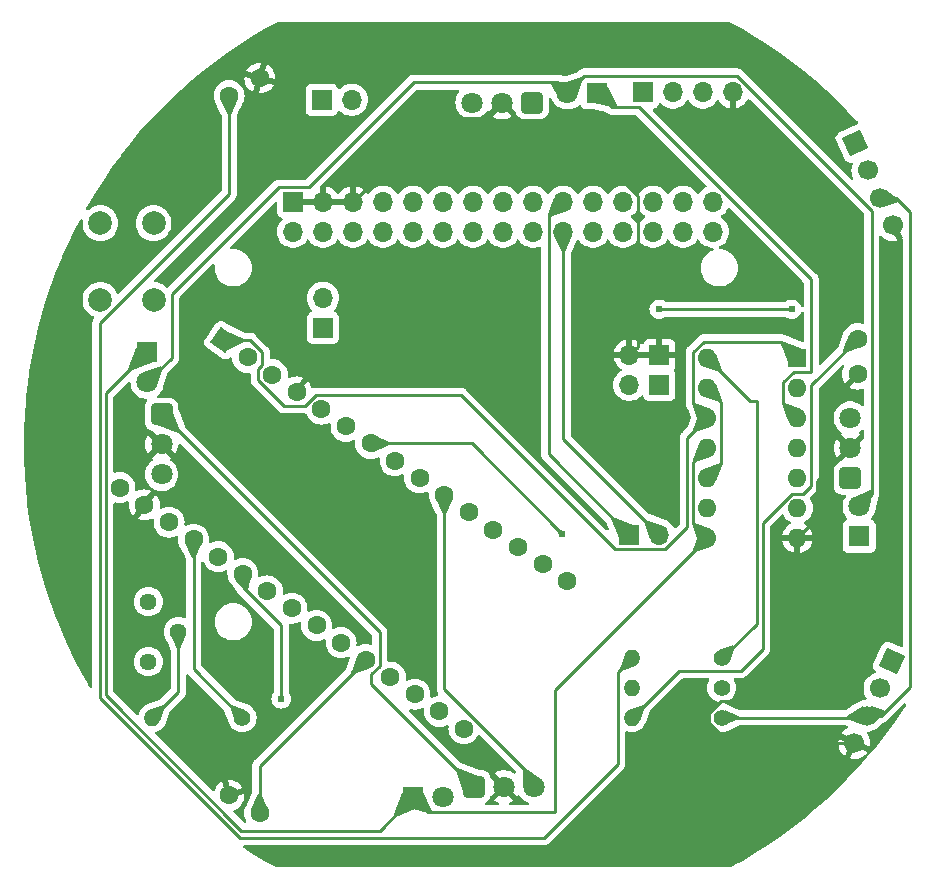
<source format=gbr>
G04 #@! TF.GenerationSoftware,KiCad,Pcbnew,7.0.11-7.0.11~ubuntu20.04.1*
G04 #@! TF.CreationDate,2024-03-27T14:10:51+00:00*
G04 #@! TF.ProjectId,Swarm-B_20230626,53776172-6d2d-4425-9f32-303233303632,rev?*
G04 #@! TF.SameCoordinates,Original*
G04 #@! TF.FileFunction,Copper,L2,Bot*
G04 #@! TF.FilePolarity,Positive*
%FSLAX46Y46*%
G04 Gerber Fmt 4.6, Leading zero omitted, Abs format (unit mm)*
G04 Created by KiCad (PCBNEW 7.0.11-7.0.11~ubuntu20.04.1) date 2024-03-27 14:10:51*
%MOMM*%
%LPD*%
G01*
G04 APERTURE LIST*
G04 Aperture macros list*
%AMRoundRect*
0 Rectangle with rounded corners*
0 $1 Rounding radius*
0 $2 $3 $4 $5 $6 $7 $8 $9 X,Y pos of 4 corners*
0 Add a 4 corners polygon primitive as box body*
4,1,4,$2,$3,$4,$5,$6,$7,$8,$9,$2,$3,0*
0 Add four circle primitives for the rounded corners*
1,1,$1+$1,$2,$3*
1,1,$1+$1,$4,$5*
1,1,$1+$1,$6,$7*
1,1,$1+$1,$8,$9*
0 Add four rect primitives between the rounded corners*
20,1,$1+$1,$2,$3,$4,$5,0*
20,1,$1+$1,$4,$5,$6,$7,0*
20,1,$1+$1,$6,$7,$8,$9,0*
20,1,$1+$1,$8,$9,$2,$3,0*%
%AMHorizOval*
0 Thick line with rounded ends*
0 $1 width*
0 $2 $3 position (X,Y) of the first rounded end (center of the circle)*
0 $4 $5 position (X,Y) of the second rounded end (center of the circle)*
0 Add line between two ends*
20,1,$1,$2,$3,$4,$5,0*
0 Add two circle primitives to create the rounded ends*
1,1,$1,$2,$3*
1,1,$1,$4,$5*%
%AMRotRect*
0 Rectangle, with rotation*
0 The origin of the aperture is its center*
0 $1 length*
0 $2 width*
0 $3 Rotation angle, in degrees counterclockwise*
0 Add horizontal line*
21,1,$1,$2,0,0,$3*%
G04 Aperture macros list end*
G04 #@! TA.AperFunction,ComponentPad*
%ADD10R,1.800000X1.800000*%
G04 #@! TD*
G04 #@! TA.AperFunction,ComponentPad*
%ADD11C,1.800000*%
G04 #@! TD*
G04 #@! TA.AperFunction,ComponentPad*
%ADD12RoundRect,0.248400X-0.651600X0.651600X-0.651600X-0.651600X0.651600X-0.651600X0.651600X0.651600X0*%
G04 #@! TD*
G04 #@! TA.AperFunction,ComponentPad*
%ADD13R,1.700000X1.700000*%
G04 #@! TD*
G04 #@! TA.AperFunction,ComponentPad*
%ADD14O,1.700000X1.700000*%
G04 #@! TD*
G04 #@! TA.AperFunction,ComponentPad*
%ADD15C,1.600000*%
G04 #@! TD*
G04 #@! TA.AperFunction,ComponentPad*
%ADD16C,1.400000*%
G04 #@! TD*
G04 #@! TA.AperFunction,ComponentPad*
%ADD17O,1.400000X1.400000*%
G04 #@! TD*
G04 #@! TA.AperFunction,ComponentPad*
%ADD18C,2.000000*%
G04 #@! TD*
G04 #@! TA.AperFunction,ComponentPad*
%ADD19RotRect,1.700000X1.700000X25.000000*%
G04 #@! TD*
G04 #@! TA.AperFunction,ComponentPad*
%ADD20HorizOval,1.700000X0.000000X0.000000X0.000000X0.000000X0*%
G04 #@! TD*
G04 #@! TA.AperFunction,ComponentPad*
%ADD21RoundRect,0.248400X-0.651600X-0.651600X0.651600X-0.651600X0.651600X0.651600X-0.651600X0.651600X0*%
G04 #@! TD*
G04 #@! TA.AperFunction,ComponentPad*
%ADD22RotRect,1.700000X1.700000X335.000000*%
G04 #@! TD*
G04 #@! TA.AperFunction,ComponentPad*
%ADD23HorizOval,1.700000X0.000000X0.000000X0.000000X0.000000X0*%
G04 #@! TD*
G04 #@! TA.AperFunction,ComponentPad*
%ADD24RoundRect,0.248400X0.651600X-0.651600X0.651600X0.651600X-0.651600X0.651600X-0.651600X-0.651600X0*%
G04 #@! TD*
G04 #@! TA.AperFunction,ComponentPad*
%ADD25RoundRect,0.248400X0.651600X0.651600X-0.651600X0.651600X-0.651600X-0.651600X0.651600X-0.651600X0*%
G04 #@! TD*
G04 #@! TA.AperFunction,ComponentPad*
%ADD26RotRect,1.600000X1.600000X235.000000*%
G04 #@! TD*
G04 #@! TA.AperFunction,ComponentPad*
%ADD27HorizOval,1.600000X0.000000X0.000000X0.000000X0.000000X0*%
G04 #@! TD*
G04 #@! TA.AperFunction,ComponentPad*
%ADD28R,1.600000X1.600000*%
G04 #@! TD*
G04 #@! TA.AperFunction,ComponentPad*
%ADD29O,1.600000X1.600000*%
G04 #@! TD*
G04 #@! TA.AperFunction,ComponentPad*
%ADD30C,1.440000*%
G04 #@! TD*
G04 #@! TA.AperFunction,ViaPad*
%ADD31C,0.610000*%
G04 #@! TD*
G04 #@! TA.AperFunction,Conductor*
%ADD32C,0.254000*%
G04 #@! TD*
G04 APERTURE END LIST*
D10*
X111204000Y-124078000D03*
D11*
X113744000Y-124078000D03*
D10*
X126834000Y-64428000D03*
D11*
X124294000Y-64428000D03*
D10*
X88714000Y-86398000D03*
D11*
X88714000Y-88938000D03*
D10*
X149004000Y-101988000D03*
D11*
X149004000Y-99448000D03*
D12*
X89944000Y-91658000D03*
D11*
X89944000Y-94198000D03*
X89944000Y-96738000D03*
D13*
X103594000Y-84328000D03*
D14*
X103594000Y-81788000D03*
D15*
X148864000Y-85248000D03*
X148864000Y-88248000D03*
D13*
X129540000Y-101854000D03*
D14*
X132080000Y-101854000D03*
D13*
X132080000Y-86614000D03*
D14*
X129540000Y-86614000D03*
D13*
X132080000Y-89154000D03*
D14*
X129540000Y-89154000D03*
D16*
X96774000Y-117348000D03*
D17*
X89154000Y-117348000D03*
X129764000Y-117348000D03*
D16*
X137384000Y-117348000D03*
D13*
X103492000Y-65024000D03*
D14*
X106032000Y-65024000D03*
D18*
X84754000Y-81958000D03*
X84754000Y-75458000D03*
X89254000Y-81958000D03*
X89254000Y-75458000D03*
D15*
X95655000Y-64675000D03*
X98253076Y-63175000D03*
D13*
X130674000Y-64400000D03*
D14*
X133214000Y-64400000D03*
X135754000Y-64400000D03*
X138294000Y-64400000D03*
D16*
X137414000Y-112268000D03*
D17*
X129794000Y-112268000D03*
D15*
X98247200Y-125399800D03*
X95649124Y-123899800D03*
D16*
X137344000Y-114808000D03*
D17*
X129724000Y-114808000D03*
D19*
X148633600Y-68693900D03*
D20*
X149707050Y-70995922D03*
X150780501Y-73297944D03*
X151853951Y-75599965D03*
D21*
X116374000Y-123173000D03*
D11*
X118914000Y-123173000D03*
X121454000Y-123173000D03*
D22*
X151804000Y-112550000D03*
D23*
X150730550Y-114852022D03*
X149657099Y-117154044D03*
X148583649Y-119456065D03*
D24*
X148239000Y-97040000D03*
D11*
X148239000Y-94500000D03*
X148239000Y-91960000D03*
D25*
X121304000Y-65250000D03*
D11*
X118764000Y-65250000D03*
X116224000Y-65250000D03*
D26*
X95148200Y-85378400D03*
D27*
X97228846Y-86835284D03*
X99309492Y-88292168D03*
X101390139Y-89749052D03*
X103470785Y-91205937D03*
X105551431Y-92662821D03*
X107632077Y-94119705D03*
X109712723Y-95576589D03*
X111793370Y-97033473D03*
X113874016Y-98490357D03*
X115954662Y-99947241D03*
X118035308Y-101404126D03*
X120115954Y-102861010D03*
X122196601Y-104317894D03*
X124277247Y-105774778D03*
X115535942Y-118258655D03*
X113455296Y-116801771D03*
X111374649Y-115344887D03*
X109294003Y-113888003D03*
X107213357Y-112431119D03*
X105132711Y-110974234D03*
X103052065Y-109517350D03*
X100971418Y-108060466D03*
X98890772Y-106603582D03*
X96810126Y-105146698D03*
X94729480Y-103689814D03*
X92648834Y-102232930D03*
X90568187Y-100776045D03*
X88487541Y-99319161D03*
X86406895Y-97862277D03*
D28*
X143764000Y-86868000D03*
D29*
X143764000Y-89408000D03*
X143764000Y-91948000D03*
X143764000Y-94488000D03*
X143764000Y-97028000D03*
X143764000Y-99568000D03*
X143764000Y-102108000D03*
X136144000Y-102108000D03*
X136144000Y-99568000D03*
X136144000Y-97028000D03*
X136144000Y-94488000D03*
X136144000Y-91948000D03*
X136144000Y-89408000D03*
X136144000Y-86868000D03*
D30*
X88819000Y-107508000D03*
X91359000Y-110048000D03*
X88819000Y-112588000D03*
D13*
X101064000Y-73648000D03*
D14*
X101064000Y-76188000D03*
X103604000Y-73648000D03*
X103604000Y-76188000D03*
X106144000Y-73648000D03*
X106144000Y-76188000D03*
X108684000Y-73648000D03*
X108684000Y-76188000D03*
X111224000Y-73648000D03*
X111224000Y-76188000D03*
X113764000Y-73648000D03*
X113764000Y-76188000D03*
X116304000Y-73648000D03*
X116304000Y-76188000D03*
X118844000Y-73648000D03*
X118844000Y-76188000D03*
X121384000Y-73648000D03*
X121384000Y-76188000D03*
X123924000Y-73648000D03*
X123924000Y-76188000D03*
X126464000Y-73648000D03*
X126464000Y-76188000D03*
X129004000Y-73648000D03*
X129004000Y-76188000D03*
X131544000Y-73648000D03*
X131544000Y-76188000D03*
X134084000Y-73648000D03*
X134084000Y-76188000D03*
X136624000Y-73648000D03*
X136624000Y-76188000D03*
D31*
X100054000Y-115750000D03*
X123804000Y-101750000D03*
X143304000Y-82750000D03*
X132054000Y-82750000D03*
D32*
X118764000Y-65250000D02*
X117483000Y-66531000D01*
X117483000Y-66531000D02*
X113261000Y-66531000D01*
X113261000Y-66531000D02*
X106144000Y-73648000D01*
X118764000Y-65250000D02*
X120264000Y-66750000D01*
X120264000Y-66750000D02*
X123846897Y-66750000D01*
X123846897Y-66750000D02*
X130235000Y-73138103D01*
X130235000Y-73138103D02*
X130235000Y-85919000D01*
X130235000Y-85919000D02*
X129540000Y-86614000D01*
X148239000Y-94500000D02*
X145453000Y-97286000D01*
X145453000Y-97286000D02*
X145453000Y-100419000D01*
X145453000Y-100419000D02*
X143764000Y-102108000D01*
X100054000Y-115750000D02*
X100054000Y-109521942D01*
X100054000Y-109521942D02*
X96810126Y-106278068D01*
X96810126Y-106278068D02*
X96810126Y-105146698D01*
X132054000Y-82750000D02*
X143304000Y-82750000D01*
X123804000Y-101750000D02*
X123554000Y-101500000D01*
X116173705Y-94119705D02*
X123804000Y-101750000D01*
X107632077Y-94119705D02*
X116173705Y-94119705D01*
X136144000Y-97028000D02*
X137325000Y-95847000D01*
X137325000Y-95847000D02*
X137325000Y-90589000D01*
X137325000Y-90589000D02*
X136144000Y-89408000D01*
X126834000Y-64428000D02*
X128037000Y-65631000D01*
X128037000Y-65631000D02*
X130347897Y-65631000D01*
X130347897Y-65631000D02*
X144945000Y-80228103D01*
X144945000Y-80228103D02*
X144945000Y-88049000D01*
X144945000Y-88049000D02*
X143452813Y-88049000D01*
X143452813Y-88049000D02*
X142554000Y-88947813D01*
X142554000Y-88947813D02*
X142554000Y-90738000D01*
X142554000Y-90738000D02*
X143764000Y-91948000D01*
X149657099Y-117154044D02*
X150859180Y-117154044D01*
X152101944Y-73297944D02*
X150780501Y-73297944D01*
X150859180Y-117154044D02*
X153314587Y-114698637D01*
X153314587Y-114698637D02*
X153314587Y-74510587D01*
X153314587Y-74510587D02*
X152101944Y-73297944D01*
X95655000Y-64675000D02*
X95655000Y-73010029D01*
X122304000Y-127500000D02*
X128554000Y-121250000D01*
X95655000Y-73010029D02*
X84717895Y-83947134D01*
X84717895Y-83947134D02*
X84717895Y-115632315D01*
X84717895Y-115632315D02*
X96585580Y-127500000D01*
X96585580Y-127500000D02*
X122304000Y-127500000D01*
X128554000Y-121250000D02*
X128554000Y-113508000D01*
X128554000Y-113508000D02*
X129794000Y-112268000D01*
X144945000Y-89167000D02*
X144945000Y-97695187D01*
X148864000Y-85248000D02*
X144945000Y-89167000D01*
X144945000Y-97695187D02*
X144253187Y-98387000D01*
X144253187Y-98387000D02*
X143274813Y-98387000D01*
X143274813Y-98387000D02*
X140812000Y-100849813D01*
X140812000Y-100849813D02*
X140812000Y-111491999D01*
X140812000Y-111491999D02*
X138954999Y-113349000D01*
X138954999Y-113349000D02*
X133763000Y-113349000D01*
X133763000Y-113349000D02*
X129764000Y-117348000D01*
X136144000Y-91948000D02*
X134963000Y-90767000D01*
X134963000Y-90767000D02*
X134963000Y-86378813D01*
X135841813Y-85500000D02*
X142396000Y-85500000D01*
X134963000Y-86378813D02*
X135841813Y-85500000D01*
X142396000Y-85500000D02*
X143764000Y-86868000D01*
X95148200Y-85378400D02*
X97442149Y-85378400D01*
X97442149Y-85378400D02*
X98473583Y-86409834D01*
X98473583Y-86409834D02*
X98473583Y-87457890D01*
X98473583Y-87457890D02*
X98128492Y-87802981D01*
X98128492Y-87802981D02*
X98128492Y-88781355D01*
X98128492Y-88781355D02*
X100277189Y-90930052D01*
X100277189Y-90930052D02*
X102076483Y-90930052D01*
X102076483Y-90930052D02*
X102981598Y-90024937D01*
X102981598Y-90024937D02*
X115248937Y-90024937D01*
X115248937Y-90024937D02*
X128309000Y-103085000D01*
X128309000Y-103085000D02*
X132589897Y-103085000D01*
X132589897Y-103085000D02*
X134455000Y-101219897D01*
X134455000Y-101219897D02*
X134455000Y-93637000D01*
X134455000Y-93637000D02*
X136144000Y-91948000D01*
X111204000Y-124078000D02*
X108392186Y-126889814D01*
X108392186Y-126889814D02*
X96693814Y-126889814D01*
X96693814Y-126889814D02*
X85225895Y-115421895D01*
X85225895Y-115421895D02*
X85225895Y-89886105D01*
X85225895Y-89886105D02*
X88714000Y-86398000D01*
X140304000Y-109378000D02*
X140304000Y-90500000D01*
X137414000Y-112268000D02*
X140304000Y-109378000D01*
X140304000Y-90500000D02*
X139776000Y-90500000D01*
X139776000Y-90500000D02*
X136144000Y-86868000D01*
X148583649Y-119456065D02*
X137963300Y-119456065D01*
X136303000Y-116900235D02*
X137314235Y-115889000D01*
X137963300Y-119456065D02*
X136303000Y-117795765D01*
X138165000Y-115889000D02*
X143764000Y-110290000D01*
X136303000Y-117795765D02*
X136303000Y-116900235D01*
X137314235Y-115889000D02*
X138165000Y-115889000D01*
X143764000Y-110290000D02*
X143764000Y-102108000D01*
X124294000Y-64428000D02*
X123394000Y-63528000D01*
X123394000Y-63528000D02*
X111276000Y-63528000D01*
X111276000Y-63528000D02*
X102387000Y-72417000D01*
X102387000Y-72417000D02*
X99887000Y-72417000D01*
X99887000Y-72417000D02*
X90804000Y-81500000D01*
X90804000Y-81500000D02*
X90804000Y-86848000D01*
X90804000Y-86848000D02*
X88714000Y-88938000D01*
X149004000Y-99448000D02*
X150045000Y-98407000D01*
X150045000Y-98407000D02*
X150045000Y-74410103D01*
X150045000Y-74410103D02*
X138634897Y-63000000D01*
X138634897Y-63000000D02*
X125722000Y-63000000D01*
X125722000Y-63000000D02*
X124294000Y-64428000D01*
X111204000Y-124078000D02*
X112485000Y-125359000D01*
X112485000Y-125359000D02*
X123281765Y-125359000D01*
X123281765Y-125359000D02*
X123281765Y-114970235D01*
X123281765Y-114970235D02*
X136144000Y-102108000D01*
X113874016Y-98490357D02*
X113874016Y-114926542D01*
X113874016Y-114926542D02*
X121454000Y-122506526D01*
X121454000Y-122506526D02*
X121454000Y-123173000D01*
X136144000Y-94488000D02*
X134963000Y-95669000D01*
X134963000Y-95669000D02*
X134963000Y-100927000D01*
X134963000Y-100927000D02*
X136144000Y-102108000D01*
X137384000Y-117348000D02*
X149463143Y-117348000D01*
X149463143Y-117348000D02*
X149657099Y-117154044D01*
X123924000Y-73648000D02*
X122693000Y-74879000D01*
X122693000Y-74879000D02*
X122693000Y-95007000D01*
X122693000Y-95007000D02*
X129540000Y-101854000D01*
X123924000Y-76188000D02*
X123924000Y-93698000D01*
X123924000Y-93698000D02*
X132080000Y-101854000D01*
X116374000Y-123173000D02*
X107702544Y-114501544D01*
X108394357Y-110108357D02*
X89944000Y-91658000D01*
X107702544Y-114501544D02*
X107702544Y-113612119D01*
X108394357Y-112920306D02*
X108394357Y-110108357D01*
X107702544Y-113612119D02*
X108394357Y-112920306D01*
X96774000Y-117348000D02*
X92648834Y-113222834D01*
X92648834Y-113222834D02*
X92648834Y-102232930D01*
X91359000Y-110048000D02*
X91359000Y-115143000D01*
X91359000Y-115143000D02*
X89154000Y-117348000D01*
X98247200Y-125399800D02*
X98247200Y-121397276D01*
X98247200Y-121397276D02*
X107213357Y-112431119D01*
G04 #@! TA.AperFunction,Conductor*
G36*
X136274153Y-114004185D02*
G01*
X136319908Y-114056989D01*
X136329852Y-114126147D01*
X136308689Y-114179623D01*
X136293411Y-114201441D01*
X136293410Y-114201443D01*
X136204045Y-114393088D01*
X136204041Y-114393097D01*
X136149315Y-114597339D01*
X136149313Y-114597350D01*
X136130884Y-114807998D01*
X136130884Y-114808001D01*
X136149313Y-115018649D01*
X136149315Y-115018660D01*
X136204041Y-115222902D01*
X136204043Y-115222906D01*
X136204044Y-115222910D01*
X136260922Y-115344885D01*
X136293410Y-115414556D01*
X136293411Y-115414558D01*
X136414700Y-115587778D01*
X136564221Y-115737299D01*
X136564224Y-115737301D01*
X136737442Y-115858589D01*
X136929090Y-115947956D01*
X136929095Y-115947957D01*
X136929099Y-115947959D01*
X136965916Y-115957823D01*
X136987413Y-115963583D01*
X137047073Y-115999947D01*
X137077603Y-116062793D01*
X137069309Y-116132169D01*
X137024824Y-116186048D01*
X136987418Y-116203132D01*
X136969096Y-116208042D01*
X136969092Y-116208043D01*
X136969090Y-116208044D01*
X136969088Y-116208045D01*
X136777443Y-116297410D01*
X136777441Y-116297411D01*
X136604221Y-116418700D01*
X136454700Y-116568221D01*
X136333411Y-116741441D01*
X136333410Y-116741443D01*
X136244045Y-116933088D01*
X136244041Y-116933097D01*
X136189315Y-117137339D01*
X136189313Y-117137350D01*
X136170884Y-117347998D01*
X136170884Y-117348001D01*
X136189313Y-117558649D01*
X136189315Y-117558660D01*
X136244041Y-117762902D01*
X136244043Y-117762906D01*
X136244044Y-117762910D01*
X136294602Y-117871331D01*
X136333410Y-117954556D01*
X136333411Y-117954558D01*
X136454700Y-118127778D01*
X136604221Y-118277299D01*
X136647747Y-118307776D01*
X136777442Y-118398589D01*
X136969090Y-118487956D01*
X137173345Y-118542686D01*
X137323812Y-118555850D01*
X137383998Y-118561116D01*
X137384000Y-118561116D01*
X137384002Y-118561116D01*
X137436663Y-118556508D01*
X137594655Y-118542686D01*
X137798910Y-118487956D01*
X137840320Y-118468645D01*
X137857537Y-118462126D01*
X137877138Y-118456330D01*
X138882495Y-117994806D01*
X138934228Y-117983500D01*
X147873675Y-117983500D01*
X147914379Y-117990371D01*
X147943186Y-118000381D01*
X147979814Y-118013111D01*
X148036676Y-118053710D01*
X148062562Y-118118607D01*
X148049253Y-118187197D01*
X148000974Y-118237704D01*
X147991515Y-118242621D01*
X147906068Y-118282466D01*
X147712575Y-118417951D01*
X147712569Y-118417956D01*
X147545542Y-118584983D01*
X147545533Y-118584993D01*
X147486864Y-118668780D01*
X148294223Y-119045258D01*
X148201888Y-119125267D01*
X148124156Y-119246221D01*
X148083649Y-119384176D01*
X148083649Y-119498755D01*
X147275555Y-119121934D01*
X147275554Y-119121935D01*
X147249082Y-119220736D01*
X147249079Y-119220749D01*
X147228492Y-119456064D01*
X147228492Y-119456066D01*
X147249079Y-119691380D01*
X147249081Y-119691391D01*
X147310215Y-119919548D01*
X147310219Y-119919557D01*
X147410048Y-120133643D01*
X147545543Y-120327147D01*
X147712567Y-120494171D01*
X147712577Y-120494180D01*
X147796364Y-120552849D01*
X148173875Y-119743273D01*
X148201888Y-119786863D01*
X148310549Y-119881017D01*
X148441334Y-119940745D01*
X148547886Y-119956065D01*
X148619412Y-119956065D01*
X148626836Y-119954997D01*
X148249519Y-120764157D01*
X148348326Y-120790633D01*
X148348333Y-120790634D01*
X148583647Y-120811222D01*
X148583651Y-120811222D01*
X148818964Y-120790634D01*
X148818975Y-120790632D01*
X149047132Y-120729498D01*
X149047141Y-120729494D01*
X149261227Y-120629665D01*
X149454731Y-120494170D01*
X149621754Y-120327147D01*
X149680431Y-120243348D01*
X148873074Y-119866870D01*
X148965410Y-119786863D01*
X149043142Y-119665909D01*
X149083649Y-119527954D01*
X149083649Y-119413373D01*
X149891741Y-119790193D01*
X149918217Y-119691385D01*
X149938806Y-119456066D01*
X149938806Y-119456063D01*
X149918218Y-119220749D01*
X149918216Y-119220738D01*
X149857082Y-118992581D01*
X149857078Y-118992572D01*
X149757249Y-118778487D01*
X149757248Y-118778485D01*
X149704596Y-118703290D01*
X149682269Y-118637084D01*
X149699279Y-118569317D01*
X149750227Y-118521504D01*
X149785759Y-118509858D01*
X149991734Y-118475488D01*
X150204673Y-118402386D01*
X150402675Y-118295233D01*
X150580339Y-118156950D01*
X150582276Y-118154845D01*
X150594424Y-118143318D01*
X151041029Y-117773623D01*
X151085503Y-117750068D01*
X151113573Y-117741913D01*
X151131234Y-117731467D01*
X151148692Y-117722915D01*
X151167768Y-117715363D01*
X151203748Y-117689221D01*
X151213495Y-117682818D01*
X151251778Y-117660178D01*
X151266274Y-117645681D01*
X151281072Y-117633042D01*
X151297667Y-117620986D01*
X151326024Y-117586707D01*
X151333867Y-117578088D01*
X151601927Y-117310027D01*
X151610514Y-117302211D01*
X151618600Y-117295519D01*
X151637045Y-117279497D01*
X151637857Y-117278757D01*
X151691799Y-117221435D01*
X151691799Y-117221433D01*
X151694503Y-117218561D01*
X151701842Y-117210112D01*
X152761507Y-116150448D01*
X152822827Y-116116965D01*
X152892519Y-116121949D01*
X152948452Y-116163821D01*
X152972869Y-116229285D01*
X152958017Y-116297558D01*
X152953545Y-116305101D01*
X152707547Y-116688446D01*
X152705433Y-116691632D01*
X151999073Y-117721092D01*
X151996861Y-117724211D01*
X151259119Y-118731366D01*
X151256812Y-118734416D01*
X150488349Y-119718367D01*
X150485949Y-119721344D01*
X149687521Y-120681120D01*
X149685030Y-120684021D01*
X148857389Y-121618719D01*
X148854811Y-121621543D01*
X147998718Y-122530302D01*
X147996053Y-122533044D01*
X147112396Y-123414926D01*
X147109648Y-123417586D01*
X146199167Y-124271850D01*
X146196338Y-124274423D01*
X145259976Y-125100181D01*
X145257070Y-125102665D01*
X144295689Y-125899161D01*
X144292707Y-125901555D01*
X143307229Y-126668025D01*
X143304175Y-126670326D01*
X142295522Y-127406052D01*
X142292398Y-127408258D01*
X141261520Y-128112545D01*
X141258329Y-128114653D01*
X140206276Y-128786787D01*
X140203023Y-128788796D01*
X139130675Y-129428212D01*
X139127361Y-129430119D01*
X138555725Y-129747500D01*
X138126322Y-129985910D01*
X138066132Y-130001499D01*
X99677868Y-130001499D01*
X99617677Y-129985910D01*
X98616637Y-129430118D01*
X98613323Y-129428211D01*
X97540974Y-128788795D01*
X97537721Y-128786786D01*
X96875949Y-128363995D01*
X96830052Y-128311314D01*
X96819923Y-128242182D01*
X96848778Y-128178549D01*
X96907454Y-128140617D01*
X96942708Y-128135500D01*
X122220153Y-128135500D01*
X122235932Y-128137241D01*
X122235958Y-128136974D01*
X122243711Y-128137706D01*
X122243719Y-128137708D01*
X122312044Y-128135561D01*
X122315939Y-128135500D01*
X122343977Y-128135500D01*
X122343983Y-128135500D01*
X122348122Y-128134976D01*
X122359753Y-128134061D01*
X122404205Y-128132665D01*
X122423906Y-128126940D01*
X122442951Y-128122997D01*
X122463299Y-128120427D01*
X122504659Y-128104051D01*
X122515660Y-128100283D01*
X122558393Y-128087869D01*
X122576054Y-128077423D01*
X122593512Y-128068871D01*
X122612588Y-128061319D01*
X122648568Y-128035177D01*
X122658315Y-128028774D01*
X122696598Y-128006134D01*
X122711094Y-127991637D01*
X122725892Y-127978998D01*
X122742487Y-127966942D01*
X122770845Y-127932662D01*
X122778688Y-127924042D01*
X128944075Y-121758656D01*
X128956458Y-121748738D01*
X128956286Y-121748530D01*
X128962294Y-121743558D01*
X128962303Y-121743553D01*
X129009103Y-121693714D01*
X129011783Y-121690948D01*
X129031639Y-121671094D01*
X129034192Y-121667801D01*
X129041774Y-121658923D01*
X129072217Y-121626506D01*
X129082094Y-121608537D01*
X129092779Y-121592272D01*
X129105350Y-121576067D01*
X129123019Y-121535234D01*
X129128145Y-121524770D01*
X129149569Y-121485803D01*
X129154670Y-121465930D01*
X129160969Y-121447534D01*
X129169117Y-121428708D01*
X129176072Y-121384787D01*
X129178442Y-121373347D01*
X129182665Y-121356900D01*
X129189500Y-121330282D01*
X129189500Y-121309774D01*
X129191027Y-121290374D01*
X129193632Y-121273926D01*
X129194235Y-121270121D01*
X129190050Y-121225848D01*
X129189500Y-121214179D01*
X129189500Y-118606794D01*
X129209185Y-118539755D01*
X129261989Y-118494000D01*
X129331147Y-118484056D01*
X129345594Y-118487019D01*
X129349088Y-118487955D01*
X129349090Y-118487956D01*
X129553345Y-118542686D01*
X129703812Y-118555850D01*
X129763998Y-118561116D01*
X129764000Y-118561116D01*
X129764002Y-118561116D01*
X129816663Y-118556508D01*
X129974655Y-118542686D01*
X130178910Y-118487956D01*
X130370558Y-118398589D01*
X130543776Y-118277301D01*
X130693301Y-118127776D01*
X130814589Y-117954558D01*
X130881972Y-117810051D01*
X130885379Y-117803295D01*
X130896409Y-117783004D01*
X130901726Y-117768661D01*
X130902787Y-117766121D01*
X130903951Y-117762918D01*
X130903956Y-117762910D01*
X130903958Y-117762900D01*
X130905814Y-117757800D01*
X130905820Y-117757802D01*
X130906227Y-117756519D01*
X131280957Y-116745762D01*
X131309540Y-116701190D01*
X133989914Y-114020819D01*
X134051237Y-113987334D01*
X134077595Y-113984500D01*
X136207114Y-113984500D01*
X136274153Y-114004185D01*
G37*
G04 #@! TD.AperFunction*
G04 #@! TA.AperFunction,Conductor*
G36*
X93489537Y-104152476D02*
G01*
X93520716Y-104193785D01*
X93578588Y-104317894D01*
X93591957Y-104346563D01*
X93723282Y-104534114D01*
X93885180Y-104696012D01*
X94072731Y-104827337D01*
X94161819Y-104868879D01*
X94280230Y-104924095D01*
X94280232Y-104924095D01*
X94280237Y-104924098D01*
X94501393Y-104983357D01*
X94664312Y-104997610D01*
X94729478Y-105003312D01*
X94729480Y-105003312D01*
X94729482Y-105003312D01*
X94786501Y-104998323D01*
X94957567Y-104983357D01*
X95178723Y-104924098D01*
X95335804Y-104850850D01*
X95404877Y-104840359D01*
X95468661Y-104868879D01*
X95506901Y-104927355D01*
X95511733Y-104974040D01*
X95496628Y-105146695D01*
X95496628Y-105146699D01*
X95516582Y-105374779D01*
X95516583Y-105374787D01*
X95575840Y-105595936D01*
X95575844Y-105595947D01*
X95659235Y-105774779D01*
X95672603Y-105803447D01*
X95803928Y-105990998D01*
X95803932Y-105991002D01*
X95835459Y-106022529D01*
X95850880Y-106042230D01*
X95851116Y-106042065D01*
X95853676Y-106045695D01*
X96189922Y-106456753D01*
X96213018Y-106500664D01*
X96222256Y-106532459D01*
X96232696Y-106550112D01*
X96241254Y-106567582D01*
X96248805Y-106586653D01*
X96248809Y-106586660D01*
X96274950Y-106622640D01*
X96281357Y-106632393D01*
X96303992Y-106670666D01*
X96303996Y-106670670D01*
X96318489Y-106685163D01*
X96331127Y-106699960D01*
X96343183Y-106716555D01*
X96377451Y-106744903D01*
X96386092Y-106752766D01*
X96634294Y-107000968D01*
X96642592Y-107010138D01*
X96646045Y-107014359D01*
X96654263Y-107023907D01*
X96662826Y-107033857D01*
X96663585Y-107034694D01*
X96663598Y-107034708D01*
X96725381Y-107093045D01*
X96732967Y-107099641D01*
X99382181Y-109748855D01*
X99415666Y-109810178D01*
X99418500Y-109836536D01*
X99418500Y-115196625D01*
X99399494Y-115262596D01*
X99316426Y-115394798D01*
X99316423Y-115394805D01*
X99255877Y-115567837D01*
X99255876Y-115567842D01*
X99235353Y-115749996D01*
X99235353Y-115750003D01*
X99255876Y-115932157D01*
X99255878Y-115932168D01*
X99316424Y-116105197D01*
X99316426Y-116105200D01*
X99394394Y-116229285D01*
X99413956Y-116260418D01*
X99543582Y-116390044D01*
X99698802Y-116487575D01*
X99871834Y-116548122D01*
X99871840Y-116548122D01*
X99871842Y-116548123D01*
X100053996Y-116568647D01*
X100054000Y-116568647D01*
X100054004Y-116568647D01*
X100236157Y-116548123D01*
X100236156Y-116548123D01*
X100236166Y-116548122D01*
X100409198Y-116487575D01*
X100564418Y-116390044D01*
X100694044Y-116260418D01*
X100791575Y-116105198D01*
X100852122Y-115932166D01*
X100860412Y-115858588D01*
X100872647Y-115750003D01*
X100872647Y-115749996D01*
X100852123Y-115567842D01*
X100852122Y-115567837D01*
X100852122Y-115567834D01*
X100791575Y-115394802D01*
X100784978Y-115384303D01*
X100708506Y-115262597D01*
X100689500Y-115196625D01*
X100689500Y-109605793D01*
X100691242Y-109590011D01*
X100690975Y-109589986D01*
X100691707Y-109582230D01*
X100691709Y-109582223D01*
X100689561Y-109513878D01*
X100689500Y-109509983D01*
X100689500Y-109484621D01*
X100709185Y-109417582D01*
X100761989Y-109371827D01*
X100824305Y-109361093D01*
X100946992Y-109371827D01*
X100971417Y-109373964D01*
X100971418Y-109373964D01*
X100971420Y-109373964D01*
X101028439Y-109368975D01*
X101199505Y-109354009D01*
X101420661Y-109294750D01*
X101577741Y-109221502D01*
X101646817Y-109211011D01*
X101710601Y-109239531D01*
X101748840Y-109298007D01*
X101753672Y-109344692D01*
X101738567Y-109517347D01*
X101738567Y-109517351D01*
X101758521Y-109745431D01*
X101758522Y-109745439D01*
X101817779Y-109966588D01*
X101817783Y-109966599D01*
X101913037Y-110170871D01*
X101914542Y-110174099D01*
X102045867Y-110361650D01*
X102207765Y-110523548D01*
X102395316Y-110654873D01*
X102480827Y-110694747D01*
X102602815Y-110751631D01*
X102602817Y-110751631D01*
X102602822Y-110751634D01*
X102823978Y-110810893D01*
X102986897Y-110825146D01*
X103052063Y-110830848D01*
X103052065Y-110830848D01*
X103052067Y-110830848D01*
X103109086Y-110825859D01*
X103280152Y-110810893D01*
X103501308Y-110751634D01*
X103658389Y-110678386D01*
X103727462Y-110667895D01*
X103791246Y-110696415D01*
X103829486Y-110754891D01*
X103834318Y-110801576D01*
X103819213Y-110974231D01*
X103819213Y-110974235D01*
X103839167Y-111202315D01*
X103839168Y-111202323D01*
X103898425Y-111423472D01*
X103898429Y-111423483D01*
X103993232Y-111626789D01*
X103995188Y-111630983D01*
X104126513Y-111818534D01*
X104288411Y-111980432D01*
X104475962Y-112111757D01*
X104592774Y-112166227D01*
X104683461Y-112208515D01*
X104683463Y-112208515D01*
X104683468Y-112208518D01*
X104904624Y-112267777D01*
X105067543Y-112282030D01*
X105132709Y-112287732D01*
X105132711Y-112287732D01*
X105132713Y-112287732D01*
X105189732Y-112282743D01*
X105360798Y-112267777D01*
X105581954Y-112208518D01*
X105693282Y-112156605D01*
X105762354Y-112146114D01*
X105826138Y-112174633D01*
X105864378Y-112233109D01*
X105864933Y-112302977D01*
X105862438Y-112310751D01*
X105552970Y-113175929D01*
X105523895Y-113221847D01*
X97857121Y-120888620D01*
X97844731Y-120898548D01*
X97844902Y-120898755D01*
X97838895Y-120903724D01*
X97792098Y-120953557D01*
X97789390Y-120956351D01*
X97769566Y-120976174D01*
X97769565Y-120976176D01*
X97766997Y-120979487D01*
X97759421Y-120988356D01*
X97728982Y-121020771D01*
X97728981Y-121020772D01*
X97719100Y-121038744D01*
X97708425Y-121054995D01*
X97695852Y-121071205D01*
X97695850Y-121071209D01*
X97678187Y-121112024D01*
X97673050Y-121122509D01*
X97651630Y-121161473D01*
X97646529Y-121181340D01*
X97640230Y-121199738D01*
X97632084Y-121218563D01*
X97632081Y-121218572D01*
X97625126Y-121262488D01*
X97622757Y-121273926D01*
X97611700Y-121316986D01*
X97611700Y-121337501D01*
X97610173Y-121356900D01*
X97606965Y-121377153D01*
X97611150Y-121421425D01*
X97611700Y-121433095D01*
X97611700Y-123646042D01*
X97599789Y-123699070D01*
X97049144Y-124863010D01*
X97044077Y-124874062D01*
X97043833Y-124874611D01*
X97028841Y-124915373D01*
X97024846Y-124924971D01*
X97012916Y-124950555D01*
X96953657Y-125171710D01*
X96953656Y-125171718D01*
X96933702Y-125399798D01*
X96933702Y-125399801D01*
X96953656Y-125627881D01*
X96953657Y-125627889D01*
X97012914Y-125849038D01*
X97012918Y-125849049D01*
X97082951Y-125999235D01*
X97109677Y-126056549D01*
X97111525Y-126059189D01*
X97111981Y-126060540D01*
X97112386Y-126061241D01*
X97112245Y-126061322D01*
X97133854Y-126125393D01*
X97116846Y-126193161D01*
X97065899Y-126240975D01*
X97009952Y-126254314D01*
X97008409Y-126254314D01*
X96941370Y-126234629D01*
X96920728Y-126217995D01*
X96037018Y-125334285D01*
X96003533Y-125272962D01*
X96008517Y-125203270D01*
X96050389Y-125147337D01*
X96090355Y-125127923D01*
X96090355Y-125127921D01*
X96090374Y-125127913D01*
X96092608Y-125126829D01*
X96095436Y-125126071D01*
X96095450Y-125126065D01*
X96301606Y-125029934D01*
X96487944Y-124899457D01*
X96648781Y-124738620D01*
X96779258Y-124552282D01*
X96875389Y-124346126D01*
X96875393Y-124346117D01*
X96934263Y-124126410D01*
X96934265Y-124126399D01*
X96954090Y-123899802D01*
X96954090Y-123899797D01*
X96946324Y-123811034D01*
X96016311Y-124060230D01*
X96034289Y-124024948D01*
X96054110Y-123899800D01*
X96034289Y-123774652D01*
X95976765Y-123661755D01*
X95891140Y-123576130D01*
X96816914Y-123328071D01*
X96779259Y-123247319D01*
X96648781Y-123060979D01*
X96487944Y-122900142D01*
X96301606Y-122769665D01*
X96095450Y-122673534D01*
X96095441Y-122673530D01*
X95875734Y-122614660D01*
X95875723Y-122614658D01*
X95649126Y-122594834D01*
X95649121Y-122594834D01*
X95560358Y-122602598D01*
X95809555Y-123532612D01*
X95774272Y-123514635D01*
X95680605Y-123499800D01*
X95617643Y-123499800D01*
X95523976Y-123514635D01*
X95411079Y-123572159D01*
X95325455Y-123657782D01*
X95077395Y-122732008D01*
X94996643Y-122769664D01*
X94810303Y-122900142D01*
X94649466Y-123060979D01*
X94518989Y-123247317D01*
X94422857Y-123453474D01*
X94422092Y-123456330D01*
X94421411Y-123457445D01*
X94421007Y-123458558D01*
X94420783Y-123458476D01*
X94385721Y-123515987D01*
X94322871Y-123546510D01*
X94253496Y-123538209D01*
X94214639Y-123511906D01*
X89422484Y-118719751D01*
X89388999Y-118658428D01*
X89393983Y-118588736D01*
X89435855Y-118532803D01*
X89478069Y-118512296D01*
X89546354Y-118494000D01*
X89568900Y-118487959D01*
X89568901Y-118487958D01*
X89568910Y-118487956D01*
X89760558Y-118398589D01*
X89933776Y-118277301D01*
X90083301Y-118127776D01*
X90204589Y-117954558D01*
X90271972Y-117810051D01*
X90275379Y-117803295D01*
X90286409Y-117783004D01*
X90291726Y-117768661D01*
X90292787Y-117766121D01*
X90293951Y-117762918D01*
X90293956Y-117762910D01*
X90293958Y-117762900D01*
X90295814Y-117757800D01*
X90295820Y-117757802D01*
X90296227Y-117756519D01*
X90670957Y-116745763D01*
X90699540Y-116701191D01*
X91749075Y-115651656D01*
X91761458Y-115641738D01*
X91761286Y-115641530D01*
X91767294Y-115636558D01*
X91767303Y-115636553D01*
X91814103Y-115586714D01*
X91816783Y-115583948D01*
X91836639Y-115564094D01*
X91839192Y-115560801D01*
X91846774Y-115551923D01*
X91877217Y-115519506D01*
X91887094Y-115501537D01*
X91897779Y-115485272D01*
X91910350Y-115469067D01*
X91928019Y-115428234D01*
X91933145Y-115417770D01*
X91954569Y-115378803D01*
X91959670Y-115358930D01*
X91965969Y-115340534D01*
X91974117Y-115321708D01*
X91981072Y-115277787D01*
X91983442Y-115266347D01*
X91989363Y-115243286D01*
X91994500Y-115223282D01*
X91994500Y-115202774D01*
X91996027Y-115183374D01*
X91999235Y-115163121D01*
X91995050Y-115118848D01*
X91994500Y-115107179D01*
X91994500Y-113769810D01*
X92014185Y-113702771D01*
X92066989Y-113657016D01*
X92136147Y-113647072D01*
X92197538Y-113674264D01*
X92216169Y-113689677D01*
X92224800Y-113697532D01*
X95228455Y-116701187D01*
X95257041Y-116745763D01*
X95631802Y-117756606D01*
X95632204Y-117757866D01*
X95632207Y-117757866D01*
X95635211Y-117766116D01*
X95636255Y-117768616D01*
X95638379Y-117774344D01*
X95641582Y-117782984D01*
X95644925Y-117791755D01*
X95645039Y-117792046D01*
X95645051Y-117792075D01*
X95666834Y-117838857D01*
X95672203Y-117850386D01*
X95672208Y-117850393D01*
X95675474Y-117855860D01*
X95675384Y-117855913D01*
X95684601Y-117871331D01*
X95723410Y-117954557D01*
X95723411Y-117954559D01*
X95844699Y-118127777D01*
X95994221Y-118277299D01*
X96037747Y-118307776D01*
X96167442Y-118398589D01*
X96359090Y-118487956D01*
X96563345Y-118542686D01*
X96713812Y-118555850D01*
X96773998Y-118561116D01*
X96774000Y-118561116D01*
X96774002Y-118561116D01*
X96826663Y-118556508D01*
X96984655Y-118542686D01*
X97188910Y-118487956D01*
X97380558Y-118398589D01*
X97553776Y-118277301D01*
X97703301Y-118127776D01*
X97824589Y-117954558D01*
X97913956Y-117762910D01*
X97968686Y-117558655D01*
X97987116Y-117348000D01*
X97982524Y-117295519D01*
X97978630Y-117251009D01*
X97968686Y-117137345D01*
X97913956Y-116933090D01*
X97824589Y-116741442D01*
X97703301Y-116568224D01*
X97703299Y-116568221D01*
X97553778Y-116418700D01*
X97380558Y-116297411D01*
X97380556Y-116297410D01*
X97236089Y-116230044D01*
X97229280Y-116226610D01*
X97209006Y-116215591D01*
X97209005Y-116215590D01*
X97209004Y-116215590D01*
X97194616Y-116210255D01*
X97192114Y-116209211D01*
X97183866Y-116206207D01*
X97183866Y-116206204D01*
X97182606Y-116205802D01*
X96171764Y-115831041D01*
X96127188Y-115802455D01*
X93320653Y-112995920D01*
X93287168Y-112934597D01*
X93284334Y-112908239D01*
X93284334Y-109220000D01*
X94436644Y-109220000D01*
X94456038Y-109466437D01*
X94513745Y-109706807D01*
X94608345Y-109935192D01*
X94608347Y-109935196D01*
X94608348Y-109935197D01*
X94737510Y-110145971D01*
X94898055Y-110333945D01*
X95086029Y-110494490D01*
X95296803Y-110623652D01*
X95296805Y-110623652D01*
X95296807Y-110623654D01*
X95310397Y-110629283D01*
X95525188Y-110718253D01*
X95765560Y-110775961D01*
X96012000Y-110795356D01*
X96258440Y-110775961D01*
X96498812Y-110718253D01*
X96727197Y-110623652D01*
X96937971Y-110494490D01*
X97125945Y-110333945D01*
X97286490Y-110145971D01*
X97415652Y-109935197D01*
X97510253Y-109706812D01*
X97567961Y-109466440D01*
X97587356Y-109220000D01*
X97567961Y-108973560D01*
X97510253Y-108733188D01*
X97432841Y-108546300D01*
X97415654Y-108504807D01*
X97383711Y-108452681D01*
X97286490Y-108294029D01*
X97125945Y-108106055D01*
X96937971Y-107945510D01*
X96727197Y-107816348D01*
X96727196Y-107816347D01*
X96727192Y-107816345D01*
X96499770Y-107722144D01*
X96498812Y-107721747D01*
X96498811Y-107721746D01*
X96498807Y-107721745D01*
X96258436Y-107664038D01*
X96258437Y-107664038D01*
X96012000Y-107644644D01*
X95765562Y-107664038D01*
X95525192Y-107721745D01*
X95296807Y-107816345D01*
X95086028Y-107945510D01*
X94898055Y-108106055D01*
X94737510Y-108294028D01*
X94608345Y-108504807D01*
X94513745Y-108733192D01*
X94456038Y-108973562D01*
X94436644Y-109220000D01*
X93284334Y-109220000D01*
X93284334Y-104246189D01*
X93304019Y-104179150D01*
X93356823Y-104133395D01*
X93425981Y-104123451D01*
X93489537Y-104152476D01*
G37*
G04 #@! TD.AperFunction*
G04 #@! TA.AperFunction,Conductor*
G36*
X118470327Y-123274265D02*
G01*
X118519887Y-123400541D01*
X118604465Y-123506599D01*
X118716547Y-123583016D01*
X118824299Y-123616253D01*
X118115201Y-124325351D01*
X118145649Y-124349050D01*
X118349697Y-124459476D01*
X118349706Y-124459479D01*
X118415943Y-124482219D01*
X118472958Y-124522604D01*
X118499089Y-124587404D01*
X118486038Y-124656044D01*
X118437949Y-124706732D01*
X118375680Y-124723500D01*
X117447277Y-124723500D01*
X117380238Y-124703815D01*
X117334483Y-124651011D01*
X117324539Y-124581853D01*
X117353564Y-124518297D01*
X117382179Y-124493962D01*
X117401556Y-124482009D01*
X117498252Y-124422366D01*
X117623366Y-124297252D01*
X117716255Y-124146658D01*
X117719176Y-124137845D01*
X117771172Y-123980926D01*
X117801197Y-123932247D01*
X118469549Y-123263895D01*
X118470327Y-123274265D01*
G37*
G04 #@! TD.AperFunction*
G04 #@! TA.AperFunction,Conductor*
G36*
X120065185Y-123970632D02*
G01*
X120075113Y-123955438D01*
X120128259Y-123910081D01*
X120197490Y-123900657D01*
X120260826Y-123930158D01*
X120282730Y-123955436D01*
X120292658Y-123970632D01*
X120338688Y-124041086D01*
X120482149Y-124196925D01*
X120496780Y-124212818D01*
X120680983Y-124356190D01*
X120680985Y-124356191D01*
X120680988Y-124356193D01*
X120800331Y-124420777D01*
X120886273Y-124467287D01*
X120908334Y-124474860D01*
X120929767Y-124482219D01*
X120986782Y-124522605D01*
X121012913Y-124587404D01*
X120999861Y-124656044D01*
X120951773Y-124706732D01*
X120889504Y-124723500D01*
X119452320Y-124723500D01*
X119385281Y-124703815D01*
X119339526Y-124651011D01*
X119329582Y-124581853D01*
X119358607Y-124518297D01*
X119412057Y-124482219D01*
X119478293Y-124459479D01*
X119478301Y-124459476D01*
X119682355Y-124349047D01*
X119712797Y-124325351D01*
X119712798Y-124325350D01*
X119002232Y-123614784D01*
X119048138Y-123607865D01*
X119170357Y-123549007D01*
X119269798Y-123456740D01*
X119337625Y-123339260D01*
X119355499Y-123260946D01*
X120065185Y-123970632D01*
G37*
G04 #@! TD.AperFunction*
G04 #@! TA.AperFunction,Conductor*
G36*
X112113832Y-116523952D02*
G01*
X112152071Y-116582428D01*
X112156903Y-116629113D01*
X112141798Y-116801768D01*
X112141798Y-116801772D01*
X112161752Y-117029852D01*
X112161753Y-117029860D01*
X112221010Y-117251009D01*
X112221014Y-117251020D01*
X112248535Y-117310038D01*
X112317773Y-117458520D01*
X112449098Y-117646071D01*
X112610996Y-117807969D01*
X112798547Y-117939294D01*
X112887635Y-117980836D01*
X113006046Y-118036052D01*
X113006048Y-118036052D01*
X113006053Y-118036055D01*
X113227209Y-118095314D01*
X113390128Y-118109567D01*
X113455294Y-118115269D01*
X113455296Y-118115269D01*
X113455298Y-118115269D01*
X113512317Y-118110280D01*
X113683383Y-118095314D01*
X113904539Y-118036055D01*
X114061620Y-117962807D01*
X114130693Y-117952316D01*
X114194477Y-117980836D01*
X114232717Y-118039312D01*
X114237549Y-118085997D01*
X114222444Y-118258652D01*
X114222444Y-118258656D01*
X114242398Y-118486736D01*
X114242399Y-118486744D01*
X114301656Y-118707893D01*
X114301660Y-118707904D01*
X114347436Y-118806070D01*
X114398419Y-118915404D01*
X114529744Y-119102955D01*
X114691642Y-119264853D01*
X114879193Y-119396178D01*
X115004033Y-119454391D01*
X115086692Y-119492936D01*
X115086694Y-119492936D01*
X115086699Y-119492939D01*
X115307855Y-119552198D01*
X115470774Y-119566451D01*
X115535940Y-119572153D01*
X115535942Y-119572153D01*
X115535944Y-119572153D01*
X115592963Y-119567164D01*
X115764029Y-119552198D01*
X115985185Y-119492939D01*
X116192691Y-119396178D01*
X116380242Y-119264853D01*
X116542140Y-119102955D01*
X116673465Y-118915404D01*
X116691064Y-118877661D01*
X116737235Y-118825223D01*
X116804428Y-118806070D01*
X116871310Y-118826285D01*
X116891127Y-118842385D01*
X119909185Y-121860443D01*
X119942670Y-121921766D01*
X119937686Y-121991458D01*
X119895814Y-122047391D01*
X119830350Y-122071808D01*
X119762077Y-122056956D01*
X119745342Y-122045977D01*
X119682355Y-121996952D01*
X119682351Y-121996949D01*
X119478302Y-121886523D01*
X119478293Y-121886520D01*
X119258860Y-121811188D01*
X119030007Y-121773000D01*
X118797993Y-121773000D01*
X118569139Y-121811188D01*
X118349706Y-121886520D01*
X118349697Y-121886523D01*
X118145650Y-121996949D01*
X118115200Y-122020647D01*
X118825768Y-122731215D01*
X118779862Y-122738135D01*
X118657643Y-122796993D01*
X118558202Y-122889260D01*
X118490375Y-123006740D01*
X118472500Y-123085054D01*
X117801196Y-122413750D01*
X117771171Y-122365071D01*
X117716257Y-122199346D01*
X117716255Y-122199342D01*
X117637590Y-122071808D01*
X117623366Y-122048748D01*
X117623365Y-122048747D01*
X117623364Y-122048745D01*
X117498254Y-121923635D01*
X117347657Y-121830744D01*
X117347655Y-121830743D01*
X117179703Y-121775091D01*
X117076044Y-121764500D01*
X117076037Y-121764500D01*
X116875505Y-121764500D01*
X116832056Y-121756639D01*
X115298367Y-121182860D01*
X115254135Y-121154402D01*
X110915908Y-116816175D01*
X110882423Y-116754852D01*
X110887407Y-116685160D01*
X110929279Y-116629227D01*
X110994743Y-116604810D01*
X111035678Y-116608718D01*
X111146562Y-116638430D01*
X111309481Y-116652683D01*
X111374647Y-116658385D01*
X111374649Y-116658385D01*
X111374651Y-116658385D01*
X111431670Y-116653396D01*
X111602736Y-116638430D01*
X111823892Y-116579171D01*
X111980972Y-116505923D01*
X112050048Y-116495432D01*
X112113832Y-116523952D01*
G37*
G04 #@! TD.AperFunction*
G04 #@! TA.AperFunction,Conductor*
G36*
X87154972Y-99037195D02*
G01*
X87193211Y-99095671D01*
X87198043Y-99142356D01*
X87182575Y-99319158D01*
X87182575Y-99319163D01*
X87202399Y-99545760D01*
X87202401Y-99545771D01*
X87261271Y-99765478D01*
X87261275Y-99765487D01*
X87357406Y-99971643D01*
X87487880Y-100157977D01*
X87550883Y-100220981D01*
X88100963Y-99435387D01*
X88102376Y-99444309D01*
X88159900Y-99557206D01*
X88249496Y-99646802D01*
X88362393Y-99704326D01*
X88456060Y-99719161D01*
X88512650Y-99719161D01*
X87960460Y-100507770D01*
X87960460Y-100507771D01*
X88041209Y-100545425D01*
X88041223Y-100545430D01*
X88260930Y-100604300D01*
X88260941Y-100604302D01*
X88487539Y-100624127D01*
X88487543Y-100624127D01*
X88714140Y-100604302D01*
X88714151Y-100604300D01*
X88933858Y-100545430D01*
X88933867Y-100545427D01*
X89094716Y-100470421D01*
X89163793Y-100459929D01*
X89227577Y-100488448D01*
X89265817Y-100546925D01*
X89270649Y-100593610D01*
X89254689Y-100776042D01*
X89254689Y-100776046D01*
X89274643Y-101004126D01*
X89274644Y-101004134D01*
X89333901Y-101225283D01*
X89333905Y-101225294D01*
X89430662Y-101432790D01*
X89430664Y-101432794D01*
X89561989Y-101620345D01*
X89723887Y-101782243D01*
X89911438Y-101913568D01*
X90000526Y-101955110D01*
X90118937Y-102010326D01*
X90118939Y-102010326D01*
X90118944Y-102010329D01*
X90340100Y-102069588D01*
X90503019Y-102083841D01*
X90568185Y-102089543D01*
X90568187Y-102089543D01*
X90568189Y-102089543D01*
X90625208Y-102084554D01*
X90796274Y-102069588D01*
X91017430Y-102010329D01*
X91174510Y-101937081D01*
X91243586Y-101926590D01*
X91307370Y-101955110D01*
X91345609Y-102013586D01*
X91350441Y-102060271D01*
X91335336Y-102232927D01*
X91335336Y-102232931D01*
X91355290Y-102461011D01*
X91355291Y-102461019D01*
X91414549Y-102682171D01*
X91438233Y-102732964D01*
X91444344Y-102748827D01*
X91450799Y-102769761D01*
X91450804Y-102769775D01*
X91804664Y-103517755D01*
X91993968Y-103917901D01*
X92001423Y-103933658D01*
X92013334Y-103986686D01*
X92013334Y-108802980D01*
X91993649Y-108870019D01*
X91940845Y-108915774D01*
X91871687Y-108925718D01*
X91836930Y-108915362D01*
X91780783Y-108889180D01*
X91780772Y-108889176D01*
X91573144Y-108833542D01*
X91573136Y-108833541D01*
X91359002Y-108814807D01*
X91358998Y-108814807D01*
X91144863Y-108833541D01*
X91144855Y-108833542D01*
X90937227Y-108889176D01*
X90937221Y-108889179D01*
X90742405Y-108980023D01*
X90742403Y-108980024D01*
X90566316Y-109103320D01*
X90414320Y-109255316D01*
X90291024Y-109431403D01*
X90291023Y-109431405D01*
X90200179Y-109626221D01*
X90200176Y-109626227D01*
X90144542Y-109833855D01*
X90144541Y-109833863D01*
X90125807Y-110047998D01*
X90125807Y-110048001D01*
X90144541Y-110262136D01*
X90144542Y-110262144D01*
X90200176Y-110469772D01*
X90200179Y-110469779D01*
X90220401Y-110513147D01*
X90226834Y-110530071D01*
X90232786Y-110550006D01*
X90534270Y-111202315D01*
X90686816Y-111532373D01*
X90712059Y-111586989D01*
X90723500Y-111639012D01*
X90723500Y-114828405D01*
X90703815Y-114895444D01*
X90687181Y-114916086D01*
X89800812Y-115802454D01*
X89756236Y-115831040D01*
X88745406Y-116205797D01*
X88744138Y-116206201D01*
X88744140Y-116206207D01*
X88739094Y-116208042D01*
X88739090Y-116208044D01*
X88739085Y-116208045D01*
X88735881Y-116209212D01*
X88733401Y-116210247D01*
X88719029Y-116215576D01*
X88709585Y-116219182D01*
X88709274Y-116219304D01*
X88651608Y-116246205D01*
X88646158Y-116249464D01*
X88646104Y-116249374D01*
X88630670Y-116258599D01*
X88547443Y-116297409D01*
X88547440Y-116297411D01*
X88374222Y-116418699D01*
X88224700Y-116568221D01*
X88103411Y-116741441D01*
X88103410Y-116741443D01*
X88014045Y-116933088D01*
X88014041Y-116933097D01*
X87989704Y-117023927D01*
X87953339Y-117083588D01*
X87890492Y-117114117D01*
X87821116Y-117105822D01*
X87782248Y-117079515D01*
X85897714Y-115194981D01*
X85864229Y-115133658D01*
X85861395Y-115107300D01*
X85861395Y-112588001D01*
X87585807Y-112588001D01*
X87604541Y-112802136D01*
X87604542Y-112802144D01*
X87660176Y-113009772D01*
X87660177Y-113009774D01*
X87660178Y-113009777D01*
X87719433Y-113136849D01*
X87751024Y-113204597D01*
X87751026Y-113204601D01*
X87874319Y-113380682D01*
X88026317Y-113532680D01*
X88202398Y-113655973D01*
X88202400Y-113655974D01*
X88202403Y-113655976D01*
X88397223Y-113746822D01*
X88604858Y-113802458D01*
X88757816Y-113815840D01*
X88818998Y-113821193D01*
X88819000Y-113821193D01*
X88819002Y-113821193D01*
X88879019Y-113815942D01*
X89033142Y-113802458D01*
X89240777Y-113746822D01*
X89435597Y-113655976D01*
X89611681Y-113532681D01*
X89763681Y-113380681D01*
X89886976Y-113204597D01*
X89977822Y-113009777D01*
X90033458Y-112802142D01*
X90052193Y-112588000D01*
X90049516Y-112557407D01*
X90042627Y-112478660D01*
X90033458Y-112373858D01*
X89977822Y-112166223D01*
X89886976Y-111971404D01*
X89779936Y-111818534D01*
X89763679Y-111795316D01*
X89611682Y-111643319D01*
X89435601Y-111520026D01*
X89435597Y-111520024D01*
X89418647Y-111512120D01*
X89240777Y-111429178D01*
X89240774Y-111429177D01*
X89240772Y-111429176D01*
X89033144Y-111373542D01*
X89033136Y-111373541D01*
X88819002Y-111354807D01*
X88818998Y-111354807D01*
X88604863Y-111373541D01*
X88604855Y-111373542D01*
X88397227Y-111429176D01*
X88397221Y-111429179D01*
X88202405Y-111520023D01*
X88202403Y-111520024D01*
X88026316Y-111643320D01*
X87874320Y-111795316D01*
X87751024Y-111971403D01*
X87751023Y-111971405D01*
X87660179Y-112166221D01*
X87660176Y-112166227D01*
X87604542Y-112373855D01*
X87604541Y-112373863D01*
X87585807Y-112587998D01*
X87585807Y-112588001D01*
X85861395Y-112588001D01*
X85861395Y-107508001D01*
X87585807Y-107508001D01*
X87604541Y-107722136D01*
X87604542Y-107722144D01*
X87660176Y-107929772D01*
X87660177Y-107929774D01*
X87660178Y-107929777D01*
X87721118Y-108060464D01*
X87751024Y-108124597D01*
X87751026Y-108124601D01*
X87874319Y-108300682D01*
X88026317Y-108452680D01*
X88202398Y-108575973D01*
X88202400Y-108575974D01*
X88202403Y-108575976D01*
X88397223Y-108666822D01*
X88604858Y-108722458D01*
X88757816Y-108735840D01*
X88818998Y-108741193D01*
X88819000Y-108741193D01*
X88819002Y-108741193D01*
X88872535Y-108736509D01*
X89033142Y-108722458D01*
X89240777Y-108666822D01*
X89435597Y-108575976D01*
X89611681Y-108452681D01*
X89763681Y-108300681D01*
X89886976Y-108124597D01*
X89977822Y-107929777D01*
X90033458Y-107722142D01*
X90052193Y-107508000D01*
X90033458Y-107293858D01*
X89977822Y-107086223D01*
X89886976Y-106891404D01*
X89784396Y-106744903D01*
X89763679Y-106715316D01*
X89611682Y-106563319D01*
X89435601Y-106440026D01*
X89435597Y-106440024D01*
X89417371Y-106431525D01*
X89240777Y-106349178D01*
X89240774Y-106349177D01*
X89240772Y-106349176D01*
X89033144Y-106293542D01*
X89033136Y-106293541D01*
X88819002Y-106274807D01*
X88818998Y-106274807D01*
X88604863Y-106293541D01*
X88604855Y-106293542D01*
X88397227Y-106349176D01*
X88397221Y-106349179D01*
X88202405Y-106440023D01*
X88202403Y-106440024D01*
X88026316Y-106563320D01*
X87874320Y-106715316D01*
X87751024Y-106891403D01*
X87751023Y-106891405D01*
X87660179Y-107086221D01*
X87660176Y-107086227D01*
X87604542Y-107293855D01*
X87604541Y-107293863D01*
X87585807Y-107507998D01*
X87585807Y-107508001D01*
X85861395Y-107508001D01*
X85861395Y-99232368D01*
X85881080Y-99165329D01*
X85933884Y-99119574D01*
X86003042Y-99109630D01*
X86017466Y-99112588D01*
X86178808Y-99155820D01*
X86341727Y-99170073D01*
X86406893Y-99175775D01*
X86406895Y-99175775D01*
X86406897Y-99175775D01*
X86463916Y-99170786D01*
X86634982Y-99155820D01*
X86856138Y-99096561D01*
X87022111Y-99019166D01*
X87091188Y-99008675D01*
X87154972Y-99037195D01*
G37*
G04 #@! TD.AperFunction*
G04 #@! TA.AperFunction,Conductor*
G36*
X152665671Y-76749153D02*
G01*
X152662408Y-76750674D01*
X152677362Y-76781427D01*
X152679087Y-76802039D01*
X152679087Y-111264479D01*
X152659402Y-111331518D01*
X152606598Y-111377273D01*
X152537440Y-111387217D01*
X152502682Y-111376861D01*
X151563690Y-110939002D01*
X151556326Y-110936486D01*
X151506044Y-110919306D01*
X151360279Y-110907717D01*
X151217162Y-110937664D01*
X151217150Y-110937669D01*
X151088274Y-111006719D01*
X151088271Y-111006720D01*
X150984057Y-111109293D01*
X150952561Y-111161429D01*
X150193002Y-112790309D01*
X150173306Y-112847956D01*
X150161717Y-112993720D01*
X150191664Y-113136837D01*
X150191669Y-113136849D01*
X150259161Y-113262817D01*
X150260722Y-113265730D01*
X150295941Y-113301512D01*
X150351587Y-113358049D01*
X150384584Y-113419636D01*
X150379046Y-113489286D01*
X150336732Y-113544885D01*
X150303475Y-113562312D01*
X150182980Y-113603678D01*
X150182969Y-113603683D01*
X149984977Y-113710830D01*
X149984972Y-113710834D01*
X149807311Y-113849114D01*
X149807306Y-113849119D01*
X149654834Y-114014745D01*
X149654826Y-114014756D01*
X149531690Y-114203229D01*
X149441253Y-114409407D01*
X149385986Y-114627650D01*
X149385984Y-114627662D01*
X149367394Y-114852016D01*
X149367394Y-114852027D01*
X149385984Y-115076381D01*
X149385986Y-115076393D01*
X149441253Y-115294636D01*
X149485189Y-115394802D01*
X149531690Y-115500813D01*
X149602772Y-115609613D01*
X149622959Y-115676501D01*
X149603779Y-115743686D01*
X149551321Y-115789837D01*
X149519373Y-115799742D01*
X149322460Y-115832600D01*
X149109529Y-115905700D01*
X149109518Y-115905705D01*
X148911528Y-116012851D01*
X148911526Y-116012852D01*
X148855832Y-116056201D01*
X148809991Y-116091880D01*
X148800520Y-116098565D01*
X148488776Y-116297411D01*
X147870729Y-116691632D01*
X147868515Y-116693044D01*
X147801832Y-116712500D01*
X138934229Y-116712500D01*
X138882496Y-116701193D01*
X138882487Y-116701189D01*
X138428821Y-116492927D01*
X137877149Y-116239674D01*
X137877109Y-116239656D01*
X137868147Y-116235645D01*
X137867787Y-116235488D01*
X137850746Y-116229285D01*
X137827189Y-116220710D01*
X137817204Y-116216574D01*
X137798910Y-116208044D01*
X137798906Y-116208043D01*
X137740584Y-116192415D01*
X137680925Y-116156051D01*
X137650396Y-116093204D01*
X137658691Y-116023828D01*
X137703176Y-115969950D01*
X137740587Y-115952866D01*
X137758900Y-115947959D01*
X137758901Y-115947958D01*
X137758910Y-115947956D01*
X137950558Y-115858589D01*
X138123776Y-115737301D01*
X138273301Y-115587776D01*
X138394589Y-115414558D01*
X138483956Y-115222910D01*
X138538686Y-115018655D01*
X138556929Y-114810136D01*
X138557116Y-114808001D01*
X138557116Y-114807998D01*
X138548334Y-114707621D01*
X138538686Y-114597345D01*
X138483956Y-114393090D01*
X138394589Y-114201442D01*
X138379310Y-114179622D01*
X138356984Y-114113417D01*
X138373994Y-114045649D01*
X138424943Y-113997837D01*
X138480886Y-113984500D01*
X138871152Y-113984500D01*
X138886931Y-113986241D01*
X138886957Y-113985974D01*
X138894710Y-113986706D01*
X138894718Y-113986708D01*
X138963043Y-113984561D01*
X138966938Y-113984500D01*
X138994976Y-113984500D01*
X138994982Y-113984500D01*
X138999121Y-113983976D01*
X139010752Y-113983061D01*
X139055204Y-113981665D01*
X139074905Y-113975940D01*
X139093950Y-113971997D01*
X139114298Y-113969427D01*
X139155658Y-113953051D01*
X139166659Y-113949283D01*
X139209392Y-113936869D01*
X139227053Y-113926423D01*
X139244511Y-113917871D01*
X139263587Y-113910319D01*
X139299567Y-113884177D01*
X139309314Y-113877774D01*
X139347597Y-113855134D01*
X139362093Y-113840637D01*
X139376891Y-113827998D01*
X139393486Y-113815942D01*
X139421834Y-113781673D01*
X139429686Y-113773043D01*
X141202074Y-112000655D01*
X141214458Y-111990737D01*
X141214286Y-111990529D01*
X141220294Y-111985557D01*
X141220303Y-111985552D01*
X141267103Y-111935713D01*
X141269783Y-111932947D01*
X141289639Y-111913093D01*
X141292192Y-111909800D01*
X141299774Y-111900922D01*
X141330217Y-111868505D01*
X141340094Y-111850536D01*
X141350779Y-111834271D01*
X141363350Y-111818066D01*
X141381019Y-111777233D01*
X141386145Y-111766769D01*
X141407569Y-111727802D01*
X141412670Y-111707929D01*
X141418969Y-111689533D01*
X141427117Y-111670707D01*
X141434072Y-111626786D01*
X141436442Y-111615346D01*
X141443723Y-111586989D01*
X141447500Y-111572281D01*
X141447500Y-111551773D01*
X141449027Y-111532373D01*
X141452235Y-111512120D01*
X141448050Y-111467847D01*
X141447500Y-111456178D01*
X141447500Y-101164406D01*
X141467185Y-101097367D01*
X141483814Y-101076729D01*
X142408816Y-100151727D01*
X142470137Y-100118244D01*
X142539828Y-100123228D01*
X142595762Y-100165100D01*
X142608877Y-100187005D01*
X142626476Y-100224748D01*
X142639318Y-100243088D01*
X142757802Y-100412300D01*
X142919700Y-100574198D01*
X143107251Y-100705523D01*
X143160401Y-100730307D01*
X143212840Y-100776479D01*
X143231992Y-100843673D01*
X143211776Y-100910554D01*
X143160401Y-100955071D01*
X143111517Y-100977865D01*
X142925179Y-101108342D01*
X142764342Y-101269179D01*
X142633865Y-101455517D01*
X142537734Y-101661673D01*
X142537730Y-101661682D01*
X142485127Y-101857999D01*
X142485128Y-101858000D01*
X143448314Y-101858000D01*
X143436359Y-101869955D01*
X143378835Y-101982852D01*
X143359014Y-102108000D01*
X143378835Y-102233148D01*
X143436359Y-102346045D01*
X143448314Y-102358000D01*
X142485128Y-102358000D01*
X142537730Y-102554317D01*
X142537734Y-102554326D01*
X142633865Y-102760482D01*
X142764342Y-102946820D01*
X142925179Y-103107657D01*
X143111517Y-103238134D01*
X143317673Y-103334265D01*
X143317682Y-103334269D01*
X143513999Y-103386872D01*
X143514000Y-103386871D01*
X143514000Y-102423686D01*
X143525955Y-102435641D01*
X143638852Y-102493165D01*
X143732519Y-102508000D01*
X143795481Y-102508000D01*
X143889148Y-102493165D01*
X144002045Y-102435641D01*
X144014000Y-102423686D01*
X144014000Y-103386872D01*
X144210317Y-103334269D01*
X144210326Y-103334265D01*
X144416482Y-103238134D01*
X144602820Y-103107657D01*
X144763657Y-102946820D01*
X144894134Y-102760482D01*
X144990265Y-102554326D01*
X144990269Y-102554317D01*
X145042872Y-102358000D01*
X144079686Y-102358000D01*
X144091641Y-102346045D01*
X144149165Y-102233148D01*
X144168986Y-102108000D01*
X144149165Y-101982852D01*
X144091641Y-101869955D01*
X144079686Y-101858000D01*
X145042872Y-101858000D01*
X145042872Y-101857999D01*
X144990269Y-101661682D01*
X144990265Y-101661673D01*
X144894134Y-101455517D01*
X144763657Y-101269179D01*
X144602820Y-101108342D01*
X144416481Y-100977865D01*
X144416479Y-100977864D01*
X144367599Y-100955071D01*
X144315159Y-100908899D01*
X144296007Y-100841706D01*
X144316223Y-100774824D01*
X144367599Y-100730307D01*
X144420749Y-100705523D01*
X144608300Y-100574198D01*
X144770198Y-100412300D01*
X144901523Y-100224749D01*
X144998284Y-100017243D01*
X145057543Y-99796087D01*
X145077498Y-99568000D01*
X145073667Y-99524217D01*
X145057543Y-99339918D01*
X145057543Y-99339913D01*
X144998284Y-99118757D01*
X144987934Y-99096562D01*
X144937821Y-98989093D01*
X144901523Y-98911251D01*
X144848417Y-98835408D01*
X144826091Y-98769204D01*
X144843101Y-98701436D01*
X144862308Y-98676609D01*
X145335072Y-98203845D01*
X145347461Y-98193922D01*
X145347289Y-98193715D01*
X145353298Y-98188742D01*
X145353303Y-98188740D01*
X145400149Y-98138852D01*
X145402798Y-98136119D01*
X145422638Y-98116281D01*
X145425183Y-98113000D01*
X145432776Y-98104109D01*
X145463217Y-98071693D01*
X145473102Y-98053711D01*
X145483773Y-98037465D01*
X145496349Y-98021254D01*
X145514011Y-97980437D01*
X145519142Y-97969963D01*
X145540569Y-97930990D01*
X145545670Y-97911118D01*
X145551973Y-97892713D01*
X145560117Y-97873895D01*
X145567075Y-97829958D01*
X145569442Y-97818532D01*
X145580500Y-97775469D01*
X145580500Y-97754961D01*
X145582027Y-97735561D01*
X145585235Y-97715308D01*
X145582864Y-97690222D01*
X145581050Y-97671035D01*
X145580500Y-97659366D01*
X145580500Y-89481594D01*
X145600185Y-89414555D01*
X145616819Y-89393913D01*
X146561897Y-88448835D01*
X147515021Y-87495710D01*
X147576342Y-87462227D01*
X147646034Y-87467211D01*
X147701967Y-87509083D01*
X147726384Y-87574547D01*
X147715082Y-87635797D01*
X147637735Y-87801668D01*
X147637730Y-87801682D01*
X147578860Y-88021389D01*
X147578858Y-88021400D01*
X147559034Y-88247997D01*
X147559034Y-88248002D01*
X147578858Y-88474599D01*
X147578860Y-88474610D01*
X147637730Y-88694317D01*
X147637735Y-88694331D01*
X147733863Y-88900478D01*
X147784974Y-88973472D01*
X148466046Y-88292400D01*
X148478835Y-88373148D01*
X148536359Y-88486045D01*
X148625955Y-88575641D01*
X148738852Y-88633165D01*
X148819597Y-88645953D01*
X148138526Y-89327025D01*
X148211513Y-89378132D01*
X148211521Y-89378136D01*
X148417668Y-89474264D01*
X148417682Y-89474269D01*
X148637389Y-89533139D01*
X148637400Y-89533141D01*
X148863998Y-89552966D01*
X148864002Y-89552966D01*
X149090599Y-89533141D01*
X149090606Y-89533140D01*
X149253406Y-89489517D01*
X149323256Y-89491180D01*
X149381118Y-89530342D01*
X149408623Y-89594570D01*
X149409500Y-89609292D01*
X149409500Y-90834081D01*
X149389815Y-90901120D01*
X149337011Y-90946875D01*
X149267853Y-90956819D01*
X149204297Y-90927794D01*
X149200008Y-90923633D01*
X149199990Y-90923653D01*
X149196225Y-90920187D01*
X149196220Y-90920182D01*
X149012017Y-90776810D01*
X149012015Y-90776809D01*
X149012014Y-90776808D01*
X149012011Y-90776806D01*
X148806733Y-90665716D01*
X148806730Y-90665715D01*
X148806727Y-90665713D01*
X148806721Y-90665711D01*
X148806719Y-90665710D01*
X148585954Y-90589920D01*
X148407081Y-90560072D01*
X148355712Y-90551500D01*
X148122288Y-90551500D01*
X148076240Y-90559184D01*
X147892045Y-90589920D01*
X147671280Y-90665710D01*
X147671266Y-90665716D01*
X147465988Y-90776806D01*
X147465985Y-90776808D01*
X147281781Y-90920181D01*
X147281776Y-90920185D01*
X147123686Y-91091915D01*
X146996015Y-91287331D01*
X146902251Y-91501092D01*
X146844948Y-91727377D01*
X146825673Y-91959994D01*
X146825673Y-91960005D01*
X146844948Y-92192622D01*
X146902251Y-92418907D01*
X146996015Y-92632668D01*
X147123686Y-92828084D01*
X147281776Y-92999814D01*
X147281780Y-92999818D01*
X147458711Y-93137530D01*
X147458714Y-93137532D01*
X147499527Y-93194242D01*
X147503201Y-93264015D01*
X147468569Y-93324698D01*
X147458712Y-93333239D01*
X147440201Y-93347646D01*
X147440200Y-93347647D01*
X148150769Y-94058215D01*
X148104862Y-94065135D01*
X147982643Y-94123993D01*
X147883202Y-94216260D01*
X147815375Y-94333740D01*
X147797500Y-94412054D01*
X147087811Y-93702365D01*
X147003516Y-93831390D01*
X146910317Y-94043864D01*
X146853361Y-94268781D01*
X146834202Y-94499994D01*
X146834202Y-94500005D01*
X146853361Y-94731218D01*
X146910317Y-94956135D01*
X147003515Y-95168606D01*
X147087812Y-95297633D01*
X147794549Y-94590895D01*
X147795327Y-94601265D01*
X147844887Y-94727541D01*
X147929465Y-94833599D01*
X148041547Y-94910016D01*
X148149299Y-94943253D01*
X147479749Y-95612803D01*
X147431071Y-95642828D01*
X147265344Y-95697743D01*
X147265342Y-95697744D01*
X147114745Y-95790635D01*
X146989635Y-95915745D01*
X146896744Y-96066342D01*
X146896743Y-96066344D01*
X146841091Y-96234295D01*
X146841091Y-96234296D01*
X146830500Y-96337955D01*
X146830500Y-97742030D01*
X146830501Y-97742045D01*
X146841091Y-97845703D01*
X146896743Y-98013655D01*
X146896744Y-98013657D01*
X146989635Y-98164254D01*
X147114745Y-98289364D01*
X147265342Y-98382255D01*
X147265344Y-98382256D01*
X147371221Y-98417339D01*
X147433299Y-98437909D01*
X147536963Y-98448500D01*
X147745413Y-98448499D01*
X147812452Y-98468183D01*
X147858207Y-98520987D01*
X147868151Y-98590145D01*
X147849222Y-98640320D01*
X147761015Y-98775331D01*
X147667251Y-98989092D01*
X147609948Y-99215377D01*
X147590673Y-99447994D01*
X147590673Y-99448005D01*
X147609948Y-99680622D01*
X147667251Y-99906907D01*
X147761015Y-100120668D01*
X147888686Y-100316084D01*
X147975856Y-100410775D01*
X148006779Y-100473429D01*
X147998919Y-100542855D01*
X147954772Y-100597011D01*
X147927963Y-100610939D01*
X147857794Y-100637111D01*
X147740739Y-100724739D01*
X147653111Y-100841795D01*
X147602011Y-100978795D01*
X147602011Y-100978797D01*
X147595500Y-101039345D01*
X147595500Y-102936654D01*
X147602011Y-102997202D01*
X147602011Y-102997204D01*
X147643209Y-103107657D01*
X147653111Y-103134204D01*
X147740739Y-103251261D01*
X147857796Y-103338889D01*
X147994799Y-103389989D01*
X148022050Y-103392918D01*
X148055345Y-103396499D01*
X148055362Y-103396500D01*
X149952638Y-103396500D01*
X149952654Y-103396499D01*
X149979692Y-103393591D01*
X150013201Y-103389989D01*
X150150204Y-103338889D01*
X150267261Y-103251261D01*
X150354889Y-103134204D01*
X150405989Y-102997201D01*
X150410816Y-102952304D01*
X150412499Y-102936654D01*
X150412500Y-102936637D01*
X150412500Y-101039362D01*
X150412499Y-101039345D01*
X150408123Y-100998648D01*
X150405989Y-100978799D01*
X150405640Y-100977864D01*
X150378168Y-100904210D01*
X150354889Y-100841796D01*
X150267261Y-100724739D01*
X150150204Y-100637111D01*
X150080037Y-100610939D01*
X150024104Y-100569067D01*
X149999688Y-100503602D01*
X150014541Y-100435329D01*
X150032138Y-100410780D01*
X150119314Y-100316083D01*
X150246984Y-100120669D01*
X150340749Y-99906907D01*
X150398051Y-99680626D01*
X150409480Y-99542691D01*
X150411362Y-99529138D01*
X150550393Y-98819039D01*
X150563416Y-98783143D01*
X150573102Y-98765524D01*
X150583773Y-98749278D01*
X150596349Y-98733067D01*
X150614011Y-98692250D01*
X150619142Y-98681776D01*
X150640569Y-98642803D01*
X150645670Y-98622931D01*
X150651973Y-98604526D01*
X150660117Y-98585708D01*
X150667075Y-98541771D01*
X150669442Y-98530345D01*
X150671845Y-98520987D01*
X150680500Y-98487282D01*
X150680500Y-98466774D01*
X150682027Y-98447374D01*
X150684703Y-98430477D01*
X150685235Y-98427121D01*
X150681050Y-98382848D01*
X150680500Y-98371179D01*
X150680500Y-98145240D01*
X150680593Y-98141191D01*
X150680502Y-98123784D01*
X150680500Y-98123134D01*
X150680500Y-76635064D01*
X150700185Y-76568025D01*
X150752989Y-76522270D01*
X150822147Y-76512326D01*
X150885703Y-76541351D01*
X150892181Y-76547383D01*
X150982868Y-76638070D01*
X151176372Y-76773565D01*
X151390458Y-76873394D01*
X151390467Y-76873398D01*
X151618624Y-76934532D01*
X151618635Y-76934534D01*
X151853949Y-76955122D01*
X151853953Y-76955122D01*
X152089271Y-76934533D01*
X152188080Y-76908057D01*
X151810761Y-76098897D01*
X151818188Y-76099965D01*
X151889714Y-76099965D01*
X151996266Y-76084645D01*
X152127051Y-76024917D01*
X152235712Y-75930763D01*
X152263723Y-75887175D01*
X152665671Y-76749153D01*
G37*
G04 #@! TD.AperFunction*
G04 #@! TA.AperFunction,Conductor*
G36*
X99633334Y-73671911D02*
G01*
X99689267Y-73713783D01*
X99713684Y-73779247D01*
X99714000Y-73788093D01*
X99714000Y-74545844D01*
X99720401Y-74605372D01*
X99720403Y-74605379D01*
X99770645Y-74740086D01*
X99770649Y-74740093D01*
X99856809Y-74855187D01*
X99856812Y-74855190D01*
X99971906Y-74941350D01*
X99971913Y-74941354D01*
X100091810Y-74986073D01*
X100147744Y-75027944D01*
X100172161Y-75093409D01*
X100157309Y-75161682D01*
X100139706Y-75186238D01*
X99988284Y-75350723D01*
X99988276Y-75350734D01*
X99865140Y-75539207D01*
X99774703Y-75745385D01*
X99719436Y-75963628D01*
X99719434Y-75963640D01*
X99700844Y-76187994D01*
X99700844Y-76188005D01*
X99719434Y-76412359D01*
X99719436Y-76412371D01*
X99774703Y-76630614D01*
X99865140Y-76836792D01*
X99988276Y-77025265D01*
X99988284Y-77025276D01*
X100140756Y-77190902D01*
X100140760Y-77190906D01*
X100318424Y-77329189D01*
X100318425Y-77329189D01*
X100318427Y-77329191D01*
X100390499Y-77368194D01*
X100516426Y-77436342D01*
X100729365Y-77509444D01*
X100951431Y-77546500D01*
X101176569Y-77546500D01*
X101398635Y-77509444D01*
X101611574Y-77436342D01*
X101809576Y-77329189D01*
X101987240Y-77190906D01*
X102139722Y-77025268D01*
X102230193Y-76886790D01*
X102283338Y-76841437D01*
X102352569Y-76832013D01*
X102415905Y-76861515D01*
X102437804Y-76886787D01*
X102528278Y-77025268D01*
X102528283Y-77025273D01*
X102528284Y-77025276D01*
X102680756Y-77190902D01*
X102680760Y-77190906D01*
X102858424Y-77329189D01*
X102858425Y-77329189D01*
X102858427Y-77329191D01*
X102930499Y-77368194D01*
X103056426Y-77436342D01*
X103269365Y-77509444D01*
X103491431Y-77546500D01*
X103716569Y-77546500D01*
X103938635Y-77509444D01*
X104151574Y-77436342D01*
X104349576Y-77329189D01*
X104527240Y-77190906D01*
X104679722Y-77025268D01*
X104770193Y-76886790D01*
X104823338Y-76841437D01*
X104892569Y-76832013D01*
X104955905Y-76861515D01*
X104977804Y-76886787D01*
X105068278Y-77025268D01*
X105068283Y-77025273D01*
X105068284Y-77025276D01*
X105220756Y-77190902D01*
X105220760Y-77190906D01*
X105398424Y-77329189D01*
X105398425Y-77329189D01*
X105398427Y-77329191D01*
X105470499Y-77368194D01*
X105596426Y-77436342D01*
X105809365Y-77509444D01*
X106031431Y-77546500D01*
X106256569Y-77546500D01*
X106478635Y-77509444D01*
X106691574Y-77436342D01*
X106889576Y-77329189D01*
X107067240Y-77190906D01*
X107219722Y-77025268D01*
X107310193Y-76886790D01*
X107363338Y-76841437D01*
X107432569Y-76832013D01*
X107495905Y-76861515D01*
X107517804Y-76886787D01*
X107608278Y-77025268D01*
X107608283Y-77025273D01*
X107608284Y-77025276D01*
X107760756Y-77190902D01*
X107760760Y-77190906D01*
X107938424Y-77329189D01*
X107938425Y-77329189D01*
X107938427Y-77329191D01*
X108010499Y-77368194D01*
X108136426Y-77436342D01*
X108349365Y-77509444D01*
X108571431Y-77546500D01*
X108796569Y-77546500D01*
X109018635Y-77509444D01*
X109231574Y-77436342D01*
X109429576Y-77329189D01*
X109607240Y-77190906D01*
X109759722Y-77025268D01*
X109850193Y-76886790D01*
X109903338Y-76841437D01*
X109972569Y-76832013D01*
X110035905Y-76861515D01*
X110057804Y-76886787D01*
X110148278Y-77025268D01*
X110148283Y-77025273D01*
X110148284Y-77025276D01*
X110300756Y-77190902D01*
X110300760Y-77190906D01*
X110478424Y-77329189D01*
X110478425Y-77329189D01*
X110478427Y-77329191D01*
X110550499Y-77368194D01*
X110676426Y-77436342D01*
X110889365Y-77509444D01*
X111111431Y-77546500D01*
X111336569Y-77546500D01*
X111558635Y-77509444D01*
X111771574Y-77436342D01*
X111969576Y-77329189D01*
X112147240Y-77190906D01*
X112299722Y-77025268D01*
X112390193Y-76886790D01*
X112443338Y-76841437D01*
X112512569Y-76832013D01*
X112575905Y-76861515D01*
X112597804Y-76886787D01*
X112688278Y-77025268D01*
X112688283Y-77025273D01*
X112688284Y-77025276D01*
X112840756Y-77190902D01*
X112840760Y-77190906D01*
X113018424Y-77329189D01*
X113018425Y-77329189D01*
X113018427Y-77329191D01*
X113090499Y-77368194D01*
X113216426Y-77436342D01*
X113429365Y-77509444D01*
X113651431Y-77546500D01*
X113876569Y-77546500D01*
X114098635Y-77509444D01*
X114311574Y-77436342D01*
X114509576Y-77329189D01*
X114687240Y-77190906D01*
X114839722Y-77025268D01*
X114930193Y-76886790D01*
X114983338Y-76841437D01*
X115052569Y-76832013D01*
X115115905Y-76861515D01*
X115137804Y-76886787D01*
X115228278Y-77025268D01*
X115228283Y-77025273D01*
X115228284Y-77025276D01*
X115380756Y-77190902D01*
X115380760Y-77190906D01*
X115558424Y-77329189D01*
X115558425Y-77329189D01*
X115558427Y-77329191D01*
X115630499Y-77368194D01*
X115756426Y-77436342D01*
X115969365Y-77509444D01*
X116191431Y-77546500D01*
X116416569Y-77546500D01*
X116638635Y-77509444D01*
X116851574Y-77436342D01*
X117049576Y-77329189D01*
X117227240Y-77190906D01*
X117379722Y-77025268D01*
X117470193Y-76886790D01*
X117523338Y-76841437D01*
X117592569Y-76832013D01*
X117655905Y-76861515D01*
X117677804Y-76886787D01*
X117768278Y-77025268D01*
X117768283Y-77025273D01*
X117768284Y-77025276D01*
X117920756Y-77190902D01*
X117920760Y-77190906D01*
X118098424Y-77329189D01*
X118098425Y-77329189D01*
X118098427Y-77329191D01*
X118170499Y-77368194D01*
X118296426Y-77436342D01*
X118509365Y-77509444D01*
X118731431Y-77546500D01*
X118956569Y-77546500D01*
X119178635Y-77509444D01*
X119391574Y-77436342D01*
X119589576Y-77329189D01*
X119767240Y-77190906D01*
X119919722Y-77025268D01*
X120010193Y-76886790D01*
X120063338Y-76841437D01*
X120132569Y-76832013D01*
X120195905Y-76861515D01*
X120217804Y-76886787D01*
X120308278Y-77025268D01*
X120308283Y-77025273D01*
X120308284Y-77025276D01*
X120460756Y-77190902D01*
X120460760Y-77190906D01*
X120638424Y-77329189D01*
X120638425Y-77329189D01*
X120638427Y-77329191D01*
X120710499Y-77368194D01*
X120836426Y-77436342D01*
X121049365Y-77509444D01*
X121271431Y-77546500D01*
X121496569Y-77546500D01*
X121718635Y-77509444D01*
X121893237Y-77449502D01*
X121963035Y-77446353D01*
X122023457Y-77481439D01*
X122055317Y-77543622D01*
X122057500Y-77566784D01*
X122057500Y-94923151D01*
X122055758Y-94938927D01*
X122056026Y-94938953D01*
X122055292Y-94946718D01*
X122057439Y-95015043D01*
X122057500Y-95018938D01*
X122057500Y-95046982D01*
X122058022Y-95051118D01*
X122058937Y-95062749D01*
X122060334Y-95107203D01*
X122060335Y-95107207D01*
X122066057Y-95126905D01*
X122070000Y-95145946D01*
X122072571Y-95166288D01*
X122072574Y-95166303D01*
X122088941Y-95207644D01*
X122092722Y-95218687D01*
X122103921Y-95257229D01*
X122105131Y-95261393D01*
X122112859Y-95274461D01*
X122115570Y-95279044D01*
X122124128Y-95296514D01*
X122131679Y-95315585D01*
X122131683Y-95315592D01*
X122157824Y-95351572D01*
X122164231Y-95361325D01*
X122186866Y-95399598D01*
X122186870Y-95399602D01*
X122201363Y-95414095D01*
X122214001Y-95428892D01*
X122226057Y-95445487D01*
X122260325Y-95473835D01*
X122268966Y-95481698D01*
X127539404Y-100752136D01*
X127566726Y-100793446D01*
X127778754Y-101319285D01*
X127785568Y-101388821D01*
X127753706Y-101451003D01*
X127693284Y-101486088D01*
X127623485Y-101482936D01*
X127576070Y-101453337D01*
X115757595Y-89634862D01*
X115747669Y-89622472D01*
X115747462Y-89622644D01*
X115742489Y-89616633D01*
X115692655Y-89569836D01*
X115689855Y-89567122D01*
X115670035Y-89547302D01*
X115670031Y-89547298D01*
X115666733Y-89544740D01*
X115657852Y-89537154D01*
X115625446Y-89506722D01*
X115625438Y-89506717D01*
X115607477Y-89496843D01*
X115591211Y-89486159D01*
X115575876Y-89474264D01*
X115575004Y-89473587D01*
X115575003Y-89473586D01*
X115575001Y-89473585D01*
X115534189Y-89455924D01*
X115523700Y-89450786D01*
X115484742Y-89429369D01*
X115484741Y-89429368D01*
X115484740Y-89429368D01*
X115464874Y-89424267D01*
X115446475Y-89417967D01*
X115427646Y-89409820D01*
X115427645Y-89409819D01*
X115383725Y-89402863D01*
X115372289Y-89400495D01*
X115329219Y-89389437D01*
X115308711Y-89389437D01*
X115289313Y-89387910D01*
X115278706Y-89386230D01*
X115269059Y-89384702D01*
X115269058Y-89384701D01*
X115224785Y-89388887D01*
X115213116Y-89389437D01*
X103065450Y-89389437D01*
X103049667Y-89387694D01*
X103049642Y-89387962D01*
X103041880Y-89387228D01*
X103041879Y-89387228D01*
X102973536Y-89389376D01*
X102969641Y-89389437D01*
X102941615Y-89389437D01*
X102941611Y-89389437D01*
X102941599Y-89389438D01*
X102937474Y-89389959D01*
X102925845Y-89390874D01*
X102881397Y-89392271D01*
X102881392Y-89392272D01*
X102861691Y-89397995D01*
X102842652Y-89401937D01*
X102822309Y-89404508D01*
X102822294Y-89404511D01*
X102790207Y-89417215D01*
X102720629Y-89423589D01*
X102658650Y-89391335D01*
X102624789Y-89334012D01*
X102616410Y-89302739D01*
X102616404Y-89302725D01*
X102520273Y-89096569D01*
X102389799Y-88910235D01*
X102326795Y-88847230D01*
X101776716Y-89632823D01*
X101775304Y-89623904D01*
X101717780Y-89511007D01*
X101628184Y-89421411D01*
X101515287Y-89363887D01*
X101421620Y-89349052D01*
X101365028Y-89349052D01*
X101917218Y-88560441D01*
X101836456Y-88522782D01*
X101616749Y-88463912D01*
X101616738Y-88463910D01*
X101390141Y-88444086D01*
X101390137Y-88444086D01*
X101163539Y-88463910D01*
X101163528Y-88463912D01*
X100943821Y-88522782D01*
X100943807Y-88522787D01*
X100782961Y-88597791D01*
X100713884Y-88608283D01*
X100650100Y-88579763D01*
X100611861Y-88521286D01*
X100607029Y-88474602D01*
X100607965Y-88463910D01*
X100622990Y-88292168D01*
X100620128Y-88259460D01*
X100612627Y-88173716D01*
X100603035Y-88064081D01*
X100543776Y-87842925D01*
X100539306Y-87833340D01*
X100467609Y-87679584D01*
X100447015Y-87635419D01*
X100315690Y-87447868D01*
X100153792Y-87285970D01*
X99966241Y-87154645D01*
X99966237Y-87154643D01*
X99758741Y-87057886D01*
X99758730Y-87057882D01*
X99537581Y-86998625D01*
X99537573Y-86998624D01*
X99309494Y-86978670D01*
X99309490Y-86978670D01*
X99243890Y-86984409D01*
X99175390Y-86970642D01*
X99125207Y-86922027D01*
X99109083Y-86860881D01*
X99109083Y-86493685D01*
X99110825Y-86477903D01*
X99110558Y-86477878D01*
X99111290Y-86470122D01*
X99111292Y-86470115D01*
X99109144Y-86401770D01*
X99109083Y-86397875D01*
X99109083Y-86369855D01*
X99109083Y-86369851D01*
X99108560Y-86365720D01*
X99107644Y-86354074D01*
X99106248Y-86309629D01*
X99100524Y-86289927D01*
X99096580Y-86270883D01*
X99094010Y-86250535D01*
X99077634Y-86209174D01*
X99073861Y-86198153D01*
X99061452Y-86155441D01*
X99051010Y-86137785D01*
X99042452Y-86120316D01*
X99034902Y-86101246D01*
X99008757Y-86065261D01*
X99002352Y-86055509D01*
X98979721Y-86017241D01*
X98979712Y-86017231D01*
X98965222Y-86002741D01*
X98952583Y-85987944D01*
X98940525Y-85971347D01*
X98940522Y-85971345D01*
X98940522Y-85971344D01*
X98906257Y-85942998D01*
X98897616Y-85935135D01*
X97950807Y-84988325D01*
X97940881Y-84975935D01*
X97940674Y-84976107D01*
X97935701Y-84970096D01*
X97890381Y-84927538D01*
X97885865Y-84923297D01*
X97883067Y-84920585D01*
X97863247Y-84900765D01*
X97863243Y-84900761D01*
X97859945Y-84898203D01*
X97851064Y-84890617D01*
X97818658Y-84860185D01*
X97818650Y-84860180D01*
X97800689Y-84850306D01*
X97784423Y-84839622D01*
X97768213Y-84827048D01*
X97727401Y-84809387D01*
X97716912Y-84804249D01*
X97677954Y-84782832D01*
X97677953Y-84782831D01*
X97677952Y-84782831D01*
X97658086Y-84777730D01*
X97639687Y-84771430D01*
X97620858Y-84763283D01*
X97620857Y-84763282D01*
X97576937Y-84756326D01*
X97565501Y-84753958D01*
X97522431Y-84742900D01*
X97501923Y-84742900D01*
X97482525Y-84741373D01*
X97471918Y-84739693D01*
X97462271Y-84738165D01*
X97462270Y-84738164D01*
X97417997Y-84742350D01*
X97406328Y-84742900D01*
X97070610Y-84742900D01*
X97020529Y-84732337D01*
X95641308Y-84123422D01*
X95620266Y-84111560D01*
X95203570Y-83819786D01*
X95203558Y-83819779D01*
X95150216Y-83790377D01*
X95008680Y-83753654D01*
X94862529Y-83758293D01*
X94723611Y-83803918D01*
X94603171Y-83886834D01*
X94603169Y-83886836D01*
X94563097Y-83932713D01*
X94563091Y-83932720D01*
X93589586Y-85323029D01*
X93589579Y-85323041D01*
X93560177Y-85376383D01*
X93523454Y-85517919D01*
X93528093Y-85664070D01*
X93545199Y-85716155D01*
X93573719Y-85802990D01*
X93656636Y-85923431D01*
X93702512Y-85963502D01*
X93702517Y-85963505D01*
X93702520Y-85963508D01*
X95092829Y-86937013D01*
X95092837Y-86937018D01*
X95092839Y-86937019D01*
X95146184Y-86966423D01*
X95287720Y-87003146D01*
X95433869Y-86998507D01*
X95572790Y-86952881D01*
X95693231Y-86869964D01*
X95702698Y-86859125D01*
X95706341Y-86854955D01*
X95765268Y-86817413D01*
X95835137Y-86817689D01*
X95893765Y-86855695D01*
X95922539Y-86919365D01*
X95923260Y-86925720D01*
X95935302Y-87063365D01*
X95935303Y-87063373D01*
X95994560Y-87284522D01*
X95994564Y-87284533D01*
X96071530Y-87449587D01*
X96091323Y-87492033D01*
X96222648Y-87679584D01*
X96384546Y-87841482D01*
X96572097Y-87972807D01*
X96676282Y-88021389D01*
X96779596Y-88069565D01*
X96779598Y-88069565D01*
X96779603Y-88069568D01*
X97000759Y-88128827D01*
X97159248Y-88142693D01*
X97228844Y-88148782D01*
X97228846Y-88148782D01*
X97228847Y-88148782D01*
X97251756Y-88146777D01*
X97358185Y-88137466D01*
X97426684Y-88151232D01*
X97476867Y-88199847D01*
X97492992Y-88260994D01*
X97492992Y-88697506D01*
X97491250Y-88713282D01*
X97491518Y-88713308D01*
X97490784Y-88721073D01*
X97492931Y-88789398D01*
X97492992Y-88793293D01*
X97492992Y-88821337D01*
X97493514Y-88825473D01*
X97494429Y-88837104D01*
X97495826Y-88881558D01*
X97495827Y-88881562D01*
X97501549Y-88901260D01*
X97505492Y-88920301D01*
X97508063Y-88940643D01*
X97508066Y-88940658D01*
X97524433Y-88981999D01*
X97528214Y-88993042D01*
X97540622Y-89035746D01*
X97551062Y-89053399D01*
X97559620Y-89070869D01*
X97567171Y-89089940D01*
X97567175Y-89089947D01*
X97593316Y-89125927D01*
X97599723Y-89135680D01*
X97622358Y-89173953D01*
X97622362Y-89173957D01*
X97636855Y-89188450D01*
X97649493Y-89203247D01*
X97661549Y-89219842D01*
X97695817Y-89248190D01*
X97704458Y-89256053D01*
X99768528Y-91320123D01*
X99778458Y-91332517D01*
X99778665Y-91332347D01*
X99783632Y-91338352D01*
X99833485Y-91385166D01*
X99836285Y-91387880D01*
X99856093Y-91407689D01*
X99859373Y-91410233D01*
X99868255Y-91417818D01*
X99900683Y-91448269D01*
X99918659Y-91458151D01*
X99934905Y-91468822D01*
X99951122Y-91481401D01*
X99991945Y-91499066D01*
X100002412Y-91504195D01*
X100017109Y-91512275D01*
X100041381Y-91525619D01*
X100041383Y-91525619D01*
X100041386Y-91525621D01*
X100061255Y-91530722D01*
X100079651Y-91537020D01*
X100098481Y-91545169D01*
X100142408Y-91552125D01*
X100153839Y-91554493D01*
X100196907Y-91565552D01*
X100217415Y-91565552D01*
X100236812Y-91567078D01*
X100257066Y-91570286D01*
X100257067Y-91570287D01*
X100257067Y-91570286D01*
X100257068Y-91570287D01*
X100276586Y-91568441D01*
X100301341Y-91566102D01*
X100313010Y-91565552D01*
X101992636Y-91565552D01*
X102008415Y-91567293D01*
X102008441Y-91567026D01*
X102016194Y-91567758D01*
X102016202Y-91567760D01*
X102084527Y-91565613D01*
X102088422Y-91565552D01*
X102117337Y-91565552D01*
X102184376Y-91585237D01*
X102230131Y-91638041D01*
X102234487Y-91650156D01*
X102234651Y-91650097D01*
X102236501Y-91655181D01*
X102333260Y-91862682D01*
X102333262Y-91862686D01*
X102464587Y-92050237D01*
X102626485Y-92212135D01*
X102814036Y-92343460D01*
X102895191Y-92381303D01*
X103021535Y-92440218D01*
X103021537Y-92440218D01*
X103021542Y-92440221D01*
X103242698Y-92499480D01*
X103405617Y-92513733D01*
X103470783Y-92519435D01*
X103470785Y-92519435D01*
X103470787Y-92519435D01*
X103527806Y-92514446D01*
X103698872Y-92499480D01*
X103920028Y-92440221D01*
X104077109Y-92366973D01*
X104146182Y-92356482D01*
X104209966Y-92385002D01*
X104248206Y-92443478D01*
X104253038Y-92490163D01*
X104237933Y-92662818D01*
X104237933Y-92662822D01*
X104257887Y-92890902D01*
X104257888Y-92890910D01*
X104317145Y-93112059D01*
X104317149Y-93112070D01*
X104413906Y-93319566D01*
X104413908Y-93319570D01*
X104545233Y-93507121D01*
X104707131Y-93669019D01*
X104894682Y-93800344D01*
X104961261Y-93831390D01*
X105102181Y-93897102D01*
X105102183Y-93897102D01*
X105102188Y-93897105D01*
X105323344Y-93956364D01*
X105484451Y-93970459D01*
X105551429Y-93976319D01*
X105551431Y-93976319D01*
X105551433Y-93976319D01*
X105618411Y-93970459D01*
X105779518Y-93956364D01*
X106000674Y-93897105D01*
X106157755Y-93823857D01*
X106226828Y-93813366D01*
X106290612Y-93841886D01*
X106328852Y-93900362D01*
X106333684Y-93947047D01*
X106318579Y-94119702D01*
X106318579Y-94119706D01*
X106338533Y-94347786D01*
X106338534Y-94347794D01*
X106397791Y-94568943D01*
X106397795Y-94568954D01*
X106473460Y-94731218D01*
X106494554Y-94776454D01*
X106625879Y-94964005D01*
X106787777Y-95125903D01*
X106975328Y-95257228D01*
X107072685Y-95302626D01*
X107182827Y-95353986D01*
X107182829Y-95353986D01*
X107182834Y-95353989D01*
X107403990Y-95413248D01*
X107566909Y-95427501D01*
X107632075Y-95433203D01*
X107632077Y-95433203D01*
X107632079Y-95433203D01*
X107689098Y-95428214D01*
X107860164Y-95413248D01*
X108081320Y-95353989D01*
X108132129Y-95330296D01*
X108147977Y-95324191D01*
X108168915Y-95317736D01*
X108237399Y-95285336D01*
X108306415Y-95274461D01*
X108370357Y-95302626D01*
X108408921Y-95360889D01*
X108413954Y-95408233D01*
X108399225Y-95576586D01*
X108399225Y-95576590D01*
X108419179Y-95804670D01*
X108419180Y-95804678D01*
X108478437Y-96025827D01*
X108478441Y-96025838D01*
X108562236Y-96205536D01*
X108575200Y-96233338D01*
X108706525Y-96420889D01*
X108868423Y-96582787D01*
X109055974Y-96714112D01*
X109145062Y-96755654D01*
X109263473Y-96810870D01*
X109263475Y-96810870D01*
X109263480Y-96810873D01*
X109484636Y-96870132D01*
X109647555Y-96884385D01*
X109712721Y-96890087D01*
X109712723Y-96890087D01*
X109712725Y-96890087D01*
X109769744Y-96885098D01*
X109940810Y-96870132D01*
X110161966Y-96810873D01*
X110319046Y-96737625D01*
X110388122Y-96727134D01*
X110451906Y-96755654D01*
X110490145Y-96814130D01*
X110494977Y-96860815D01*
X110479872Y-97033470D01*
X110479872Y-97033474D01*
X110499826Y-97261554D01*
X110499827Y-97261562D01*
X110559084Y-97482711D01*
X110559088Y-97482722D01*
X110646900Y-97671035D01*
X110655847Y-97690222D01*
X110787172Y-97877773D01*
X110949070Y-98039671D01*
X111136621Y-98170996D01*
X111207077Y-98203850D01*
X111344120Y-98267754D01*
X111344122Y-98267754D01*
X111344127Y-98267757D01*
X111565283Y-98327016D01*
X111728202Y-98341269D01*
X111793368Y-98346971D01*
X111793370Y-98346971D01*
X111793372Y-98346971D01*
X111850391Y-98341982D01*
X112021457Y-98327016D01*
X112242613Y-98267757D01*
X112399694Y-98194509D01*
X112468767Y-98184018D01*
X112532551Y-98212538D01*
X112570791Y-98271014D01*
X112575623Y-98317699D01*
X112560518Y-98490354D01*
X112560518Y-98490358D01*
X112580472Y-98718438D01*
X112580473Y-98718446D01*
X112639731Y-98939598D01*
X112663415Y-98990391D01*
X112669526Y-99006254D01*
X112675981Y-99027188D01*
X112675986Y-99027202D01*
X113025260Y-99765487D01*
X113224674Y-100187005D01*
X113226605Y-100191085D01*
X113238516Y-100244113D01*
X113238516Y-114842693D01*
X113236774Y-114858469D01*
X113237042Y-114858495D01*
X113236308Y-114866260D01*
X113236308Y-114866261D01*
X113237184Y-114894137D01*
X113238455Y-114934585D01*
X113238516Y-114938480D01*
X113238516Y-114966524D01*
X113239038Y-114970660D01*
X113239953Y-114982291D01*
X113241350Y-115026745D01*
X113241351Y-115026749D01*
X113247073Y-115046447D01*
X113251016Y-115065488D01*
X113253587Y-115085830D01*
X113253590Y-115085845D01*
X113269957Y-115127186D01*
X113273738Y-115138229D01*
X113284959Y-115176847D01*
X113286147Y-115180935D01*
X113287589Y-115183374D01*
X113296586Y-115198586D01*
X113305144Y-115216056D01*
X113312695Y-115235127D01*
X113312699Y-115235134D01*
X113338840Y-115271114D01*
X113345241Y-115280857D01*
X113367052Y-115317737D01*
X113384235Y-115385459D01*
X113362075Y-115451722D01*
X113307610Y-115495485D01*
X113271129Y-115504385D01*
X113227213Y-115508227D01*
X113227206Y-115508228D01*
X113006057Y-115567485D01*
X113006055Y-115567486D01*
X112848973Y-115640734D01*
X112779895Y-115651225D01*
X112716112Y-115622705D01*
X112677873Y-115564228D01*
X112673041Y-115517546D01*
X112688147Y-115344887D01*
X112686230Y-115322980D01*
X112678545Y-115235134D01*
X112668192Y-115116800D01*
X112608933Y-114895644D01*
X112608234Y-114894146D01*
X112559421Y-114789465D01*
X112512172Y-114688138D01*
X112380847Y-114500587D01*
X112218949Y-114338689D01*
X112031398Y-114207364D01*
X112022535Y-114203231D01*
X111823898Y-114110605D01*
X111823887Y-114110601D01*
X111602738Y-114051344D01*
X111602730Y-114051343D01*
X111374651Y-114031389D01*
X111374647Y-114031389D01*
X111146567Y-114051343D01*
X111146559Y-114051344D01*
X110925410Y-114110601D01*
X110925399Y-114110605D01*
X110768327Y-114183849D01*
X110699250Y-114194341D01*
X110635466Y-114165821D01*
X110597227Y-114107344D01*
X110592395Y-114060662D01*
X110607501Y-113888003D01*
X110606605Y-113877767D01*
X110600017Y-113802457D01*
X110587546Y-113659916D01*
X110528287Y-113438760D01*
X110526378Y-113434667D01*
X110477243Y-113329296D01*
X110431526Y-113231254D01*
X110300201Y-113043703D01*
X110138303Y-112881805D01*
X109950752Y-112750480D01*
X109950748Y-112750478D01*
X109743252Y-112653721D01*
X109743241Y-112653717D01*
X109522092Y-112594460D01*
X109522084Y-112594459D01*
X109294005Y-112574505D01*
X109294001Y-112574505D01*
X109164664Y-112585820D01*
X109096164Y-112572053D01*
X109045981Y-112523438D01*
X109029857Y-112462292D01*
X109029857Y-110192204D01*
X109031598Y-110176424D01*
X109031331Y-110176399D01*
X109032063Y-110168646D01*
X109032065Y-110168638D01*
X109029918Y-110100311D01*
X109029857Y-110096417D01*
X109029857Y-110068381D01*
X109029857Y-110068374D01*
X109029333Y-110064231D01*
X109028418Y-110052597D01*
X109028274Y-110048000D01*
X109027022Y-110008152D01*
X109021298Y-109988450D01*
X109017354Y-109969406D01*
X109014784Y-109949058D01*
X108998408Y-109907697D01*
X108994635Y-109896676D01*
X108982226Y-109853964D01*
X108971784Y-109836308D01*
X108963226Y-109818839D01*
X108955675Y-109799767D01*
X108945072Y-109785174D01*
X108929531Y-109763784D01*
X108923126Y-109754032D01*
X108900495Y-109715764D01*
X108900486Y-109715754D01*
X108885996Y-109701264D01*
X108873357Y-109686467D01*
X108861299Y-109669870D01*
X108861296Y-109669868D01*
X108861296Y-109669867D01*
X108827025Y-109641515D01*
X108818385Y-109633653D01*
X91962596Y-92777863D01*
X91934138Y-92733631D01*
X91896366Y-92632669D01*
X91482081Y-91525297D01*
X91360360Y-91199941D01*
X91352499Y-91156492D01*
X91352499Y-90955969D01*
X91352498Y-90955954D01*
X91351858Y-90949687D01*
X91341909Y-90852299D01*
X91340947Y-90849396D01*
X91286256Y-90684344D01*
X91286255Y-90684342D01*
X91221287Y-90579014D01*
X91193366Y-90533748D01*
X91193365Y-90533747D01*
X91193364Y-90533745D01*
X91068254Y-90408635D01*
X90917657Y-90315744D01*
X90917655Y-90315743D01*
X90749703Y-90260091D01*
X90646044Y-90249500D01*
X89683361Y-90249500D01*
X89616322Y-90229815D01*
X89570567Y-90177011D01*
X89560623Y-90107853D01*
X89589648Y-90044297D01*
X89607193Y-90027652D01*
X89671220Y-89977818D01*
X89829314Y-89806083D01*
X89956984Y-89610669D01*
X90016883Y-89474111D01*
X90020292Y-89466969D01*
X90034576Y-89439362D01*
X90042015Y-89417967D01*
X90042336Y-89417044D01*
X90045903Y-89407954D01*
X90047413Y-89404511D01*
X90050749Y-89396907D01*
X90053213Y-89387175D01*
X90056289Y-89376915D01*
X90517375Y-88050869D01*
X90546813Y-88003917D01*
X91194072Y-87356658D01*
X91206461Y-87346735D01*
X91206289Y-87346528D01*
X91212298Y-87341555D01*
X91212303Y-87341553D01*
X91259149Y-87291665D01*
X91261798Y-87288932D01*
X91281638Y-87269094D01*
X91284183Y-87265813D01*
X91291776Y-87256922D01*
X91322217Y-87224506D01*
X91332102Y-87206524D01*
X91342773Y-87190278D01*
X91355349Y-87174067D01*
X91373011Y-87133250D01*
X91378142Y-87122776D01*
X91399569Y-87083803D01*
X91404670Y-87063931D01*
X91410973Y-87045526D01*
X91413818Y-87038952D01*
X91419117Y-87026708D01*
X91426075Y-86982771D01*
X91428442Y-86971345D01*
X91429706Y-86966423D01*
X91439500Y-86928282D01*
X91439500Y-86907774D01*
X91441027Y-86888374D01*
X91441291Y-86886706D01*
X91444235Y-86868121D01*
X91441131Y-86835284D01*
X91440050Y-86823848D01*
X91439500Y-86812179D01*
X91439500Y-81814593D01*
X91447307Y-81788005D01*
X102230844Y-81788005D01*
X102249434Y-82012359D01*
X102249436Y-82012371D01*
X102304703Y-82230614D01*
X102395140Y-82436792D01*
X102518276Y-82625265D01*
X102518284Y-82625276D01*
X102663489Y-82783008D01*
X102694412Y-82845662D01*
X102686552Y-82915088D01*
X102642405Y-82969244D01*
X102615596Y-82983172D01*
X102497794Y-83027111D01*
X102380739Y-83114739D01*
X102293111Y-83231795D01*
X102242011Y-83368795D01*
X102242011Y-83368797D01*
X102235500Y-83429345D01*
X102235500Y-85226654D01*
X102242011Y-85287202D01*
X102242011Y-85287204D01*
X102279905Y-85388799D01*
X102293111Y-85424204D01*
X102380739Y-85541261D01*
X102497796Y-85628889D01*
X102634799Y-85679989D01*
X102662050Y-85682918D01*
X102695345Y-85686499D01*
X102695362Y-85686500D01*
X104492638Y-85686500D01*
X104492654Y-85686499D01*
X104519692Y-85683591D01*
X104553201Y-85679989D01*
X104690204Y-85628889D01*
X104807261Y-85541261D01*
X104894889Y-85424204D01*
X104945989Y-85287201D01*
X104949795Y-85251795D01*
X104952499Y-85226654D01*
X104952500Y-85226637D01*
X104952500Y-83429362D01*
X104952499Y-83429345D01*
X104947784Y-83385500D01*
X104945989Y-83368799D01*
X104939416Y-83351177D01*
X104906994Y-83264251D01*
X104894889Y-83231796D01*
X104807261Y-83114739D01*
X104690204Y-83027111D01*
X104572404Y-82983172D01*
X104516471Y-82941300D01*
X104492055Y-82875835D01*
X104506908Y-82807562D01*
X104524504Y-82783014D01*
X104669722Y-82625268D01*
X104792860Y-82436791D01*
X104883296Y-82230616D01*
X104938564Y-82012368D01*
X104943069Y-81958000D01*
X104957156Y-81788005D01*
X104957156Y-81787994D01*
X104938565Y-81563640D01*
X104938563Y-81563628D01*
X104883296Y-81345385D01*
X104850684Y-81271037D01*
X104792860Y-81139209D01*
X104780468Y-81120242D01*
X104669723Y-80950734D01*
X104669715Y-80950723D01*
X104517243Y-80785097D01*
X104517238Y-80785092D01*
X104345798Y-80651654D01*
X104339576Y-80646811D01*
X104339575Y-80646810D01*
X104339572Y-80646808D01*
X104141580Y-80539661D01*
X104141577Y-80539659D01*
X104141574Y-80539658D01*
X104141571Y-80539657D01*
X104141569Y-80539656D01*
X103928637Y-80466556D01*
X103706569Y-80429500D01*
X103481431Y-80429500D01*
X103259362Y-80466556D01*
X103046430Y-80539656D01*
X103046419Y-80539661D01*
X102848427Y-80646808D01*
X102848422Y-80646812D01*
X102670761Y-80785092D01*
X102670756Y-80785097D01*
X102518284Y-80950723D01*
X102518276Y-80950734D01*
X102395140Y-81139207D01*
X102304703Y-81345385D01*
X102249436Y-81563628D01*
X102249434Y-81563640D01*
X102230844Y-81787994D01*
X102230844Y-81788005D01*
X91447307Y-81788005D01*
X91459185Y-81747554D01*
X91475814Y-81726917D01*
X94240142Y-78962588D01*
X94301463Y-78929105D01*
X94371155Y-78934089D01*
X94427088Y-78975961D01*
X94451505Y-79041425D01*
X94451439Y-79059999D01*
X94436644Y-79247999D01*
X94456038Y-79494437D01*
X94513745Y-79734807D01*
X94608345Y-79963192D01*
X94608347Y-79963196D01*
X94608348Y-79963197D01*
X94737510Y-80173971D01*
X94898055Y-80361945D01*
X95086029Y-80522490D01*
X95296803Y-80651652D01*
X95296805Y-80651652D01*
X95296807Y-80651654D01*
X95375173Y-80684114D01*
X95525188Y-80746253D01*
X95765560Y-80803961D01*
X96012000Y-80823356D01*
X96258440Y-80803961D01*
X96498812Y-80746253D01*
X96727197Y-80651652D01*
X96937971Y-80522490D01*
X97125945Y-80361945D01*
X97286490Y-80173971D01*
X97415652Y-79963197D01*
X97510253Y-79734812D01*
X97567961Y-79494440D01*
X97587356Y-79248000D01*
X97567961Y-79001560D01*
X97510253Y-78761188D01*
X97448114Y-78611173D01*
X97415654Y-78532807D01*
X97359940Y-78441890D01*
X97286490Y-78322029D01*
X97125945Y-78134055D01*
X96937971Y-77973510D01*
X96727197Y-77844348D01*
X96727196Y-77844347D01*
X96727192Y-77844345D01*
X96498807Y-77749745D01*
X96258436Y-77692038D01*
X96258437Y-77692038D01*
X96035016Y-77674455D01*
X96012000Y-77672644D01*
X96011999Y-77672644D01*
X95823999Y-77687439D01*
X95755622Y-77673074D01*
X95705866Y-77624023D01*
X95690527Y-77555858D01*
X95714476Y-77490221D01*
X95726582Y-77476148D01*
X99502322Y-73700409D01*
X99563642Y-73666927D01*
X99633334Y-73671911D01*
G37*
G04 #@! TD.AperFunction*
G04 #@! TA.AperFunction,Conductor*
G36*
X138126321Y-58482089D02*
G01*
X139127375Y-59037889D01*
X139130684Y-59039792D01*
X140203046Y-59679217D01*
X140206256Y-59681199D01*
X140732304Y-60017279D01*
X141258330Y-60353346D01*
X141261521Y-60355454D01*
X142292399Y-61059741D01*
X142295523Y-61061947D01*
X143304176Y-61797673D01*
X143307230Y-61799974D01*
X144292708Y-62566444D01*
X144295690Y-62568838D01*
X145257071Y-63365334D01*
X145259978Y-63367818D01*
X146196354Y-64193590D01*
X146199152Y-64196135D01*
X147107071Y-65047994D01*
X147109649Y-65050413D01*
X147112388Y-65053064D01*
X147275644Y-65215992D01*
X147996054Y-65934955D01*
X147998719Y-65937697D01*
X148854828Y-66846475D01*
X148857388Y-66849278D01*
X148898497Y-66895705D01*
X148928202Y-66958945D01*
X148919002Y-67028206D01*
X148873816Y-67081498D01*
X148858066Y-67090290D01*
X147245029Y-67842461D01*
X147192893Y-67873957D01*
X147090320Y-67978171D01*
X147090319Y-67978174D01*
X147021269Y-68107050D01*
X147021264Y-68107062D01*
X146991317Y-68250179D01*
X147002906Y-68395943D01*
X147022602Y-68453590D01*
X147782161Y-70082470D01*
X147813657Y-70134606D01*
X147917871Y-70237179D01*
X147917874Y-70237180D01*
X148046750Y-70306230D01*
X148046752Y-70306231D01*
X148046758Y-70306234D01*
X148046761Y-70306234D01*
X148046762Y-70306235D01*
X148078097Y-70312791D01*
X148189881Y-70336182D01*
X148318011Y-70325995D01*
X148386397Y-70340304D01*
X148436193Y-70389316D01*
X148451586Y-70457469D01*
X148441393Y-70499413D01*
X148417753Y-70553308D01*
X148362486Y-70771550D01*
X148362484Y-70771562D01*
X148343894Y-70995916D01*
X148343894Y-70995927D01*
X148362484Y-71220281D01*
X148362486Y-71220293D01*
X148417753Y-71438536D01*
X148501250Y-71628892D01*
X148510153Y-71698193D01*
X148480175Y-71761305D01*
X148420836Y-71798191D01*
X148350974Y-71797140D01*
X148300013Y-71766383D01*
X139143555Y-62609925D01*
X139133629Y-62597535D01*
X139133422Y-62597707D01*
X139128449Y-62591696D01*
X139078615Y-62544899D01*
X139075815Y-62542185D01*
X139055995Y-62522365D01*
X139055991Y-62522361D01*
X139052693Y-62519803D01*
X139043812Y-62512217D01*
X139011406Y-62481785D01*
X139011398Y-62481780D01*
X138993437Y-62471906D01*
X138977171Y-62461222D01*
X138960961Y-62448648D01*
X138920149Y-62430987D01*
X138909660Y-62425849D01*
X138870702Y-62404432D01*
X138870701Y-62404431D01*
X138870700Y-62404431D01*
X138850834Y-62399330D01*
X138832435Y-62393030D01*
X138813606Y-62384883D01*
X138813605Y-62384882D01*
X138769685Y-62377926D01*
X138758249Y-62375558D01*
X138715179Y-62364500D01*
X138694671Y-62364500D01*
X138675273Y-62362973D01*
X138664666Y-62361293D01*
X138655019Y-62359765D01*
X138655018Y-62359764D01*
X138610745Y-62363950D01*
X138599076Y-62364500D01*
X125805852Y-62364500D01*
X125790069Y-62362757D01*
X125790044Y-62363025D01*
X125782282Y-62362291D01*
X125782281Y-62362291D01*
X125713938Y-62364439D01*
X125710043Y-62364500D01*
X125682017Y-62364500D01*
X125682013Y-62364500D01*
X125682001Y-62364501D01*
X125677876Y-62365022D01*
X125666247Y-62365937D01*
X125621799Y-62367334D01*
X125621794Y-62367335D01*
X125602093Y-62373058D01*
X125583054Y-62377000D01*
X125562711Y-62379571D01*
X125562703Y-62379572D01*
X125562701Y-62379573D01*
X125562699Y-62379573D01*
X125562693Y-62379575D01*
X125521359Y-62395939D01*
X125510319Y-62399719D01*
X125467609Y-62412129D01*
X125455110Y-62419521D01*
X125449948Y-62422573D01*
X125432483Y-62431129D01*
X125413415Y-62438678D01*
X125413414Y-62438679D01*
X125377433Y-62464820D01*
X125367675Y-62471230D01*
X125329398Y-62493868D01*
X125314902Y-62508364D01*
X125300112Y-62520996D01*
X125283516Y-62533054D01*
X125283513Y-62533057D01*
X125255159Y-62567330D01*
X125247298Y-62575968D01*
X125228085Y-62595181D01*
X125181129Y-62624622D01*
X124137400Y-62987542D01*
X124085685Y-62993932D01*
X123701172Y-62959717D01*
X123652425Y-62944867D01*
X123629806Y-62932432D01*
X123629803Y-62932431D01*
X123609937Y-62927330D01*
X123591538Y-62921030D01*
X123572709Y-62912883D01*
X123572708Y-62912882D01*
X123528788Y-62905926D01*
X123517352Y-62903558D01*
X123474282Y-62892500D01*
X123453774Y-62892500D01*
X123434376Y-62890973D01*
X123422411Y-62889078D01*
X123414122Y-62887765D01*
X123414121Y-62887764D01*
X123369848Y-62891950D01*
X123358179Y-62892500D01*
X122951298Y-62892500D01*
X122940307Y-62892012D01*
X122936081Y-62891636D01*
X122925016Y-62890651D01*
X122901994Y-62889124D01*
X122901988Y-62889123D01*
X122901977Y-62889123D01*
X122900949Y-62889078D01*
X122900946Y-62889078D01*
X122900945Y-62889078D01*
X122878264Y-62889797D01*
X122823590Y-62891530D01*
X122823588Y-62891530D01*
X122820256Y-62891636D01*
X122808004Y-62892500D01*
X111359851Y-62892500D01*
X111344076Y-62890758D01*
X111344051Y-62891026D01*
X111336283Y-62890291D01*
X111267970Y-62892439D01*
X111264075Y-62892500D01*
X111236015Y-62892500D01*
X111231871Y-62893023D01*
X111220243Y-62893938D01*
X111175796Y-62895335D01*
X111156098Y-62901058D01*
X111137051Y-62905002D01*
X111116701Y-62907573D01*
X111116698Y-62907573D01*
X111116698Y-62907574D01*
X111075345Y-62923946D01*
X111064297Y-62927728D01*
X111021609Y-62940130D01*
X111021607Y-62940130D01*
X111021607Y-62940131D01*
X111003950Y-62950573D01*
X110986483Y-62959129D01*
X110967415Y-62966678D01*
X110967411Y-62966681D01*
X110931434Y-62992818D01*
X110921679Y-62999226D01*
X110883400Y-63021865D01*
X110868898Y-63036368D01*
X110854108Y-63049000D01*
X110837515Y-63061055D01*
X110837512Y-63061058D01*
X110809163Y-63095325D01*
X110801303Y-63103962D01*
X102160086Y-71745181D01*
X102098763Y-71778666D01*
X102072405Y-71781500D01*
X99970852Y-71781500D01*
X99955069Y-71779757D01*
X99955044Y-71780025D01*
X99947282Y-71779291D01*
X99947281Y-71779291D01*
X99878938Y-71781439D01*
X99875043Y-71781500D01*
X99847017Y-71781500D01*
X99847013Y-71781500D01*
X99847001Y-71781501D01*
X99842876Y-71782022D01*
X99831247Y-71782937D01*
X99786799Y-71784334D01*
X99786794Y-71784335D01*
X99767093Y-71790058D01*
X99748054Y-71794000D01*
X99727711Y-71796571D01*
X99727703Y-71796572D01*
X99727701Y-71796573D01*
X99727699Y-71796573D01*
X99727693Y-71796575D01*
X99686359Y-71812939D01*
X99675319Y-71816719D01*
X99632609Y-71829129D01*
X99625743Y-71833190D01*
X99614948Y-71839573D01*
X99597483Y-71848129D01*
X99578415Y-71855678D01*
X99578414Y-71855679D01*
X99542433Y-71881820D01*
X99532675Y-71888230D01*
X99494398Y-71910868D01*
X99479902Y-71925364D01*
X99465112Y-71937996D01*
X99448517Y-71950053D01*
X99448515Y-71950055D01*
X99420158Y-71984331D01*
X99412298Y-71992968D01*
X90507849Y-80897416D01*
X90446526Y-80930901D01*
X90376834Y-80925917D01*
X90327493Y-80891396D01*
X90327414Y-80891476D01*
X90326961Y-80891023D01*
X90325876Y-80890264D01*
X90323970Y-80888032D01*
X90143413Y-80733821D01*
X90143410Y-80733820D01*
X89940962Y-80609759D01*
X89940959Y-80609757D01*
X89721596Y-80518895D01*
X89575713Y-80483872D01*
X89490711Y-80463465D01*
X89396924Y-80456083D01*
X89331637Y-80431199D01*
X89290166Y-80374968D01*
X89285680Y-80305243D01*
X89318972Y-80244787D01*
X96045072Y-73518687D01*
X96057461Y-73508764D01*
X96057289Y-73508557D01*
X96063298Y-73503584D01*
X96063303Y-73503582D01*
X96110149Y-73453694D01*
X96112798Y-73450961D01*
X96132638Y-73431123D01*
X96135183Y-73427842D01*
X96142776Y-73418951D01*
X96151927Y-73409206D01*
X96173217Y-73386535D01*
X96183102Y-73368553D01*
X96193773Y-73352307D01*
X96206349Y-73336096D01*
X96224011Y-73295279D01*
X96229142Y-73284805D01*
X96250569Y-73245832D01*
X96255670Y-73225960D01*
X96261973Y-73207555D01*
X96270117Y-73188737D01*
X96277075Y-73144800D01*
X96279442Y-73133374D01*
X96290499Y-73090313D01*
X96290500Y-73090311D01*
X96290500Y-73069803D01*
X96292027Y-73050403D01*
X96292144Y-73049665D01*
X96295235Y-73030150D01*
X96291050Y-72985877D01*
X96290500Y-72974208D01*
X96290500Y-66428755D01*
X96302411Y-66375727D01*
X96316738Y-66345444D01*
X96516754Y-65922654D01*
X102133500Y-65922654D01*
X102140011Y-65983202D01*
X102140011Y-65983204D01*
X102185908Y-66106254D01*
X102191111Y-66120204D01*
X102278739Y-66237261D01*
X102395796Y-66324889D01*
X102450906Y-66345444D01*
X102532096Y-66375727D01*
X102532799Y-66375989D01*
X102560050Y-66378918D01*
X102593345Y-66382499D01*
X102593362Y-66382500D01*
X104390638Y-66382500D01*
X104390654Y-66382499D01*
X104417692Y-66379591D01*
X104451201Y-66375989D01*
X104451904Y-66375727D01*
X104465768Y-66370555D01*
X104588204Y-66324889D01*
X104705261Y-66237261D01*
X104792889Y-66120204D01*
X104838138Y-65998887D01*
X104880009Y-65942956D01*
X104945474Y-65918539D01*
X105013746Y-65933391D01*
X105045545Y-65958236D01*
X105108760Y-66026906D01*
X105286424Y-66165189D01*
X105286425Y-66165189D01*
X105286427Y-66165191D01*
X105399843Y-66226568D01*
X105484426Y-66272342D01*
X105697365Y-66345444D01*
X105919431Y-66382500D01*
X106144569Y-66382500D01*
X106366635Y-66345444D01*
X106579574Y-66272342D01*
X106777576Y-66165189D01*
X106955240Y-66026906D01*
X107107722Y-65861268D01*
X107230860Y-65672791D01*
X107321296Y-65466616D01*
X107376564Y-65248368D01*
X107377483Y-65237276D01*
X107395156Y-65024005D01*
X107395156Y-65023994D01*
X107376565Y-64799640D01*
X107376563Y-64799628D01*
X107321296Y-64581385D01*
X107306636Y-64547964D01*
X107230860Y-64375209D01*
X107226609Y-64368703D01*
X107131083Y-64222489D01*
X107107722Y-64186732D01*
X107107719Y-64186729D01*
X107107715Y-64186723D01*
X106955243Y-64021097D01*
X106955238Y-64021092D01*
X106777577Y-63882812D01*
X106777572Y-63882808D01*
X106579580Y-63775661D01*
X106579577Y-63775659D01*
X106579574Y-63775658D01*
X106579571Y-63775657D01*
X106579569Y-63775656D01*
X106366637Y-63702556D01*
X106144569Y-63665500D01*
X105919431Y-63665500D01*
X105697362Y-63702556D01*
X105484430Y-63775656D01*
X105484419Y-63775661D01*
X105286427Y-63882808D01*
X105286422Y-63882812D01*
X105108761Y-64021092D01*
X105045548Y-64089760D01*
X104985661Y-64125750D01*
X104915823Y-64123649D01*
X104858207Y-64084124D01*
X104838138Y-64049110D01*
X104792889Y-63927796D01*
X104792888Y-63927795D01*
X104705261Y-63810739D01*
X104588204Y-63723111D01*
X104547661Y-63707989D01*
X104451203Y-63672011D01*
X104390654Y-63665500D01*
X104390638Y-63665500D01*
X102593362Y-63665500D01*
X102593345Y-63665500D01*
X102532797Y-63672011D01*
X102532795Y-63672011D01*
X102395795Y-63723111D01*
X102278739Y-63810739D01*
X102191111Y-63927795D01*
X102140011Y-64064795D01*
X102140011Y-64064797D01*
X102133500Y-64125345D01*
X102133500Y-65922654D01*
X96516754Y-65922654D01*
X96646529Y-65648338D01*
X96853021Y-65211860D01*
X96853626Y-65210540D01*
X96858096Y-65200795D01*
X96858324Y-65200282D01*
X96873351Y-65159433D01*
X96877330Y-65149876D01*
X96889284Y-65124243D01*
X96948543Y-64903087D01*
X96968498Y-64675000D01*
X96948543Y-64446913D01*
X96889284Y-64225757D01*
X96882021Y-64210182D01*
X96823240Y-64084124D01*
X96792523Y-64018251D01*
X96661198Y-63830700D01*
X96499300Y-63668802D01*
X96311749Y-63537477D01*
X96311745Y-63537475D01*
X96104249Y-63440718D01*
X96104238Y-63440714D01*
X95883089Y-63381457D01*
X95883081Y-63381456D01*
X95655002Y-63361502D01*
X95654998Y-63361502D01*
X95426918Y-63381456D01*
X95426910Y-63381457D01*
X95205761Y-63440714D01*
X95205750Y-63440718D01*
X94998254Y-63537475D01*
X94998252Y-63537476D01*
X94998251Y-63537477D01*
X94810700Y-63668802D01*
X94810698Y-63668803D01*
X94810695Y-63668806D01*
X94648806Y-63830695D01*
X94648803Y-63830698D01*
X94648802Y-63830700D01*
X94560097Y-63957384D01*
X94517478Y-64018250D01*
X94517475Y-64018254D01*
X94420718Y-64225750D01*
X94420714Y-64225761D01*
X94361457Y-64446910D01*
X94361456Y-64446918D01*
X94341502Y-64674998D01*
X94341502Y-64675001D01*
X94361456Y-64903081D01*
X94361457Y-64903089D01*
X94420715Y-65124241D01*
X94444399Y-65175034D01*
X94450510Y-65190897D01*
X94456965Y-65211831D01*
X94456970Y-65211845D01*
X94810901Y-65959975D01*
X95007588Y-66375727D01*
X95007589Y-66375728D01*
X95019500Y-66428756D01*
X95019500Y-72695433D01*
X94999815Y-72762472D01*
X94983181Y-72783114D01*
X86348576Y-81417718D01*
X86287253Y-81451203D01*
X86217561Y-81446219D01*
X86161628Y-81404347D01*
X86146334Y-81377489D01*
X86102242Y-81271040D01*
X86102240Y-81271037D01*
X85978179Y-81068589D01*
X85978178Y-81068586D01*
X85877522Y-80950734D01*
X85823969Y-80888031D01*
X85657970Y-80746254D01*
X85643413Y-80733821D01*
X85643410Y-80733820D01*
X85440962Y-80609759D01*
X85440959Y-80609757D01*
X85221596Y-80518895D01*
X84990714Y-80463465D01*
X84754000Y-80444835D01*
X84517285Y-80463465D01*
X84286404Y-80518895D01*
X84286402Y-80518895D01*
X84067040Y-80609757D01*
X84067037Y-80609759D01*
X83864589Y-80733820D01*
X83864586Y-80733821D01*
X83684031Y-80888031D01*
X83529821Y-81068586D01*
X83529820Y-81068589D01*
X83405759Y-81271037D01*
X83405757Y-81271040D01*
X83314895Y-81490402D01*
X83314895Y-81490404D01*
X83259465Y-81721285D01*
X83240835Y-81958000D01*
X83259465Y-82194714D01*
X83314895Y-82425595D01*
X83314895Y-82425597D01*
X83405757Y-82644959D01*
X83405759Y-82644962D01*
X83529820Y-82847410D01*
X83529821Y-82847413D01*
X83529824Y-82847416D01*
X83684031Y-83027969D01*
X83774518Y-83105252D01*
X83864586Y-83182178D01*
X83864589Y-83182179D01*
X84067037Y-83306240D01*
X84067040Y-83306242D01*
X84175524Y-83351177D01*
X84229928Y-83395018D01*
X84251993Y-83461312D01*
X84234714Y-83529011D01*
X84218466Y-83550619D01*
X84199680Y-83570624D01*
X84199676Y-83570630D01*
X84189795Y-83588602D01*
X84179120Y-83604853D01*
X84166547Y-83621063D01*
X84166545Y-83621067D01*
X84148882Y-83661882D01*
X84143745Y-83672367D01*
X84122325Y-83711331D01*
X84117224Y-83731198D01*
X84110925Y-83749596D01*
X84102779Y-83768421D01*
X84102776Y-83768430D01*
X84095821Y-83812346D01*
X84093452Y-83823784D01*
X84082395Y-83866844D01*
X84082395Y-83887359D01*
X84080867Y-83906758D01*
X84077660Y-83927013D01*
X84081845Y-83971283D01*
X84082395Y-83982953D01*
X84082395Y-114722426D01*
X84062710Y-114789465D01*
X84009906Y-114835220D01*
X83940748Y-114845164D01*
X83877192Y-114816139D01*
X83852019Y-114786146D01*
X83718619Y-114563445D01*
X83716705Y-114560134D01*
X83667380Y-114471714D01*
X83108486Y-113469842D01*
X83106686Y-113466495D01*
X83092317Y-113438760D01*
X82532367Y-112357951D01*
X82530683Y-112354575D01*
X81990779Y-111228766D01*
X81989216Y-111225373D01*
X81681768Y-110530071D01*
X81484314Y-110083523D01*
X81482822Y-110080002D01*
X81148169Y-109255319D01*
X81013377Y-108923153D01*
X81012006Y-108919619D01*
X80578447Y-107748818D01*
X80577196Y-107745274D01*
X80179928Y-106561615D01*
X80178770Y-106557977D01*
X79818210Y-105362707D01*
X79817185Y-105359108D01*
X79493631Y-104153205D01*
X79492717Y-104149576D01*
X79206502Y-102934278D01*
X79205694Y-102930592D01*
X78957102Y-101707112D01*
X78956401Y-101703369D01*
X78949260Y-101661673D01*
X78745640Y-100472740D01*
X78745068Y-100469059D01*
X78572357Y-99232539D01*
X78571888Y-99228746D01*
X78546897Y-98998112D01*
X78437393Y-97987549D01*
X78437046Y-97983819D01*
X78340878Y-96738945D01*
X78340646Y-96735188D01*
X78282912Y-95488017D01*
X78282797Y-95484268D01*
X78263546Y-94235880D01*
X78263546Y-94232087D01*
X78282797Y-92983728D01*
X78282912Y-92979983D01*
X78340647Y-91732806D01*
X78340880Y-91729024D01*
X78437047Y-90484173D01*
X78437392Y-90480455D01*
X78571890Y-89239241D01*
X78572359Y-89235457D01*
X78583736Y-89154005D01*
X78745071Y-87998929D01*
X78745639Y-87995268D01*
X78956405Y-86764602D01*
X78957105Y-86760871D01*
X78966153Y-86716340D01*
X79205697Y-85537393D01*
X79206508Y-85533696D01*
X79492720Y-84318407D01*
X79493627Y-84314809D01*
X79817190Y-83108873D01*
X79818206Y-83105309D01*
X80178778Y-81909995D01*
X80179930Y-81906377D01*
X80577202Y-80722704D01*
X80578439Y-80719200D01*
X81012015Y-79548357D01*
X81013384Y-79544831D01*
X81482823Y-78387992D01*
X81484314Y-78384475D01*
X81531174Y-78278500D01*
X81989227Y-77242600D01*
X81990806Y-77239175D01*
X82530696Y-76113397D01*
X82532379Y-76110025D01*
X83025449Y-75158308D01*
X83073765Y-75107840D01*
X83141698Y-75091505D01*
X83207679Y-75114490D01*
X83250759Y-75169498D01*
X83259166Y-75225079D01*
X83249277Y-75350734D01*
X83240835Y-75457999D01*
X83259465Y-75694714D01*
X83314895Y-75925595D01*
X83314895Y-75925597D01*
X83405757Y-76144959D01*
X83405759Y-76144962D01*
X83529820Y-76347410D01*
X83529821Y-76347413D01*
X83529824Y-76347416D01*
X83684031Y-76527969D01*
X83804213Y-76630614D01*
X83864586Y-76682178D01*
X83864589Y-76682179D01*
X84067037Y-76806240D01*
X84067040Y-76806242D01*
X84286403Y-76897104D01*
X84286404Y-76897104D01*
X84286406Y-76897105D01*
X84517289Y-76952535D01*
X84754000Y-76971165D01*
X84990711Y-76952535D01*
X85221594Y-76897105D01*
X85221596Y-76897104D01*
X85221597Y-76897104D01*
X85440959Y-76806242D01*
X85440960Y-76806241D01*
X85440963Y-76806240D01*
X85643416Y-76682176D01*
X85823969Y-76527969D01*
X85978176Y-76347416D01*
X86102240Y-76144963D01*
X86115295Y-76113447D01*
X86193104Y-75925597D01*
X86193104Y-75925596D01*
X86193105Y-75925594D01*
X86248535Y-75694711D01*
X86267165Y-75458000D01*
X87740835Y-75458000D01*
X87759465Y-75694714D01*
X87814895Y-75925595D01*
X87814895Y-75925597D01*
X87905757Y-76144959D01*
X87905759Y-76144962D01*
X88029820Y-76347410D01*
X88029821Y-76347413D01*
X88029824Y-76347416D01*
X88184031Y-76527969D01*
X88304213Y-76630614D01*
X88364586Y-76682178D01*
X88364589Y-76682179D01*
X88567037Y-76806240D01*
X88567040Y-76806242D01*
X88786403Y-76897104D01*
X88786404Y-76897104D01*
X88786406Y-76897105D01*
X89017289Y-76952535D01*
X89254000Y-76971165D01*
X89490711Y-76952535D01*
X89721594Y-76897105D01*
X89721596Y-76897104D01*
X89721597Y-76897104D01*
X89940959Y-76806242D01*
X89940960Y-76806241D01*
X89940963Y-76806240D01*
X90143416Y-76682176D01*
X90323969Y-76527969D01*
X90478176Y-76347416D01*
X90602240Y-76144963D01*
X90615295Y-76113447D01*
X90693104Y-75925597D01*
X90693104Y-75925596D01*
X90693105Y-75925594D01*
X90748535Y-75694711D01*
X90767165Y-75458000D01*
X90748535Y-75221289D01*
X90693105Y-74990406D01*
X90693104Y-74990403D01*
X90693104Y-74990402D01*
X90602242Y-74771040D01*
X90602240Y-74771037D01*
X90478179Y-74568589D01*
X90478178Y-74568586D01*
X90407024Y-74485276D01*
X90323969Y-74388031D01*
X90200000Y-74282151D01*
X90143413Y-74233821D01*
X90143410Y-74233820D01*
X89940962Y-74109759D01*
X89940959Y-74109757D01*
X89721596Y-74018895D01*
X89490714Y-73963465D01*
X89254000Y-73944835D01*
X89017285Y-73963465D01*
X88786404Y-74018895D01*
X88786402Y-74018895D01*
X88567040Y-74109757D01*
X88567037Y-74109759D01*
X88364589Y-74233820D01*
X88364586Y-74233821D01*
X88184031Y-74388031D01*
X88029821Y-74568586D01*
X88029820Y-74568589D01*
X87905759Y-74771037D01*
X87905757Y-74771040D01*
X87814895Y-74990402D01*
X87814895Y-74990404D01*
X87759465Y-75221285D01*
X87740835Y-75458000D01*
X86267165Y-75458000D01*
X86248535Y-75221289D01*
X86193105Y-74990406D01*
X86193104Y-74990403D01*
X86193104Y-74990402D01*
X86102242Y-74771040D01*
X86102240Y-74771037D01*
X85978179Y-74568589D01*
X85978178Y-74568586D01*
X85907024Y-74485276D01*
X85823969Y-74388031D01*
X85700000Y-74282151D01*
X85643413Y-74233821D01*
X85643410Y-74233820D01*
X85440962Y-74109759D01*
X85440959Y-74109757D01*
X85221596Y-74018895D01*
X84990714Y-73963465D01*
X84754000Y-73944835D01*
X84517285Y-73963465D01*
X84286404Y-74018895D01*
X84286402Y-74018895D01*
X84067040Y-74109757D01*
X84067037Y-74109759D01*
X83864589Y-74233820D01*
X83864587Y-74233821D01*
X83760307Y-74322885D01*
X83696546Y-74351455D01*
X83627460Y-74341018D01*
X83574984Y-74294887D01*
X83555779Y-74227708D01*
X83571485Y-74168187D01*
X83716722Y-73907835D01*
X83718603Y-73904580D01*
X84360189Y-72833497D01*
X84362199Y-72830258D01*
X85036475Y-71779517D01*
X85038541Y-71776403D01*
X85744950Y-70746871D01*
X85747112Y-70743824D01*
X86484905Y-69736598D01*
X86487161Y-69733617D01*
X87255687Y-68749585D01*
X87258012Y-68746701D01*
X88056508Y-67786843D01*
X88058969Y-67783978D01*
X88886610Y-66849280D01*
X88889171Y-66846475D01*
X89745305Y-65937672D01*
X89747921Y-65934979D01*
X90631644Y-65053032D01*
X90634310Y-65050452D01*
X91544879Y-64196105D01*
X91547612Y-64193619D01*
X92484054Y-63367791D01*
X92486898Y-63365360D01*
X92716662Y-63175002D01*
X96948110Y-63175002D01*
X96967934Y-63401599D01*
X96967936Y-63401610D01*
X97026806Y-63621317D01*
X97026810Y-63621326D01*
X97122941Y-63827482D01*
X97253418Y-64013820D01*
X97414255Y-64174657D01*
X97600595Y-64305135D01*
X97681347Y-64342790D01*
X97929406Y-63417016D01*
X98015031Y-63502641D01*
X98127928Y-63560165D01*
X98221595Y-63575000D01*
X98284557Y-63575000D01*
X98378224Y-63560165D01*
X98413506Y-63542187D01*
X98164310Y-64472200D01*
X98253074Y-64479966D01*
X98253078Y-64479966D01*
X98479675Y-64460141D01*
X98479686Y-64460139D01*
X98699393Y-64401269D01*
X98699402Y-64401265D01*
X98905558Y-64305134D01*
X99091896Y-64174657D01*
X99252733Y-64013820D01*
X99383210Y-63827482D01*
X99420866Y-63746727D01*
X98495094Y-63498667D01*
X98580717Y-63413045D01*
X98638241Y-63300148D01*
X98658062Y-63175000D01*
X98638241Y-63049852D01*
X98620262Y-63014567D01*
X99550276Y-63263764D01*
X99558042Y-63175002D01*
X99558042Y-63174997D01*
X99538217Y-62948400D01*
X99538215Y-62948389D01*
X99479345Y-62728682D01*
X99479341Y-62728673D01*
X99383210Y-62522517D01*
X99252733Y-62336179D01*
X99091896Y-62175342D01*
X98905558Y-62044865D01*
X98824803Y-62007208D01*
X98576743Y-62932981D01*
X98491121Y-62847359D01*
X98378224Y-62789835D01*
X98284557Y-62775000D01*
X98221595Y-62775000D01*
X98127928Y-62789835D01*
X98092642Y-62807813D01*
X98341840Y-61877798D01*
X98253079Y-61870034D01*
X98253074Y-61870034D01*
X98026476Y-61889858D01*
X98026465Y-61889860D01*
X97806758Y-61948730D01*
X97806749Y-61948734D01*
X97600593Y-62044865D01*
X97414255Y-62175342D01*
X97253418Y-62336179D01*
X97122940Y-62522519D01*
X97085284Y-62603271D01*
X98011058Y-62851331D01*
X97925435Y-62936955D01*
X97867911Y-63049852D01*
X97848090Y-63175000D01*
X97867911Y-63300148D01*
X97885888Y-63335431D01*
X96955874Y-63086234D01*
X96948110Y-63174997D01*
X96948110Y-63175002D01*
X92716662Y-63175002D01*
X93448324Y-62568826D01*
X93451292Y-62566444D01*
X94436796Y-61799953D01*
X94439798Y-61797692D01*
X95448522Y-61061915D01*
X95451556Y-61059772D01*
X96482487Y-60355448D01*
X96485670Y-60353346D01*
X97537744Y-59681198D01*
X97540954Y-59679216D01*
X98613341Y-59039776D01*
X98616623Y-59037889D01*
X99617679Y-58482089D01*
X99677870Y-58466500D01*
X138066130Y-58466500D01*
X138126321Y-58482089D01*
G37*
G04 #@! TD.AperFunction*
G04 #@! TA.AperFunction,Conductor*
G36*
X87225079Y-88888165D02*
G01*
X87281012Y-88930037D01*
X87305321Y-88994107D01*
X87319948Y-89170622D01*
X87377251Y-89396907D01*
X87471015Y-89610668D01*
X87598686Y-89806084D01*
X87744587Y-89964573D01*
X87756780Y-89977818D01*
X87940983Y-90121190D01*
X87940985Y-90121191D01*
X87940988Y-90121193D01*
X88047862Y-90179030D01*
X88146273Y-90232287D01*
X88200811Y-90251010D01*
X88367045Y-90308079D01*
X88367047Y-90308079D01*
X88367049Y-90308080D01*
X88597288Y-90346500D01*
X88597289Y-90346500D01*
X88598388Y-90346591D01*
X88598809Y-90346753D01*
X88602347Y-90347344D01*
X88602225Y-90348071D01*
X88663575Y-90371738D01*
X88704818Y-90428136D01*
X88709023Y-90497879D01*
X88693697Y-90535266D01*
X88601744Y-90684342D01*
X88601743Y-90684344D01*
X88546091Y-90852295D01*
X88546091Y-90852296D01*
X88535500Y-90955955D01*
X88535500Y-92360030D01*
X88535501Y-92360045D01*
X88546091Y-92463703D01*
X88601743Y-92631655D01*
X88601744Y-92631657D01*
X88694635Y-92782254D01*
X88819745Y-92907364D01*
X88819747Y-92907365D01*
X88819748Y-92907366D01*
X88914724Y-92965949D01*
X88970342Y-93000255D01*
X88970344Y-93000256D01*
X89136073Y-93055172D01*
X89184751Y-93085197D01*
X89855768Y-93756215D01*
X89809862Y-93763135D01*
X89687643Y-93821993D01*
X89588202Y-93914260D01*
X89520375Y-94031740D01*
X89502500Y-94110054D01*
X88792811Y-93400365D01*
X88708516Y-93529390D01*
X88615317Y-93741864D01*
X88558361Y-93966781D01*
X88539202Y-94197994D01*
X88539202Y-94198005D01*
X88558361Y-94429218D01*
X88615317Y-94654135D01*
X88708515Y-94866606D01*
X88792812Y-94995633D01*
X89499549Y-94288895D01*
X89500327Y-94299265D01*
X89549887Y-94425541D01*
X89634465Y-94531599D01*
X89746547Y-94608016D01*
X89854299Y-94641253D01*
X89145201Y-95350351D01*
X89163714Y-95364760D01*
X89204527Y-95421471D01*
X89208202Y-95491244D01*
X89173570Y-95551927D01*
X89163715Y-95560467D01*
X88986781Y-95698181D01*
X88986776Y-95698185D01*
X88828686Y-95869915D01*
X88701015Y-96065331D01*
X88607251Y-96279092D01*
X88549948Y-96505377D01*
X88530673Y-96737994D01*
X88530673Y-96738005D01*
X88549948Y-96970622D01*
X88607251Y-97196907D01*
X88701015Y-97410668D01*
X88828686Y-97606084D01*
X88984619Y-97775471D01*
X88986780Y-97777818D01*
X89170983Y-97921190D01*
X89170985Y-97921191D01*
X89170988Y-97921193D01*
X89189099Y-97930994D01*
X89376273Y-98032287D01*
X89438708Y-98053721D01*
X89597045Y-98108079D01*
X89597047Y-98108079D01*
X89597049Y-98108080D01*
X89827288Y-98146500D01*
X89827289Y-98146500D01*
X90060711Y-98146500D01*
X90060712Y-98146500D01*
X90290951Y-98108080D01*
X90511727Y-98032287D01*
X90717017Y-97921190D01*
X90901220Y-97777818D01*
X91059314Y-97606083D01*
X91186984Y-97410669D01*
X91280749Y-97196907D01*
X91338051Y-96970626D01*
X91351019Y-96814130D01*
X91357327Y-96738005D01*
X91357327Y-96737994D01*
X91338051Y-96505377D01*
X91338051Y-96505374D01*
X91280749Y-96279093D01*
X91186984Y-96065331D01*
X91165470Y-96032401D01*
X91059313Y-95869915D01*
X90901223Y-95698185D01*
X90901222Y-95698184D01*
X90901220Y-95698182D01*
X90724284Y-95560466D01*
X90683472Y-95503757D01*
X90679799Y-95433984D01*
X90714430Y-95373301D01*
X90724285Y-95364761D01*
X90742798Y-95350351D01*
X90742798Y-95350350D01*
X90032232Y-94639784D01*
X90078138Y-94632865D01*
X90200357Y-94574007D01*
X90299798Y-94481740D01*
X90367625Y-94364260D01*
X90385499Y-94285946D01*
X91095186Y-94995633D01*
X91179482Y-94866611D01*
X91272682Y-94654135D01*
X91329637Y-94429224D01*
X91344800Y-94246232D01*
X91369954Y-94181047D01*
X91426356Y-94139808D01*
X91496099Y-94135610D01*
X91556058Y-94168790D01*
X107722538Y-110335270D01*
X107756023Y-110396593D01*
X107758857Y-110422951D01*
X107758857Y-111061026D01*
X107739172Y-111128065D01*
X107686368Y-111173820D01*
X107617210Y-111183764D01*
X107602764Y-111180801D01*
X107441449Y-111137577D01*
X107441445Y-111137576D01*
X107441444Y-111137576D01*
X107441443Y-111137575D01*
X107441438Y-111137575D01*
X107213359Y-111117621D01*
X107213355Y-111117621D01*
X106985275Y-111137575D01*
X106985267Y-111137576D01*
X106764118Y-111196833D01*
X106764107Y-111196837D01*
X106607035Y-111270081D01*
X106537958Y-111280573D01*
X106474174Y-111252053D01*
X106435935Y-111193576D01*
X106431103Y-111146891D01*
X106431767Y-111139311D01*
X106446209Y-110974234D01*
X106443126Y-110939000D01*
X106433664Y-110830848D01*
X106426254Y-110746147D01*
X106366995Y-110524991D01*
X106365308Y-110521374D01*
X106319413Y-110422951D01*
X106270234Y-110317485D01*
X106138909Y-110129934D01*
X105977011Y-109968036D01*
X105789460Y-109836711D01*
X105788617Y-109836318D01*
X105581960Y-109739952D01*
X105581949Y-109739948D01*
X105360800Y-109680691D01*
X105360792Y-109680690D01*
X105132713Y-109660736D01*
X105132709Y-109660736D01*
X104904629Y-109680690D01*
X104904621Y-109680691D01*
X104683472Y-109739948D01*
X104683461Y-109739952D01*
X104526389Y-109813196D01*
X104457312Y-109823688D01*
X104393528Y-109795168D01*
X104355289Y-109736691D01*
X104350457Y-109690009D01*
X104365563Y-109517350D01*
X104364918Y-109509983D01*
X104351892Y-109361093D01*
X104345608Y-109289263D01*
X104286349Y-109068107D01*
X104283285Y-109061537D01*
X104215123Y-108915362D01*
X104189588Y-108860601D01*
X104058263Y-108673050D01*
X103896365Y-108511152D01*
X103708814Y-108379827D01*
X103658388Y-108356313D01*
X103501314Y-108283068D01*
X103501303Y-108283064D01*
X103280154Y-108223807D01*
X103280146Y-108223806D01*
X103052067Y-108203852D01*
X103052063Y-108203852D01*
X102823983Y-108223806D01*
X102823975Y-108223807D01*
X102602826Y-108283064D01*
X102602824Y-108283065D01*
X102445742Y-108356313D01*
X102376664Y-108366804D01*
X102312881Y-108338284D01*
X102274642Y-108279807D01*
X102269810Y-108233125D01*
X102284916Y-108060466D01*
X102264961Y-107832379D01*
X102205702Y-107611223D01*
X102202639Y-107604655D01*
X102108942Y-107403720D01*
X102108941Y-107403718D01*
X102108941Y-107403717D01*
X101977616Y-107216166D01*
X101815718Y-107054268D01*
X101628167Y-106922943D01*
X101628163Y-106922941D01*
X101420667Y-106826184D01*
X101420656Y-106826180D01*
X101199507Y-106766923D01*
X101199499Y-106766922D01*
X100971420Y-106746968D01*
X100971416Y-106746968D01*
X100743336Y-106766922D01*
X100743328Y-106766923D01*
X100522179Y-106826180D01*
X100522168Y-106826184D01*
X100365096Y-106899428D01*
X100296019Y-106909920D01*
X100232235Y-106881400D01*
X100193996Y-106822923D01*
X100189164Y-106776241D01*
X100204270Y-106603582D01*
X100200747Y-106563319D01*
X100195266Y-106500664D01*
X100184315Y-106375495D01*
X100125056Y-106154339D01*
X100116851Y-106136744D01*
X100028296Y-105946836D01*
X100028295Y-105946834D01*
X100028295Y-105946833D01*
X99896970Y-105759282D01*
X99735072Y-105597384D01*
X99547521Y-105466059D01*
X99547517Y-105466057D01*
X99340021Y-105369300D01*
X99340010Y-105369296D01*
X99118861Y-105310039D01*
X99118853Y-105310038D01*
X98890774Y-105290084D01*
X98890770Y-105290084D01*
X98662690Y-105310038D01*
X98662682Y-105310039D01*
X98441533Y-105369296D01*
X98441522Y-105369300D01*
X98284450Y-105442544D01*
X98215373Y-105453036D01*
X98151589Y-105424516D01*
X98113350Y-105366039D01*
X98108518Y-105319357D01*
X98123624Y-105146698D01*
X98103669Y-104918611D01*
X98044410Y-104697455D01*
X98041347Y-104690887D01*
X97971217Y-104540492D01*
X97947649Y-104489949D01*
X97816324Y-104302398D01*
X97654426Y-104140500D01*
X97466875Y-104009175D01*
X97466871Y-104009173D01*
X97259375Y-103912416D01*
X97259364Y-103912412D01*
X97038215Y-103853155D01*
X97038207Y-103853154D01*
X96810128Y-103833200D01*
X96810124Y-103833200D01*
X96582044Y-103853154D01*
X96582036Y-103853155D01*
X96360887Y-103912412D01*
X96360876Y-103912416D01*
X96203804Y-103985660D01*
X96134727Y-103996152D01*
X96070943Y-103967632D01*
X96032704Y-103909155D01*
X96027872Y-103862473D01*
X96042978Y-103689814D01*
X96042287Y-103681921D01*
X96036886Y-103620184D01*
X96023023Y-103461727D01*
X95963764Y-103240571D01*
X95935692Y-103180371D01*
X95904833Y-103114193D01*
X95867003Y-103033065D01*
X95735678Y-102845514D01*
X95573780Y-102683616D01*
X95386229Y-102552291D01*
X95377291Y-102548123D01*
X95178729Y-102455532D01*
X95178718Y-102455528D01*
X94957569Y-102396271D01*
X94957561Y-102396270D01*
X94729482Y-102376316D01*
X94729478Y-102376316D01*
X94501398Y-102396270D01*
X94501390Y-102396271D01*
X94280241Y-102455528D01*
X94280230Y-102455532D01*
X94123158Y-102528776D01*
X94054081Y-102539268D01*
X93990297Y-102510748D01*
X93952058Y-102452271D01*
X93947226Y-102405589D01*
X93962332Y-102232930D01*
X93942377Y-102004843D01*
X93883118Y-101783687D01*
X93882442Y-101782238D01*
X93835675Y-101681944D01*
X93786357Y-101576181D01*
X93655032Y-101388630D01*
X93493134Y-101226732D01*
X93305583Y-101095407D01*
X93277655Y-101082384D01*
X93098083Y-100998648D01*
X93098072Y-100998644D01*
X92876923Y-100939387D01*
X92876915Y-100939386D01*
X92648836Y-100919432D01*
X92648832Y-100919432D01*
X92420752Y-100939386D01*
X92420744Y-100939387D01*
X92199595Y-100998644D01*
X92199593Y-100998645D01*
X92042511Y-101071893D01*
X91973433Y-101082384D01*
X91909650Y-101053864D01*
X91871411Y-100995387D01*
X91866579Y-100948702D01*
X91866614Y-100948313D01*
X91881685Y-100776045D01*
X91877683Y-100730307D01*
X91866632Y-100603986D01*
X91861730Y-100547958D01*
X91802471Y-100326802D01*
X91797471Y-100316080D01*
X91750926Y-100216262D01*
X91705710Y-100119296D01*
X91574385Y-99931745D01*
X91412487Y-99769847D01*
X91224936Y-99638522D01*
X91224932Y-99638520D01*
X91017436Y-99541763D01*
X91017425Y-99541759D01*
X90796276Y-99482502D01*
X90796268Y-99482501D01*
X90568189Y-99462547D01*
X90568185Y-99462547D01*
X90340105Y-99482501D01*
X90340097Y-99482502D01*
X90118948Y-99541759D01*
X90118946Y-99541760D01*
X89952970Y-99619155D01*
X89883892Y-99629646D01*
X89820109Y-99601126D01*
X89781869Y-99542649D01*
X89777038Y-99495964D01*
X89792507Y-99319161D01*
X89792507Y-99319158D01*
X89772682Y-99092561D01*
X89772680Y-99092550D01*
X89713810Y-98872843D01*
X89713806Y-98872834D01*
X89617675Y-98666678D01*
X89487201Y-98480344D01*
X89424197Y-98417339D01*
X88874118Y-99202932D01*
X88872706Y-99194013D01*
X88815182Y-99081116D01*
X88725586Y-98991520D01*
X88612689Y-98933996D01*
X88519022Y-98919161D01*
X88462430Y-98919161D01*
X89014620Y-98130550D01*
X88933858Y-98092891D01*
X88714151Y-98034021D01*
X88714140Y-98034019D01*
X88487543Y-98014195D01*
X88487539Y-98014195D01*
X88260941Y-98034019D01*
X88260930Y-98034021D01*
X88041223Y-98092891D01*
X88041214Y-98092895D01*
X87880365Y-98167900D01*
X87811287Y-98178392D01*
X87747503Y-98149872D01*
X87709264Y-98091395D01*
X87704432Y-98044711D01*
X87705368Y-98034019D01*
X87720393Y-97862277D01*
X87700438Y-97634190D01*
X87641179Y-97413034D01*
X87613107Y-97352834D01*
X87567986Y-97256071D01*
X87544418Y-97205528D01*
X87413093Y-97017977D01*
X87251195Y-96856079D01*
X87063644Y-96724754D01*
X87063640Y-96724752D01*
X86856144Y-96627995D01*
X86856133Y-96627991D01*
X86634984Y-96568734D01*
X86634976Y-96568733D01*
X86406897Y-96548779D01*
X86406893Y-96548779D01*
X86178813Y-96568733D01*
X86178802Y-96568735D01*
X86017488Y-96611959D01*
X85947638Y-96610296D01*
X85889776Y-96571133D01*
X85862272Y-96506905D01*
X85861395Y-96492184D01*
X85861395Y-90200698D01*
X85881080Y-90133659D01*
X85897709Y-90113022D01*
X87094066Y-88916664D01*
X87155387Y-88883181D01*
X87225079Y-88888165D01*
G37*
G04 #@! TD.AperFunction*
G04 #@! TA.AperFunction,Conductor*
G36*
X131620507Y-86404156D02*
G01*
X131580000Y-86542111D01*
X131580000Y-86685889D01*
X131620507Y-86823844D01*
X131646314Y-86864000D01*
X129973686Y-86864000D01*
X129999493Y-86823844D01*
X130040000Y-86685889D01*
X130040000Y-86542111D01*
X129999493Y-86404156D01*
X129973686Y-86364000D01*
X131646314Y-86364000D01*
X131620507Y-86404156D01*
G37*
G04 #@! TD.AperFunction*
G04 #@! TA.AperFunction,Conductor*
G36*
X138018032Y-74204455D02*
G01*
X138040252Y-74222087D01*
X144273181Y-80455016D01*
X144306666Y-80516339D01*
X144309500Y-80542697D01*
X144309500Y-82430676D01*
X144289815Y-82497715D01*
X144237011Y-82543470D01*
X144167853Y-82553414D01*
X144104297Y-82524389D01*
X144068459Y-82471631D01*
X144041575Y-82394803D01*
X144041573Y-82394799D01*
X143944043Y-82239581D01*
X143814418Y-82109956D01*
X143659200Y-82012426D01*
X143659197Y-82012424D01*
X143486168Y-81951878D01*
X143486157Y-81951876D01*
X143304004Y-81931353D01*
X143303996Y-81931353D01*
X143121842Y-81951876D01*
X143121837Y-81951877D01*
X142948805Y-82012423D01*
X142948798Y-82012426D01*
X142816596Y-82095494D01*
X142750625Y-82114500D01*
X132607374Y-82114500D01*
X132541402Y-82095494D01*
X132409200Y-82012426D01*
X132409197Y-82012424D01*
X132236168Y-81951878D01*
X132236157Y-81951876D01*
X132054004Y-81931353D01*
X132053996Y-81931353D01*
X131871842Y-81951876D01*
X131871831Y-81951878D01*
X131698802Y-82012424D01*
X131698799Y-82012426D01*
X131543581Y-82109956D01*
X131413956Y-82239581D01*
X131316426Y-82394799D01*
X131316424Y-82394802D01*
X131255878Y-82567831D01*
X131255876Y-82567842D01*
X131235353Y-82749996D01*
X131235353Y-82750003D01*
X131255876Y-82932157D01*
X131255878Y-82932168D01*
X131316424Y-83105197D01*
X131316426Y-83105200D01*
X131318769Y-83108929D01*
X131413956Y-83260418D01*
X131543582Y-83390044D01*
X131698802Y-83487575D01*
X131871834Y-83548122D01*
X131871840Y-83548122D01*
X131871842Y-83548123D01*
X132053996Y-83568647D01*
X132054000Y-83568647D01*
X132054004Y-83568647D01*
X132236157Y-83548123D01*
X132236156Y-83548123D01*
X132236166Y-83548122D01*
X132409198Y-83487575D01*
X132511389Y-83423364D01*
X132541402Y-83404506D01*
X132607374Y-83385500D01*
X142750626Y-83385500D01*
X142816598Y-83404506D01*
X142893036Y-83452535D01*
X142948802Y-83487575D01*
X143121834Y-83548122D01*
X143121840Y-83548122D01*
X143121842Y-83548123D01*
X143303996Y-83568647D01*
X143304000Y-83568647D01*
X143304004Y-83568647D01*
X143486157Y-83548123D01*
X143486156Y-83548123D01*
X143486166Y-83548122D01*
X143659198Y-83487575D01*
X143814418Y-83390044D01*
X143944044Y-83260418D01*
X144041575Y-83105198D01*
X144068460Y-83028364D01*
X144109180Y-82971592D01*
X144174133Y-82945845D01*
X144242695Y-82959301D01*
X144293097Y-83007689D01*
X144309500Y-83069323D01*
X144309500Y-85416279D01*
X144289815Y-85483318D01*
X144237011Y-85529073D01*
X144167853Y-85539017D01*
X144138673Y-85531097D01*
X142750616Y-84965004D01*
X142728879Y-84952458D01*
X142728783Y-84952622D01*
X142722065Y-84948649D01*
X142681253Y-84930988D01*
X142670763Y-84925849D01*
X142631806Y-84904432D01*
X142631803Y-84904431D01*
X142611937Y-84899330D01*
X142593538Y-84893030D01*
X142574709Y-84884883D01*
X142574708Y-84884882D01*
X142530788Y-84877926D01*
X142519352Y-84875558D01*
X142476282Y-84864500D01*
X142455774Y-84864500D01*
X142436376Y-84862973D01*
X142418773Y-84860185D01*
X142416122Y-84859765D01*
X142416121Y-84859764D01*
X142371848Y-84863950D01*
X142360179Y-84864500D01*
X135925660Y-84864500D01*
X135909880Y-84862758D01*
X135909855Y-84863026D01*
X135902094Y-84862292D01*
X135833769Y-84864439D01*
X135829874Y-84864500D01*
X135801826Y-84864500D01*
X135797679Y-84865023D01*
X135786059Y-84865937D01*
X135741612Y-84867334D01*
X135741607Y-84867335D01*
X135721906Y-84873058D01*
X135702867Y-84877000D01*
X135682524Y-84879571D01*
X135682516Y-84879572D01*
X135682514Y-84879573D01*
X135682512Y-84879573D01*
X135682506Y-84879575D01*
X135641172Y-84895939D01*
X135630132Y-84899719D01*
X135587422Y-84912129D01*
X135574923Y-84919521D01*
X135569761Y-84922573D01*
X135552296Y-84931129D01*
X135533228Y-84938678D01*
X135533224Y-84938681D01*
X135497247Y-84964818D01*
X135487492Y-84971226D01*
X135449213Y-84993865D01*
X135434711Y-85008368D01*
X135419921Y-85021000D01*
X135403328Y-85033055D01*
X135403325Y-85033058D01*
X135374976Y-85067325D01*
X135367116Y-85075962D01*
X134572921Y-85870157D01*
X134560531Y-85880085D01*
X134560702Y-85880292D01*
X134554695Y-85885261D01*
X134507898Y-85935094D01*
X134505190Y-85937888D01*
X134485366Y-85957711D01*
X134485365Y-85957713D01*
X134482797Y-85961024D01*
X134475222Y-85969891D01*
X134458270Y-85987944D01*
X134444782Y-86002308D01*
X134444781Y-86002309D01*
X134434900Y-86020281D01*
X134424225Y-86036532D01*
X134411652Y-86052742D01*
X134411650Y-86052746D01*
X134393987Y-86093561D01*
X134388850Y-86104046D01*
X134367430Y-86143010D01*
X134362329Y-86162877D01*
X134356030Y-86181275D01*
X134347884Y-86200100D01*
X134347881Y-86200109D01*
X134340926Y-86244025D01*
X134338557Y-86255463D01*
X134327500Y-86298523D01*
X134327500Y-86319038D01*
X134325972Y-86338437D01*
X134322765Y-86358692D01*
X134325678Y-86389504D01*
X134326950Y-86402962D01*
X134327500Y-86414632D01*
X134327500Y-90683151D01*
X134325758Y-90698927D01*
X134326026Y-90698953D01*
X134325292Y-90706718D01*
X134327439Y-90775043D01*
X134327500Y-90778938D01*
X134327500Y-90806982D01*
X134328022Y-90811118D01*
X134328937Y-90822749D01*
X134330334Y-90867203D01*
X134330335Y-90867207D01*
X134336057Y-90886905D01*
X134340000Y-90905946D01*
X134342571Y-90926288D01*
X134342574Y-90926303D01*
X134358941Y-90967644D01*
X134362722Y-90978687D01*
X134375130Y-91021391D01*
X134385570Y-91039044D01*
X134394128Y-91056514D01*
X134401679Y-91075585D01*
X134401683Y-91075592D01*
X134427824Y-91111572D01*
X134434231Y-91121325D01*
X134456866Y-91159598D01*
X134456869Y-91159601D01*
X134461647Y-91165760D01*
X134460484Y-91166661D01*
X134483613Y-91203188D01*
X134735088Y-91906236D01*
X134739132Y-91975989D01*
X134735088Y-91989762D01*
X134483613Y-92692809D01*
X134454538Y-92738727D01*
X134064921Y-93128344D01*
X134052531Y-93138272D01*
X134052702Y-93138479D01*
X134046695Y-93143448D01*
X133999898Y-93193281D01*
X133997190Y-93196075D01*
X133977366Y-93215898D01*
X133977365Y-93215900D01*
X133974797Y-93219211D01*
X133967221Y-93228080D01*
X133936782Y-93260495D01*
X133936781Y-93260496D01*
X133926900Y-93278468D01*
X133916225Y-93294719D01*
X133903652Y-93310929D01*
X133903650Y-93310933D01*
X133885987Y-93351748D01*
X133880850Y-93362233D01*
X133859430Y-93401197D01*
X133854329Y-93421064D01*
X133848030Y-93439462D01*
X133839884Y-93458287D01*
X133839881Y-93458296D01*
X133832926Y-93502212D01*
X133830557Y-93513650D01*
X133819500Y-93556710D01*
X133819500Y-93577225D01*
X133817972Y-93596624D01*
X133814765Y-93616879D01*
X133818611Y-93657567D01*
X133818950Y-93661149D01*
X133819500Y-93672819D01*
X133819500Y-100905302D01*
X133799815Y-100972341D01*
X133783181Y-100992983D01*
X133496252Y-101279911D01*
X133434929Y-101313396D01*
X133365237Y-101308412D01*
X133309304Y-101266540D01*
X133295016Y-101242041D01*
X133278860Y-101205209D01*
X133278859Y-101205206D01*
X133185534Y-101062363D01*
X133155722Y-101016732D01*
X133155719Y-101016729D01*
X133155715Y-101016723D01*
X133003243Y-100851097D01*
X133003238Y-100851092D01*
X132869986Y-100747377D01*
X132825576Y-100712811D01*
X132825575Y-100712810D01*
X132825572Y-100712808D01*
X132627576Y-100605659D01*
X132627575Y-100605658D01*
X132593510Y-100593962D01*
X132576347Y-100586581D01*
X132564319Y-100580295D01*
X132564317Y-100580294D01*
X131264001Y-100122071D01*
X131217533Y-100092801D01*
X124595819Y-93471086D01*
X124562334Y-93409763D01*
X124559500Y-93383405D01*
X124559500Y-89154005D01*
X128176844Y-89154005D01*
X128195434Y-89378359D01*
X128195436Y-89378371D01*
X128250703Y-89596614D01*
X128341140Y-89802792D01*
X128464276Y-89991265D01*
X128464284Y-89991276D01*
X128616756Y-90156902D01*
X128616761Y-90156907D01*
X128658420Y-90189332D01*
X128794424Y-90295189D01*
X128794425Y-90295189D01*
X128794427Y-90295191D01*
X128832406Y-90315744D01*
X128992426Y-90402342D01*
X129205365Y-90475444D01*
X129427431Y-90512500D01*
X129652569Y-90512500D01*
X129874635Y-90475444D01*
X130087574Y-90402342D01*
X130285576Y-90295189D01*
X130463240Y-90156906D01*
X130526452Y-90088239D01*
X130586337Y-90052250D01*
X130656175Y-90054349D01*
X130713791Y-90093873D01*
X130733861Y-90128888D01*
X130770554Y-90227263D01*
X130779111Y-90250204D01*
X130866739Y-90367261D01*
X130983796Y-90454889D01*
X131120799Y-90505989D01*
X131148050Y-90508918D01*
X131181345Y-90512499D01*
X131181362Y-90512500D01*
X132978638Y-90512500D01*
X132978654Y-90512499D01*
X133005692Y-90509591D01*
X133039201Y-90505989D01*
X133176204Y-90454889D01*
X133293261Y-90367261D01*
X133380889Y-90250204D01*
X133431989Y-90113201D01*
X133437546Y-90061512D01*
X133438499Y-90052654D01*
X133438500Y-90052637D01*
X133438500Y-88255362D01*
X133438499Y-88255345D01*
X133434548Y-88218601D01*
X133431989Y-88194799D01*
X133424125Y-88173716D01*
X133395875Y-88097975D01*
X133380889Y-88057796D01*
X133301105Y-87951218D01*
X133276689Y-87885754D01*
X133291541Y-87817481D01*
X133301107Y-87802596D01*
X133373352Y-87706089D01*
X133373354Y-87706086D01*
X133423596Y-87571379D01*
X133423598Y-87571372D01*
X133429999Y-87511844D01*
X133430000Y-87511827D01*
X133430000Y-86864000D01*
X132513686Y-86864000D01*
X132539493Y-86823844D01*
X132580000Y-86685889D01*
X132580000Y-86542111D01*
X132539493Y-86404156D01*
X132513686Y-86364000D01*
X133430000Y-86364000D01*
X133430000Y-85716172D01*
X133429999Y-85716155D01*
X133423598Y-85656627D01*
X133423596Y-85656620D01*
X133373354Y-85521913D01*
X133373350Y-85521906D01*
X133287190Y-85406812D01*
X133287187Y-85406809D01*
X133172093Y-85320649D01*
X133172086Y-85320645D01*
X133037379Y-85270403D01*
X133037372Y-85270401D01*
X132977844Y-85264000D01*
X132330000Y-85264000D01*
X132330000Y-86178498D01*
X132222315Y-86129320D01*
X132115763Y-86114000D01*
X132044237Y-86114000D01*
X131937685Y-86129320D01*
X131830000Y-86178498D01*
X131830000Y-85264000D01*
X131182155Y-85264000D01*
X131122627Y-85270401D01*
X131122620Y-85270403D01*
X130987913Y-85320645D01*
X130987906Y-85320649D01*
X130872812Y-85406809D01*
X130872809Y-85406812D01*
X130786649Y-85521906D01*
X130786646Y-85521911D01*
X130737385Y-85653987D01*
X130695513Y-85709920D01*
X130630049Y-85734337D01*
X130561776Y-85719485D01*
X130533522Y-85698334D01*
X130411082Y-85575894D01*
X130217578Y-85440399D01*
X130003492Y-85340570D01*
X130003486Y-85340567D01*
X129790000Y-85283364D01*
X129790000Y-86178498D01*
X129682315Y-86129320D01*
X129575763Y-86114000D01*
X129504237Y-86114000D01*
X129397685Y-86129320D01*
X129290000Y-86178498D01*
X129290000Y-85283364D01*
X129289999Y-85283364D01*
X129076513Y-85340567D01*
X129076507Y-85340570D01*
X128862422Y-85440399D01*
X128862420Y-85440400D01*
X128668926Y-85575886D01*
X128668920Y-85575891D01*
X128501891Y-85742920D01*
X128501886Y-85742926D01*
X128366400Y-85936420D01*
X128366399Y-85936422D01*
X128266570Y-86150507D01*
X128266567Y-86150513D01*
X128209364Y-86363999D01*
X128209364Y-86364000D01*
X129106314Y-86364000D01*
X129080507Y-86404156D01*
X129040000Y-86542111D01*
X129040000Y-86685889D01*
X129080507Y-86823844D01*
X129106314Y-86864000D01*
X128209364Y-86864000D01*
X128266567Y-87077486D01*
X128266570Y-87077492D01*
X128366399Y-87291578D01*
X128501894Y-87485082D01*
X128668917Y-87652105D01*
X128849802Y-87778763D01*
X128893427Y-87833340D01*
X128900619Y-87902839D01*
X128869097Y-87965193D01*
X128837697Y-87989392D01*
X128794427Y-88012809D01*
X128794422Y-88012812D01*
X128616761Y-88151092D01*
X128616756Y-88151097D01*
X128464284Y-88316723D01*
X128464276Y-88316734D01*
X128341140Y-88505207D01*
X128250703Y-88711385D01*
X128195436Y-88929628D01*
X128195434Y-88929640D01*
X128176844Y-89153994D01*
X128176844Y-89154005D01*
X124559500Y-89154005D01*
X124559500Y-78043207D01*
X124571661Y-77989652D01*
X124662094Y-77800802D01*
X125088383Y-76910582D01*
X125135091Y-76858621D01*
X125202478Y-76840160D01*
X125269148Y-76861060D01*
X125304028Y-76896314D01*
X125388278Y-77025268D01*
X125388283Y-77025273D01*
X125388284Y-77025276D01*
X125540756Y-77190902D01*
X125540760Y-77190906D01*
X125718424Y-77329189D01*
X125718425Y-77329189D01*
X125718427Y-77329191D01*
X125790499Y-77368194D01*
X125916426Y-77436342D01*
X126129365Y-77509444D01*
X126351431Y-77546500D01*
X126576569Y-77546500D01*
X126798635Y-77509444D01*
X127011574Y-77436342D01*
X127209576Y-77329189D01*
X127387240Y-77190906D01*
X127539722Y-77025268D01*
X127630193Y-76886790D01*
X127683338Y-76841437D01*
X127752569Y-76832013D01*
X127815905Y-76861515D01*
X127837804Y-76886787D01*
X127928278Y-77025268D01*
X127928283Y-77025273D01*
X127928284Y-77025276D01*
X128080756Y-77190902D01*
X128080760Y-77190906D01*
X128258424Y-77329189D01*
X128258425Y-77329189D01*
X128258427Y-77329191D01*
X128330499Y-77368194D01*
X128456426Y-77436342D01*
X128669365Y-77509444D01*
X128891431Y-77546500D01*
X129116569Y-77546500D01*
X129338635Y-77509444D01*
X129551574Y-77436342D01*
X129749576Y-77329189D01*
X129927240Y-77190906D01*
X130079722Y-77025268D01*
X130170193Y-76886790D01*
X130223338Y-76841437D01*
X130292569Y-76832013D01*
X130355905Y-76861515D01*
X130377804Y-76886787D01*
X130468278Y-77025268D01*
X130468283Y-77025273D01*
X130468284Y-77025276D01*
X130620756Y-77190902D01*
X130620760Y-77190906D01*
X130798424Y-77329189D01*
X130798425Y-77329189D01*
X130798427Y-77329191D01*
X130870499Y-77368194D01*
X130996426Y-77436342D01*
X131209365Y-77509444D01*
X131431431Y-77546500D01*
X131656569Y-77546500D01*
X131878635Y-77509444D01*
X132091574Y-77436342D01*
X132289576Y-77329189D01*
X132467240Y-77190906D01*
X132619722Y-77025268D01*
X132710193Y-76886790D01*
X132763338Y-76841437D01*
X132832569Y-76832013D01*
X132895905Y-76861515D01*
X132917804Y-76886787D01*
X133008278Y-77025268D01*
X133008283Y-77025273D01*
X133008284Y-77025276D01*
X133160756Y-77190902D01*
X133160760Y-77190906D01*
X133338424Y-77329189D01*
X133338425Y-77329189D01*
X133338427Y-77329191D01*
X133410499Y-77368194D01*
X133536426Y-77436342D01*
X133749365Y-77509444D01*
X133971431Y-77546500D01*
X134196569Y-77546500D01*
X134418635Y-77509444D01*
X134631574Y-77436342D01*
X134829576Y-77329189D01*
X135007240Y-77190906D01*
X135159722Y-77025268D01*
X135250193Y-76886790D01*
X135303338Y-76841437D01*
X135372569Y-76832013D01*
X135435905Y-76861515D01*
X135457804Y-76886787D01*
X135548278Y-77025268D01*
X135548283Y-77025273D01*
X135548284Y-77025276D01*
X135700756Y-77190902D01*
X135700760Y-77190906D01*
X135878424Y-77329189D01*
X135878425Y-77329189D01*
X135878427Y-77329191D01*
X135950499Y-77368194D01*
X136076426Y-77436342D01*
X136289365Y-77509444D01*
X136511431Y-77546500D01*
X136540480Y-77546500D01*
X136607519Y-77566185D01*
X136653274Y-77618989D01*
X136663218Y-77688147D01*
X136634193Y-77751703D01*
X136587933Y-77785061D01*
X136444807Y-77844345D01*
X136234028Y-77973510D01*
X136046055Y-78134055D01*
X135885510Y-78322028D01*
X135756345Y-78532807D01*
X135661745Y-78761192D01*
X135604038Y-79001562D01*
X135584644Y-79248000D01*
X135604038Y-79494437D01*
X135661745Y-79734807D01*
X135756345Y-79963192D01*
X135756347Y-79963196D01*
X135756348Y-79963197D01*
X135885510Y-80173971D01*
X136046055Y-80361945D01*
X136234029Y-80522490D01*
X136444803Y-80651652D01*
X136444805Y-80651652D01*
X136444807Y-80651654D01*
X136523173Y-80684114D01*
X136673188Y-80746253D01*
X136913560Y-80803961D01*
X137160000Y-80823356D01*
X137406440Y-80803961D01*
X137646812Y-80746253D01*
X137875197Y-80651652D01*
X138085971Y-80522490D01*
X138273945Y-80361945D01*
X138434490Y-80173971D01*
X138563652Y-79963197D01*
X138658253Y-79734812D01*
X138715961Y-79494440D01*
X138735356Y-79248000D01*
X138715961Y-79001560D01*
X138658253Y-78761188D01*
X138596114Y-78611173D01*
X138563654Y-78532807D01*
X138507940Y-78441890D01*
X138434490Y-78322029D01*
X138273945Y-78134055D01*
X138085971Y-77973510D01*
X137875197Y-77844348D01*
X137875196Y-77844347D01*
X137875192Y-77844345D01*
X137646807Y-77749745D01*
X137406436Y-77692038D01*
X137406437Y-77692038D01*
X137205148Y-77676197D01*
X137139860Y-77651313D01*
X137098389Y-77595082D01*
X137093902Y-77525357D01*
X137127824Y-77464274D01*
X137167466Y-77439729D01*
X137166883Y-77438399D01*
X137171559Y-77436346D01*
X137171574Y-77436342D01*
X137369576Y-77329189D01*
X137547240Y-77190906D01*
X137699722Y-77025268D01*
X137822860Y-76836791D01*
X137913296Y-76630616D01*
X137968564Y-76412368D01*
X137968575Y-76412233D01*
X137987156Y-76188005D01*
X137987156Y-76187994D01*
X137968565Y-75963640D01*
X137968563Y-75963628D01*
X137958931Y-75925594D01*
X137913296Y-75745384D01*
X137822860Y-75539209D01*
X137815586Y-75528076D01*
X137699723Y-75350734D01*
X137699715Y-75350723D01*
X137547243Y-75185097D01*
X137547238Y-75185092D01*
X137369577Y-75046812D01*
X137369578Y-75046812D01*
X137369576Y-75046811D01*
X137333070Y-75027055D01*
X137283479Y-74977836D01*
X137268371Y-74909619D01*
X137292541Y-74844064D01*
X137333070Y-74808945D01*
X137333084Y-74808936D01*
X137369576Y-74789189D01*
X137547240Y-74650906D01*
X137699722Y-74485268D01*
X137822860Y-74296791D01*
X137839015Y-74259958D01*
X137883968Y-74206474D01*
X137950704Y-74185782D01*
X138018032Y-74204455D01*
G37*
G04 #@! TD.AperFunction*
G04 #@! TA.AperFunction,Conductor*
G36*
X149323978Y-92968039D02*
G01*
X149381600Y-93007555D01*
X149408711Y-93071950D01*
X149409500Y-93085918D01*
X149409500Y-93631690D01*
X149389815Y-93698729D01*
X149373181Y-93719371D01*
X148683449Y-94409102D01*
X148682673Y-94398735D01*
X148633113Y-94272459D01*
X148548535Y-94166401D01*
X148436453Y-94089984D01*
X148328699Y-94056746D01*
X149037797Y-93347647D01*
X149037797Y-93347646D01*
X149019285Y-93333237D01*
X148978472Y-93276526D01*
X148974799Y-93206753D01*
X149009430Y-93146070D01*
X149019260Y-93137552D01*
X149196220Y-92999818D01*
X149196226Y-92999811D01*
X149199990Y-92996347D01*
X149201267Y-92997734D01*
X149254139Y-92965949D01*
X149323978Y-92968039D01*
G37*
G04 #@! TD.AperFunction*
G04 #@! TA.AperFunction,Conductor*
G36*
X138544000Y-65730633D02*
G01*
X138757483Y-65673433D01*
X138757492Y-65673429D01*
X138971578Y-65573600D01*
X139165082Y-65438105D01*
X139332105Y-65271082D01*
X139467598Y-65077580D01*
X139502836Y-65002012D01*
X139549009Y-64949572D01*
X139616202Y-64930420D01*
X139683083Y-64950635D01*
X139702900Y-64966735D01*
X149373181Y-74637016D01*
X149406666Y-74698339D01*
X149409500Y-74724697D01*
X149409500Y-83877907D01*
X149389815Y-83944946D01*
X149337011Y-83990701D01*
X149267853Y-84000645D01*
X149253407Y-83997682D01*
X149092092Y-83954458D01*
X149092088Y-83954457D01*
X149092087Y-83954457D01*
X149092086Y-83954456D01*
X149092081Y-83954456D01*
X148864002Y-83934502D01*
X148863998Y-83934502D01*
X148635918Y-83954456D01*
X148635910Y-83954457D01*
X148414761Y-84013714D01*
X148414750Y-84013718D01*
X148207254Y-84110475D01*
X148207252Y-84110476D01*
X148136856Y-84159767D01*
X148019700Y-84241802D01*
X148019698Y-84241803D01*
X148019695Y-84241806D01*
X147857806Y-84403695D01*
X147726475Y-84591253D01*
X147646912Y-84761877D01*
X147644156Y-84767421D01*
X147637265Y-84780457D01*
X147637260Y-84780466D01*
X147635955Y-84784116D01*
X147631594Y-84794729D01*
X147629716Y-84798757D01*
X147629714Y-84798762D01*
X147628032Y-84805038D01*
X147625017Y-84814694D01*
X147203613Y-85992810D01*
X147174538Y-86038728D01*
X145792181Y-87421086D01*
X145730858Y-87454571D01*
X145661166Y-87449587D01*
X145605233Y-87407715D01*
X145580816Y-87342251D01*
X145580500Y-87333405D01*
X145580500Y-80311950D01*
X145582241Y-80296170D01*
X145581974Y-80296145D01*
X145582706Y-80288392D01*
X145582708Y-80288384D01*
X145580561Y-80220057D01*
X145580500Y-80216163D01*
X145580500Y-80188127D01*
X145580500Y-80188120D01*
X145579976Y-80183977D01*
X145579061Y-80172343D01*
X145577665Y-80127898D01*
X145571941Y-80108196D01*
X145567997Y-80089152D01*
X145565427Y-80068804D01*
X145549051Y-80027443D01*
X145545278Y-80016422D01*
X145532869Y-79973710D01*
X145522427Y-79956054D01*
X145513869Y-79938585D01*
X145506318Y-79919513D01*
X145498565Y-79908842D01*
X145480174Y-79883530D01*
X145473769Y-79873778D01*
X145451138Y-79835510D01*
X145451129Y-79835500D01*
X145436639Y-79821010D01*
X145424000Y-79806213D01*
X145411942Y-79789616D01*
X145411939Y-79789614D01*
X145411939Y-79789613D01*
X145377668Y-79761261D01*
X145369028Y-79753399D01*
X131575605Y-65959975D01*
X131542120Y-65898652D01*
X131547104Y-65828960D01*
X131588976Y-65773027D01*
X131626266Y-65755597D01*
X131625932Y-65754701D01*
X131690458Y-65730633D01*
X131770204Y-65700889D01*
X131887261Y-65613261D01*
X131974889Y-65496204D01*
X132020138Y-65374887D01*
X132062009Y-65318956D01*
X132127474Y-65294539D01*
X132195746Y-65309391D01*
X132227545Y-65334236D01*
X132290760Y-65402906D01*
X132468424Y-65541189D01*
X132468425Y-65541189D01*
X132468427Y-65541191D01*
X132529432Y-65574205D01*
X132666426Y-65648342D01*
X132879365Y-65721444D01*
X133101431Y-65758500D01*
X133326569Y-65758500D01*
X133548635Y-65721444D01*
X133761574Y-65648342D01*
X133959576Y-65541189D01*
X134137240Y-65402906D01*
X134258594Y-65271082D01*
X134289715Y-65237276D01*
X134289715Y-65237275D01*
X134289722Y-65237268D01*
X134380193Y-65098790D01*
X134433338Y-65053437D01*
X134502569Y-65044013D01*
X134565905Y-65073515D01*
X134587804Y-65098787D01*
X134678278Y-65237268D01*
X134678283Y-65237273D01*
X134678284Y-65237276D01*
X134790526Y-65359201D01*
X134830760Y-65402906D01*
X135008424Y-65541189D01*
X135008425Y-65541189D01*
X135008427Y-65541191D01*
X135069432Y-65574205D01*
X135206426Y-65648342D01*
X135419365Y-65721444D01*
X135641431Y-65758500D01*
X135866569Y-65758500D01*
X136088635Y-65721444D01*
X136301574Y-65648342D01*
X136499576Y-65541189D01*
X136677240Y-65402906D01*
X136798594Y-65271082D01*
X136829715Y-65237276D01*
X136829715Y-65237275D01*
X136829722Y-65237268D01*
X136923749Y-65093347D01*
X136976894Y-65047994D01*
X137046125Y-65038570D01*
X137109461Y-65068072D01*
X137129130Y-65090048D01*
X137255890Y-65271078D01*
X137422917Y-65438105D01*
X137616421Y-65573600D01*
X137830507Y-65673429D01*
X137830516Y-65673433D01*
X138044000Y-65730634D01*
X138044000Y-64835501D01*
X138151685Y-64884680D01*
X138258237Y-64900000D01*
X138329763Y-64900000D01*
X138436315Y-64884680D01*
X138544000Y-64835501D01*
X138544000Y-65730633D01*
G37*
G04 #@! TD.AperFunction*
G04 #@! TA.AperFunction,Conductor*
G36*
X130355905Y-74321515D02*
G01*
X130377804Y-74346787D01*
X130468278Y-74485268D01*
X130468283Y-74485273D01*
X130468284Y-74485276D01*
X130591745Y-74619388D01*
X130620760Y-74650906D01*
X130798424Y-74789189D01*
X130798429Y-74789191D01*
X130798431Y-74789193D01*
X130834930Y-74808946D01*
X130884520Y-74858165D01*
X130899628Y-74926382D01*
X130875457Y-74991937D01*
X130834930Y-75027054D01*
X130798431Y-75046806D01*
X130798422Y-75046812D01*
X130620761Y-75185092D01*
X130620756Y-75185097D01*
X130468284Y-75350723D01*
X130468276Y-75350734D01*
X130377808Y-75489206D01*
X130324662Y-75534562D01*
X130255431Y-75543986D01*
X130192095Y-75514484D01*
X130170192Y-75489206D01*
X130079723Y-75350734D01*
X130079715Y-75350723D01*
X129927243Y-75185097D01*
X129927238Y-75185092D01*
X129749577Y-75046812D01*
X129749578Y-75046812D01*
X129749576Y-75046811D01*
X129713070Y-75027055D01*
X129663479Y-74977836D01*
X129648371Y-74909619D01*
X129672541Y-74844064D01*
X129713070Y-74808945D01*
X129713084Y-74808936D01*
X129749576Y-74789189D01*
X129927240Y-74650906D01*
X130079722Y-74485268D01*
X130170193Y-74346790D01*
X130223338Y-74301437D01*
X130292569Y-74292013D01*
X130355905Y-74321515D01*
G37*
G04 #@! TD.AperFunction*
G04 #@! TA.AperFunction,Conductor*
G36*
X103144507Y-73438156D02*
G01*
X103104000Y-73576111D01*
X103104000Y-73719889D01*
X103144507Y-73857844D01*
X103170314Y-73898000D01*
X101497686Y-73898000D01*
X101523493Y-73857844D01*
X101564000Y-73719889D01*
X101564000Y-73576111D01*
X101523493Y-73438156D01*
X101497686Y-73398000D01*
X103170314Y-73398000D01*
X103144507Y-73438156D01*
G37*
G04 #@! TD.AperFunction*
G04 #@! TA.AperFunction,Conductor*
G36*
X105684507Y-73438156D02*
G01*
X105644000Y-73576111D01*
X105644000Y-73719889D01*
X105684507Y-73857844D01*
X105710314Y-73898000D01*
X104037686Y-73898000D01*
X104063493Y-73857844D01*
X104104000Y-73719889D01*
X104104000Y-73576111D01*
X104063493Y-73438156D01*
X104037686Y-73398000D01*
X105710314Y-73398000D01*
X105684507Y-73438156D01*
G37*
G04 #@! TD.AperFunction*
G04 #@! TA.AperFunction,Conductor*
G36*
X115094101Y-64183185D02*
G01*
X115139856Y-64235989D01*
X115149800Y-64305147D01*
X115120775Y-64368703D01*
X115118310Y-64371462D01*
X115114944Y-64375118D01*
X115108683Y-64381919D01*
X114981015Y-64577331D01*
X114887251Y-64791092D01*
X114829948Y-65017377D01*
X114810673Y-65249994D01*
X114810673Y-65250005D01*
X114829948Y-65482622D01*
X114887251Y-65708907D01*
X114981015Y-65922668D01*
X115108686Y-66118084D01*
X115266776Y-66289814D01*
X115266780Y-66289818D01*
X115450983Y-66433190D01*
X115450985Y-66433191D01*
X115450988Y-66433193D01*
X115570331Y-66497777D01*
X115656273Y-66544287D01*
X115770914Y-66583643D01*
X115877045Y-66620079D01*
X115877047Y-66620079D01*
X115877049Y-66620080D01*
X116107288Y-66658500D01*
X116107289Y-66658500D01*
X116340711Y-66658500D01*
X116340712Y-66658500D01*
X116570951Y-66620080D01*
X116791727Y-66544287D01*
X116997017Y-66433190D01*
X117181220Y-66289818D01*
X117339314Y-66118083D01*
X117345682Y-66108337D01*
X117395267Y-66032440D01*
X117448412Y-65987082D01*
X117517644Y-65977658D01*
X117580980Y-66007159D01*
X117602885Y-66032438D01*
X117612812Y-66047632D01*
X118319549Y-65340894D01*
X118320327Y-65351265D01*
X118369887Y-65477541D01*
X118454465Y-65583599D01*
X118566547Y-65660016D01*
X118674299Y-65693253D01*
X117965201Y-66402351D01*
X117995649Y-66426050D01*
X118199697Y-66536476D01*
X118199706Y-66536479D01*
X118419139Y-66611811D01*
X118647993Y-66650000D01*
X118880007Y-66650000D01*
X119108860Y-66611811D01*
X119328293Y-66536479D01*
X119328301Y-66536476D01*
X119532355Y-66426047D01*
X119562797Y-66402351D01*
X119562798Y-66402350D01*
X118852232Y-65691784D01*
X118898138Y-65684865D01*
X119020357Y-65626007D01*
X119119798Y-65533740D01*
X119187625Y-65416260D01*
X119205499Y-65337945D01*
X119876802Y-66009248D01*
X119906827Y-66057926D01*
X119961743Y-66223655D01*
X119961744Y-66223657D01*
X120054635Y-66374254D01*
X120179745Y-66499364D01*
X120330342Y-66592255D01*
X120330344Y-66592256D01*
X120414311Y-66620079D01*
X120498299Y-66647909D01*
X120601963Y-66658500D01*
X122006036Y-66658499D01*
X122109701Y-66647909D01*
X122277658Y-66592255D01*
X122428252Y-66499366D01*
X122553366Y-66374252D01*
X122646255Y-66223658D01*
X122701909Y-66055701D01*
X122712500Y-65952037D01*
X122712499Y-64953286D01*
X122732183Y-64886248D01*
X122784987Y-64840493D01*
X122854146Y-64830549D01*
X122917702Y-64859574D01*
X122945918Y-64894948D01*
X123004388Y-65004623D01*
X123014575Y-65022459D01*
X123020520Y-65032866D01*
X123026401Y-65044556D01*
X123051013Y-65100665D01*
X123178686Y-65296084D01*
X123335673Y-65466616D01*
X123336780Y-65467818D01*
X123520983Y-65611190D01*
X123520985Y-65611191D01*
X123520988Y-65611193D01*
X123589627Y-65648338D01*
X123726273Y-65722287D01*
X123820691Y-65754701D01*
X123947045Y-65798079D01*
X123947047Y-65798079D01*
X123947049Y-65798080D01*
X124177288Y-65836500D01*
X124177289Y-65836500D01*
X124410711Y-65836500D01*
X124410712Y-65836500D01*
X124640951Y-65798080D01*
X124861727Y-65722287D01*
X125067017Y-65611190D01*
X125251220Y-65467818D01*
X125251231Y-65467805D01*
X125254990Y-65464347D01*
X125255714Y-65465133D01*
X125311067Y-65431861D01*
X125380905Y-65433954D01*
X125438525Y-65473472D01*
X125458602Y-65508495D01*
X125483111Y-65574205D01*
X125512348Y-65613260D01*
X125570739Y-65691261D01*
X125687796Y-65778889D01*
X125824799Y-65829989D01*
X125852050Y-65832918D01*
X125885345Y-65836499D01*
X125885362Y-65836500D01*
X126451583Y-65836500D01*
X126478088Y-65839365D01*
X127554429Y-66074884D01*
X127612494Y-66106636D01*
X127612668Y-66106438D01*
X127612819Y-66106245D01*
X127612831Y-66106254D01*
X127612993Y-66106071D01*
X127615495Y-66108277D01*
X127615604Y-66108337D01*
X127615906Y-66108639D01*
X127619190Y-66111186D01*
X127628081Y-66118780D01*
X127660487Y-66149211D01*
X127660490Y-66149213D01*
X127660494Y-66149217D01*
X127660497Y-66149219D01*
X127660499Y-66149220D01*
X127678462Y-66159095D01*
X127694724Y-66169776D01*
X127710933Y-66182350D01*
X127751746Y-66200011D01*
X127762227Y-66205145D01*
X127801197Y-66226569D01*
X127801201Y-66226570D01*
X127821054Y-66231667D01*
X127839469Y-66237972D01*
X127858286Y-66246115D01*
X127858289Y-66246115D01*
X127858292Y-66246117D01*
X127902219Y-66253073D01*
X127913650Y-66255441D01*
X127956718Y-66266500D01*
X127977226Y-66266500D01*
X127996623Y-66268026D01*
X128016877Y-66271234D01*
X128016878Y-66271235D01*
X128016878Y-66271234D01*
X128016879Y-66271235D01*
X128036397Y-66269389D01*
X128061152Y-66267050D01*
X128072821Y-66266500D01*
X130033303Y-66266500D01*
X130100342Y-66286185D01*
X130120984Y-66302819D01*
X136050583Y-72232419D01*
X136084068Y-72293742D01*
X136079084Y-72363434D01*
X136037212Y-72419367D01*
X136021920Y-72429155D01*
X135878422Y-72506812D01*
X135700761Y-72645092D01*
X135700756Y-72645097D01*
X135548284Y-72810723D01*
X135548276Y-72810734D01*
X135457808Y-72949206D01*
X135404662Y-72994562D01*
X135335431Y-73003986D01*
X135272095Y-72974484D01*
X135250192Y-72949206D01*
X135174602Y-72833508D01*
X135159722Y-72810732D01*
X135159719Y-72810729D01*
X135159715Y-72810723D01*
X135007243Y-72645097D01*
X135007238Y-72645092D01*
X134829577Y-72506812D01*
X134829572Y-72506808D01*
X134631580Y-72399661D01*
X134631577Y-72399659D01*
X134631574Y-72399658D01*
X134631571Y-72399657D01*
X134631569Y-72399656D01*
X134418637Y-72326556D01*
X134196569Y-72289500D01*
X133971431Y-72289500D01*
X133749362Y-72326556D01*
X133536430Y-72399656D01*
X133536419Y-72399661D01*
X133338427Y-72506808D01*
X133338422Y-72506812D01*
X133160761Y-72645092D01*
X133160756Y-72645097D01*
X133008284Y-72810723D01*
X133008276Y-72810734D01*
X132917808Y-72949206D01*
X132864662Y-72994562D01*
X132795431Y-73003986D01*
X132732095Y-72974484D01*
X132710192Y-72949206D01*
X132634602Y-72833508D01*
X132619722Y-72810732D01*
X132619719Y-72810729D01*
X132619715Y-72810723D01*
X132467243Y-72645097D01*
X132467238Y-72645092D01*
X132289577Y-72506812D01*
X132289572Y-72506808D01*
X132091580Y-72399661D01*
X132091577Y-72399659D01*
X132091574Y-72399658D01*
X132091571Y-72399657D01*
X132091569Y-72399656D01*
X131878637Y-72326556D01*
X131656569Y-72289500D01*
X131431431Y-72289500D01*
X131209362Y-72326556D01*
X130996430Y-72399656D01*
X130996419Y-72399661D01*
X130798427Y-72506808D01*
X130798422Y-72506812D01*
X130620761Y-72645092D01*
X130620756Y-72645097D01*
X130468284Y-72810723D01*
X130468276Y-72810734D01*
X130377808Y-72949206D01*
X130324662Y-72994562D01*
X130255431Y-73003986D01*
X130192095Y-72974484D01*
X130170192Y-72949206D01*
X130094602Y-72833508D01*
X130079722Y-72810732D01*
X130079719Y-72810729D01*
X130079715Y-72810723D01*
X129927243Y-72645097D01*
X129927238Y-72645092D01*
X129749577Y-72506812D01*
X129749572Y-72506808D01*
X129551580Y-72399661D01*
X129551577Y-72399659D01*
X129551574Y-72399658D01*
X129551571Y-72399657D01*
X129551569Y-72399656D01*
X129338637Y-72326556D01*
X129116569Y-72289500D01*
X128891431Y-72289500D01*
X128669362Y-72326556D01*
X128456430Y-72399656D01*
X128456419Y-72399661D01*
X128258427Y-72506808D01*
X128258422Y-72506812D01*
X128080761Y-72645092D01*
X128080756Y-72645097D01*
X127928284Y-72810723D01*
X127928276Y-72810734D01*
X127837808Y-72949206D01*
X127784662Y-72994562D01*
X127715431Y-73003986D01*
X127652095Y-72974484D01*
X127630192Y-72949206D01*
X127554602Y-72833508D01*
X127539722Y-72810732D01*
X127539719Y-72810729D01*
X127539715Y-72810723D01*
X127387243Y-72645097D01*
X127387238Y-72645092D01*
X127209577Y-72506812D01*
X127209572Y-72506808D01*
X127011580Y-72399661D01*
X127011577Y-72399659D01*
X127011574Y-72399658D01*
X127011571Y-72399657D01*
X127011569Y-72399656D01*
X126798637Y-72326556D01*
X126576569Y-72289500D01*
X126351431Y-72289500D01*
X126129362Y-72326556D01*
X125916430Y-72399656D01*
X125916419Y-72399661D01*
X125718427Y-72506808D01*
X125718422Y-72506812D01*
X125540761Y-72645092D01*
X125540756Y-72645097D01*
X125388284Y-72810723D01*
X125388276Y-72810734D01*
X125297808Y-72949206D01*
X125244662Y-72994562D01*
X125175431Y-73003986D01*
X125112095Y-72974484D01*
X125090192Y-72949206D01*
X125014602Y-72833508D01*
X124999722Y-72810732D01*
X124999719Y-72810729D01*
X124999715Y-72810723D01*
X124847243Y-72645097D01*
X124847238Y-72645092D01*
X124669577Y-72506812D01*
X124669572Y-72506808D01*
X124471580Y-72399661D01*
X124471577Y-72399659D01*
X124471574Y-72399658D01*
X124471571Y-72399657D01*
X124471569Y-72399656D01*
X124258637Y-72326556D01*
X124036569Y-72289500D01*
X123811431Y-72289500D01*
X123589362Y-72326556D01*
X123376430Y-72399656D01*
X123376419Y-72399661D01*
X123178427Y-72506808D01*
X123178422Y-72506812D01*
X123000761Y-72645092D01*
X123000756Y-72645097D01*
X122848284Y-72810723D01*
X122848276Y-72810734D01*
X122757808Y-72949206D01*
X122704662Y-72994562D01*
X122635431Y-73003986D01*
X122572095Y-72974484D01*
X122550192Y-72949206D01*
X122474602Y-72833508D01*
X122459722Y-72810732D01*
X122459719Y-72810729D01*
X122459715Y-72810723D01*
X122307243Y-72645097D01*
X122307238Y-72645092D01*
X122129577Y-72506812D01*
X122129572Y-72506808D01*
X121931580Y-72399661D01*
X121931577Y-72399659D01*
X121931574Y-72399658D01*
X121931571Y-72399657D01*
X121931569Y-72399656D01*
X121718637Y-72326556D01*
X121496569Y-72289500D01*
X121271431Y-72289500D01*
X121049362Y-72326556D01*
X120836430Y-72399656D01*
X120836419Y-72399661D01*
X120638427Y-72506808D01*
X120638422Y-72506812D01*
X120460761Y-72645092D01*
X120460756Y-72645097D01*
X120308284Y-72810723D01*
X120308276Y-72810734D01*
X120217808Y-72949206D01*
X120164662Y-72994562D01*
X120095431Y-73003986D01*
X120032095Y-72974484D01*
X120010192Y-72949206D01*
X119934602Y-72833508D01*
X119919722Y-72810732D01*
X119919719Y-72810729D01*
X119919715Y-72810723D01*
X119767243Y-72645097D01*
X119767238Y-72645092D01*
X119589577Y-72506812D01*
X119589572Y-72506808D01*
X119391580Y-72399661D01*
X119391577Y-72399659D01*
X119391574Y-72399658D01*
X119391571Y-72399657D01*
X119391569Y-72399656D01*
X119178637Y-72326556D01*
X118956569Y-72289500D01*
X118731431Y-72289500D01*
X118509362Y-72326556D01*
X118296430Y-72399656D01*
X118296419Y-72399661D01*
X118098427Y-72506808D01*
X118098422Y-72506812D01*
X117920761Y-72645092D01*
X117920756Y-72645097D01*
X117768284Y-72810723D01*
X117768276Y-72810734D01*
X117677808Y-72949206D01*
X117624662Y-72994562D01*
X117555431Y-73003986D01*
X117492095Y-72974484D01*
X117470192Y-72949206D01*
X117394602Y-72833508D01*
X117379722Y-72810732D01*
X117379719Y-72810729D01*
X117379715Y-72810723D01*
X117227243Y-72645097D01*
X117227238Y-72645092D01*
X117049577Y-72506812D01*
X117049572Y-72506808D01*
X116851580Y-72399661D01*
X116851577Y-72399659D01*
X116851574Y-72399658D01*
X116851571Y-72399657D01*
X116851569Y-72399656D01*
X116638637Y-72326556D01*
X116416569Y-72289500D01*
X116191431Y-72289500D01*
X115969362Y-72326556D01*
X115756430Y-72399656D01*
X115756419Y-72399661D01*
X115558427Y-72506808D01*
X115558422Y-72506812D01*
X115380761Y-72645092D01*
X115380756Y-72645097D01*
X115228284Y-72810723D01*
X115228276Y-72810734D01*
X115137808Y-72949206D01*
X115084662Y-72994562D01*
X115015431Y-73003986D01*
X114952095Y-72974484D01*
X114930192Y-72949206D01*
X114854602Y-72833508D01*
X114839722Y-72810732D01*
X114839719Y-72810729D01*
X114839715Y-72810723D01*
X114687243Y-72645097D01*
X114687238Y-72645092D01*
X114509577Y-72506812D01*
X114509572Y-72506808D01*
X114311580Y-72399661D01*
X114311577Y-72399659D01*
X114311574Y-72399658D01*
X114311571Y-72399657D01*
X114311569Y-72399656D01*
X114098637Y-72326556D01*
X113876569Y-72289500D01*
X113651431Y-72289500D01*
X113429362Y-72326556D01*
X113216430Y-72399656D01*
X113216419Y-72399661D01*
X113018427Y-72506808D01*
X113018422Y-72506812D01*
X112840761Y-72645092D01*
X112840756Y-72645097D01*
X112688284Y-72810723D01*
X112688276Y-72810734D01*
X112597808Y-72949206D01*
X112544662Y-72994562D01*
X112475431Y-73003986D01*
X112412095Y-72974484D01*
X112390192Y-72949206D01*
X112314602Y-72833508D01*
X112299722Y-72810732D01*
X112299719Y-72810729D01*
X112299715Y-72810723D01*
X112147243Y-72645097D01*
X112147238Y-72645092D01*
X111969577Y-72506812D01*
X111969572Y-72506808D01*
X111771580Y-72399661D01*
X111771577Y-72399659D01*
X111771574Y-72399658D01*
X111771571Y-72399657D01*
X111771569Y-72399656D01*
X111558637Y-72326556D01*
X111336569Y-72289500D01*
X111111431Y-72289500D01*
X110889362Y-72326556D01*
X110676430Y-72399656D01*
X110676419Y-72399661D01*
X110478427Y-72506808D01*
X110478422Y-72506812D01*
X110300761Y-72645092D01*
X110300756Y-72645097D01*
X110148284Y-72810723D01*
X110148276Y-72810734D01*
X110057808Y-72949206D01*
X110004662Y-72994562D01*
X109935431Y-73003986D01*
X109872095Y-72974484D01*
X109850192Y-72949206D01*
X109774602Y-72833508D01*
X109759722Y-72810732D01*
X109759719Y-72810729D01*
X109759715Y-72810723D01*
X109607243Y-72645097D01*
X109607238Y-72645092D01*
X109429577Y-72506812D01*
X109429572Y-72506808D01*
X109231580Y-72399661D01*
X109231577Y-72399659D01*
X109231574Y-72399658D01*
X109231571Y-72399657D01*
X109231569Y-72399656D01*
X109018637Y-72326556D01*
X108796569Y-72289500D01*
X108571431Y-72289500D01*
X108349362Y-72326556D01*
X108136430Y-72399656D01*
X108136419Y-72399661D01*
X107938427Y-72506808D01*
X107938422Y-72506812D01*
X107760761Y-72645092D01*
X107760756Y-72645097D01*
X107608284Y-72810723D01*
X107608276Y-72810734D01*
X107514251Y-72954650D01*
X107461105Y-73000007D01*
X107391873Y-73009430D01*
X107328538Y-72979928D01*
X107308868Y-72957951D01*
X107182113Y-72776926D01*
X107182108Y-72776920D01*
X107015082Y-72609894D01*
X106821578Y-72474399D01*
X106607492Y-72374570D01*
X106607486Y-72374567D01*
X106394000Y-72317364D01*
X106394000Y-73212498D01*
X106286315Y-73163320D01*
X106179763Y-73148000D01*
X106108237Y-73148000D01*
X106001685Y-73163320D01*
X105894000Y-73212498D01*
X105894000Y-72317364D01*
X105893999Y-72317364D01*
X105680513Y-72374567D01*
X105680507Y-72374570D01*
X105466422Y-72474399D01*
X105466420Y-72474400D01*
X105272926Y-72609886D01*
X105272920Y-72609891D01*
X105105891Y-72776920D01*
X105105890Y-72776922D01*
X104975575Y-72963031D01*
X104920998Y-73006655D01*
X104851499Y-73013848D01*
X104789145Y-72982326D01*
X104772425Y-72963031D01*
X104642109Y-72776922D01*
X104642108Y-72776920D01*
X104475082Y-72609894D01*
X104281578Y-72474399D01*
X104067492Y-72374570D01*
X104067486Y-72374567D01*
X103854000Y-72317364D01*
X103854000Y-73212498D01*
X103746315Y-73163320D01*
X103639763Y-73148000D01*
X103568237Y-73148000D01*
X103461685Y-73163320D01*
X103354000Y-73212498D01*
X103354000Y-72400093D01*
X103373685Y-72333054D01*
X103390319Y-72312412D01*
X107249142Y-68453590D01*
X111502913Y-64199819D01*
X111564236Y-64166334D01*
X111590594Y-64163500D01*
X115027062Y-64163500D01*
X115094101Y-64183185D01*
G37*
G04 #@! TD.AperFunction*
G04 #@! TA.AperFunction,Conductor*
G36*
X100179938Y-115296227D02*
G01*
X100183073Y-115301902D01*
X100263015Y-115652930D01*
X100261511Y-115661758D01*
X100256128Y-115666319D01*
X100058521Y-115749105D01*
X100049566Y-115749141D01*
X100049479Y-115749105D01*
X99851871Y-115666319D01*
X99845565Y-115659962D01*
X99844984Y-115652932D01*
X99924927Y-115301901D01*
X99930105Y-115294596D01*
X99936335Y-115292800D01*
X100171665Y-115292800D01*
X100179938Y-115296227D01*
G37*
G04 #@! TD.AperFunction*
G04 #@! TA.AperFunction,Conductor*
G36*
X96816650Y-105148990D02*
G01*
X97375612Y-105380833D01*
X97539487Y-105448804D01*
X97545816Y-105455139D01*
X97546217Y-105462953D01*
X97232145Y-106516799D01*
X97229205Y-106521730D01*
X97060836Y-106690099D01*
X97052563Y-106693526D01*
X97044290Y-106690099D01*
X97043507Y-106689234D01*
X96251134Y-105720565D01*
X96248549Y-105711994D01*
X96251906Y-105704898D01*
X96803890Y-105151533D01*
X96812155Y-105148098D01*
X96816650Y-105148990D01*
G37*
G04 #@! TD.AperFunction*
G04 #@! TA.AperFunction,Conductor*
G36*
X132502098Y-82620927D02*
G01*
X132509404Y-82626105D01*
X132511200Y-82632335D01*
X132511200Y-82867664D01*
X132507773Y-82875937D01*
X132502098Y-82879072D01*
X132151069Y-82959015D01*
X132142241Y-82957511D01*
X132137681Y-82952129D01*
X132054893Y-82754520D01*
X132054858Y-82745566D01*
X132054894Y-82745479D01*
X132104905Y-82626105D01*
X132137681Y-82547869D01*
X132144037Y-82541565D01*
X132151067Y-82540984D01*
X132502098Y-82620927D01*
G37*
G04 #@! TD.AperFunction*
G04 #@! TA.AperFunction,Conductor*
G36*
X143215758Y-82542488D02*
G01*
X143220319Y-82547871D01*
X143303105Y-82745479D01*
X143303141Y-82754434D01*
X143303105Y-82754521D01*
X143220319Y-82952128D01*
X143213962Y-82958434D01*
X143206930Y-82959015D01*
X142855902Y-82879072D01*
X142848596Y-82873894D01*
X142846800Y-82867664D01*
X142846800Y-82632335D01*
X142850227Y-82624062D01*
X142855901Y-82620927D01*
X143206931Y-82540984D01*
X143215758Y-82542488D01*
G37*
G04 #@! TD.AperFunction*
G04 #@! TA.AperFunction,Conductor*
G36*
X123651405Y-101414146D02*
G01*
X123881995Y-101533876D01*
X123887758Y-101540729D01*
X123887430Y-101548693D01*
X123806564Y-101746171D01*
X123800258Y-101752528D01*
X123800171Y-101752564D01*
X123602693Y-101833430D01*
X123593738Y-101833394D01*
X123587876Y-101827996D01*
X123468146Y-101597406D01*
X123467376Y-101588486D01*
X123470256Y-101583745D01*
X123637744Y-101416257D01*
X123646016Y-101412831D01*
X123651405Y-101414146D01*
G37*
G04 #@! TD.AperFunction*
G04 #@! TA.AperFunction,Conductor*
G36*
X123578414Y-101341878D02*
G01*
X123883156Y-101533564D01*
X123888334Y-101540870D01*
X123887753Y-101547902D01*
X123806564Y-101746171D01*
X123800258Y-101752528D01*
X123800171Y-101752564D01*
X123601902Y-101833753D01*
X123592947Y-101833717D01*
X123587564Y-101829156D01*
X123395878Y-101524414D01*
X123394374Y-101515586D01*
X123397507Y-101509913D01*
X123563912Y-101343508D01*
X123572184Y-101340082D01*
X123578414Y-101341878D01*
G37*
G04 #@! TD.AperFunction*
G04 #@! TA.AperFunction,Conductor*
G36*
X107948807Y-93385622D02*
G01*
X107949307Y-93385844D01*
X109225381Y-93989537D01*
X109231393Y-93996171D01*
X109232077Y-94000112D01*
X109232077Y-94239297D01*
X109228650Y-94247570D01*
X109225380Y-94249873D01*
X107949320Y-94853559D01*
X107940376Y-94853999D01*
X107933741Y-94847986D01*
X107933513Y-94847473D01*
X107684213Y-94247570D01*
X107632941Y-94124192D01*
X107632931Y-94115243D01*
X107933513Y-93391935D01*
X107939852Y-93385611D01*
X107948807Y-93385622D01*
G37*
G04 #@! TD.AperFunction*
G04 #@! TA.AperFunction,Conductor*
G36*
X137187535Y-95809763D02*
G01*
X137190805Y-95812066D01*
X137359933Y-95981194D01*
X137363360Y-95989467D01*
X137362676Y-95993408D01*
X136887238Y-97322588D01*
X136881225Y-97329223D01*
X136872281Y-97329663D01*
X136871757Y-97329462D01*
X136147787Y-97030562D01*
X136141448Y-97024237D01*
X136141437Y-97024212D01*
X135842537Y-96300242D01*
X135842548Y-96291287D01*
X135848887Y-96284962D01*
X135849380Y-96284772D01*
X137178591Y-95809323D01*
X137187535Y-95809763D01*
G37*
G04 #@! TD.AperFunction*
G04 #@! TA.AperFunction,Conductor*
G36*
X136880712Y-89106548D02*
G01*
X136887037Y-89112887D01*
X136887238Y-89113411D01*
X137362676Y-90442591D01*
X137362236Y-90451535D01*
X137359933Y-90454805D01*
X137190805Y-90623933D01*
X137182532Y-90627360D01*
X137178591Y-90626676D01*
X135849411Y-90151238D01*
X135842776Y-90145225D01*
X135842336Y-90136281D01*
X135842527Y-90135782D01*
X136141438Y-89411785D01*
X136147762Y-89405448D01*
X136147764Y-89405446D01*
X136871758Y-89106537D01*
X136880712Y-89106548D01*
G37*
G04 #@! TD.AperFunction*
G04 #@! TA.AperFunction,Conductor*
G36*
X127739264Y-63977406D02*
G01*
X127739297Y-63977471D01*
X128507243Y-65501517D01*
X128508494Y-65506782D01*
X128508494Y-65743462D01*
X128505067Y-65751735D01*
X128496794Y-65755162D01*
X128494293Y-65754892D01*
X126555945Y-65330753D01*
X126548596Y-65325636D01*
X126547016Y-65316822D01*
X126547304Y-65315754D01*
X126831513Y-64432619D01*
X126837307Y-64425796D01*
X127723519Y-63972319D01*
X127732444Y-63971602D01*
X127739264Y-63977406D01*
G37*
G04 #@! TD.AperFunction*
G04 #@! TA.AperFunction,Conductor*
G36*
X142729408Y-90729323D02*
G01*
X144058588Y-91204761D01*
X144065223Y-91210774D01*
X144065663Y-91219718D01*
X144065462Y-91220242D01*
X143766562Y-91944212D01*
X143760237Y-91950551D01*
X143760212Y-91950562D01*
X143036242Y-92249462D01*
X143027287Y-92249451D01*
X143020962Y-92243112D01*
X143020761Y-92242588D01*
X142916305Y-91950562D01*
X142545323Y-90913408D01*
X142545763Y-90904464D01*
X142548063Y-90901197D01*
X142717195Y-90732065D01*
X142725467Y-90728639D01*
X142729408Y-90729323D01*
G37*
G04 #@! TD.AperFunction*
G04 #@! TA.AperFunction,Conductor*
G36*
X151118643Y-116711311D02*
G01*
X151123539Y-116714240D01*
X151291974Y-116882675D01*
X151295401Y-116890948D01*
X151291974Y-116899221D01*
X151291162Y-116899961D01*
X150266333Y-117748302D01*
X150257774Y-117750937D01*
X150250609Y-117747572D01*
X149661936Y-117160282D01*
X149658499Y-117152013D01*
X149659392Y-117147517D01*
X149978326Y-116378519D01*
X149984660Y-116372191D01*
X149992510Y-116371800D01*
X151118643Y-116711311D01*
G37*
G04 #@! TD.AperFunction*
G04 #@! TA.AperFunction,Conductor*
G36*
X151389609Y-72702732D02*
G01*
X152448294Y-73467777D01*
X152452992Y-73475399D01*
X152450924Y-73484112D01*
X152449714Y-73485532D01*
X152281654Y-73653592D01*
X152277387Y-73656312D01*
X151116304Y-74079407D01*
X151107357Y-74079020D01*
X151101491Y-74072896D01*
X150782794Y-73304470D01*
X150782790Y-73295515D01*
X150785335Y-73291708D01*
X151374496Y-72703931D01*
X151382771Y-72700516D01*
X151389609Y-72702732D01*
G37*
G04 #@! TD.AperFunction*
G04 #@! TA.AperFunction,Conductor*
G36*
X96382768Y-64976436D02*
G01*
X96389093Y-64982775D01*
X96389082Y-64991730D01*
X96388854Y-64992243D01*
X95785168Y-66268303D01*
X95778533Y-66274316D01*
X95774592Y-66275000D01*
X95535408Y-66275000D01*
X95527135Y-66271573D01*
X95524832Y-66268303D01*
X94921145Y-64992243D01*
X94920705Y-64983299D01*
X94926718Y-64976664D01*
X94927211Y-64976444D01*
X95650512Y-64675864D01*
X95659461Y-64675854D01*
X96382768Y-64976436D01*
G37*
G04 #@! TD.AperFunction*
G04 #@! TA.AperFunction,Conductor*
G36*
X129158495Y-112004748D02*
G01*
X129790210Y-112265437D01*
X129796550Y-112271760D01*
X129796562Y-112271789D01*
X130057249Y-112903500D01*
X130057237Y-112912455D01*
X130050897Y-112918778D01*
X130050501Y-112918933D01*
X128900887Y-113345143D01*
X128891939Y-113344806D01*
X128888547Y-113342446D01*
X128719553Y-113173452D01*
X128716126Y-113165179D01*
X128716856Y-113161112D01*
X128806642Y-112918933D01*
X129143066Y-112011497D01*
X129149155Y-112004932D01*
X129158103Y-112004595D01*
X129158495Y-112004748D01*
G37*
G04 #@! TD.AperFunction*
G04 #@! TA.AperFunction,Conductor*
G36*
X148136230Y-84946532D02*
G01*
X148860212Y-85245437D01*
X148866551Y-85251762D01*
X148866562Y-85251787D01*
X149165462Y-85975757D01*
X149165451Y-85984712D01*
X149159112Y-85991037D01*
X149158588Y-85991238D01*
X147829408Y-86466676D01*
X147820464Y-86466236D01*
X147817194Y-86463933D01*
X147648066Y-86294805D01*
X147644639Y-86286532D01*
X147645323Y-86282591D01*
X147751017Y-85987104D01*
X148120762Y-84953409D01*
X148126774Y-84946776D01*
X148135718Y-84946336D01*
X148136230Y-84946532D01*
G37*
G04 #@! TD.AperFunction*
G04 #@! TA.AperFunction,Conductor*
G36*
X130666060Y-116271193D02*
G01*
X130669452Y-116273553D01*
X130838446Y-116442547D01*
X130841873Y-116450820D01*
X130841143Y-116454887D01*
X130414933Y-117604501D01*
X130408844Y-117611067D01*
X130399896Y-117611404D01*
X130399500Y-117611249D01*
X129767789Y-117350562D01*
X129761449Y-117344239D01*
X129761437Y-117344210D01*
X129500750Y-116712499D01*
X129500762Y-116703544D01*
X129507102Y-116697221D01*
X129507476Y-116697074D01*
X130657112Y-116270856D01*
X130666060Y-116271193D01*
G37*
G04 #@! TD.AperFunction*
G04 #@! TA.AperFunction,Conductor*
G36*
X135109408Y-90729323D02*
G01*
X136438588Y-91204761D01*
X136445223Y-91210774D01*
X136445663Y-91219718D01*
X136445462Y-91220242D01*
X136146562Y-91944212D01*
X136140237Y-91950551D01*
X136140212Y-91950562D01*
X135416242Y-92249462D01*
X135407287Y-92249451D01*
X135400962Y-92243112D01*
X135400761Y-92242588D01*
X135296305Y-91950562D01*
X134925323Y-90913408D01*
X134925763Y-90904464D01*
X134928063Y-90901197D01*
X135097195Y-90732065D01*
X135105467Y-90728639D01*
X135109408Y-90729323D01*
G37*
G04 #@! TD.AperFunction*
G04 #@! TA.AperFunction,Conductor*
G36*
X142495311Y-85415446D02*
G01*
X144026658Y-86039976D01*
X144084489Y-86063562D01*
X144090856Y-86069860D01*
X144090905Y-86078814D01*
X144090885Y-86078862D01*
X143766562Y-86864214D01*
X143760237Y-86870553D01*
X143760214Y-86870562D01*
X142974862Y-87194884D01*
X142965907Y-87194875D01*
X142959582Y-87188536D01*
X142959562Y-87188488D01*
X142507022Y-86078862D01*
X142311447Y-85599312D01*
X142311496Y-85590359D01*
X142314005Y-85586625D01*
X142482623Y-85418007D01*
X142490895Y-85414581D01*
X142495311Y-85415446D01*
G37*
G04 #@! TD.AperFunction*
G04 #@! TA.AperFunction,Conductor*
G36*
X95412372Y-84583668D02*
G01*
X96917845Y-85248321D01*
X96924030Y-85254796D01*
X96924820Y-85259023D01*
X96924820Y-85498134D01*
X96921393Y-85506407D01*
X96918309Y-85508621D01*
X95574918Y-86173321D01*
X95565983Y-86173918D01*
X95559356Y-86168247D01*
X95149448Y-85382708D01*
X95148659Y-85373790D01*
X95396500Y-84590842D01*
X95402263Y-84583990D01*
X95411185Y-84583220D01*
X95412372Y-84583668D01*
G37*
G04 #@! TD.AperFunction*
G04 #@! TA.AperFunction,Conductor*
G36*
X135416230Y-91646532D02*
G01*
X136140212Y-91945437D01*
X136146551Y-91951762D01*
X136146562Y-91951787D01*
X136445462Y-92675757D01*
X136445451Y-92684712D01*
X136439112Y-92691037D01*
X136438588Y-92691238D01*
X135109408Y-93166676D01*
X135100464Y-93166236D01*
X135097194Y-93163933D01*
X134928066Y-92994805D01*
X134924639Y-92986532D01*
X134925323Y-92982591D01*
X135031017Y-92687104D01*
X135400762Y-91653409D01*
X135406774Y-91646776D01*
X135415718Y-91646336D01*
X135416230Y-91646532D01*
G37*
G04 #@! TD.AperFunction*
G04 #@! TA.AperFunction,Conductor*
G36*
X110314898Y-123709710D02*
G01*
X111200215Y-124075437D01*
X111206553Y-124081763D01*
X111206562Y-124081784D01*
X111572271Y-124967056D01*
X111572262Y-124976011D01*
X111565924Y-124982337D01*
X111565794Y-124982389D01*
X109764566Y-125701340D01*
X109755612Y-125701225D01*
X109751956Y-125698747D01*
X109583252Y-125530043D01*
X109579825Y-125521770D01*
X109580658Y-125517437D01*
X110299611Y-123716203D01*
X110305859Y-123709791D01*
X110314813Y-123709676D01*
X110314898Y-123709710D01*
G37*
G04 #@! TD.AperFunction*
G04 #@! TA.AperFunction,Conductor*
G36*
X87824898Y-86029710D02*
G01*
X88710215Y-86395437D01*
X88716553Y-86401763D01*
X88716562Y-86401784D01*
X89082271Y-87287056D01*
X89082262Y-87296011D01*
X89075924Y-87302337D01*
X89075794Y-87302389D01*
X87274566Y-88021340D01*
X87265612Y-88021225D01*
X87261956Y-88018747D01*
X87093252Y-87850043D01*
X87089825Y-87841770D01*
X87090658Y-87837437D01*
X87809611Y-86036203D01*
X87815859Y-86029791D01*
X87824813Y-86029676D01*
X87824898Y-86029710D01*
G37*
G04 #@! TD.AperFunction*
G04 #@! TA.AperFunction,Conductor*
G36*
X138316060Y-111191193D02*
G01*
X138319452Y-111193553D01*
X138488446Y-111362547D01*
X138491873Y-111370820D01*
X138491143Y-111374887D01*
X138064933Y-112524501D01*
X138058844Y-112531067D01*
X138049896Y-112531404D01*
X138049500Y-112531249D01*
X137417789Y-112270562D01*
X137411449Y-112264239D01*
X137411437Y-112264210D01*
X137150750Y-111632499D01*
X137150762Y-111623544D01*
X137157102Y-111617221D01*
X137157476Y-111617074D01*
X138307112Y-111190856D01*
X138316060Y-111191193D01*
G37*
G04 #@! TD.AperFunction*
G04 #@! TA.AperFunction,Conductor*
G36*
X136880712Y-86566548D02*
G01*
X136887037Y-86572887D01*
X136887238Y-86573411D01*
X137362676Y-87902591D01*
X137362236Y-87911535D01*
X137359933Y-87914805D01*
X137190805Y-88083933D01*
X137182532Y-88087360D01*
X137178591Y-88086676D01*
X135849411Y-87611238D01*
X135842776Y-87605225D01*
X135842336Y-87596281D01*
X135842527Y-87595782D01*
X136141438Y-86871785D01*
X136147762Y-86865448D01*
X136147764Y-86865446D01*
X136871758Y-86566537D01*
X136880712Y-86566548D01*
G37*
G04 #@! TD.AperFunction*
G04 #@! TA.AperFunction,Conductor*
G36*
X122879520Y-63402132D02*
G01*
X124283348Y-63527052D01*
X124291285Y-63531199D01*
X124294011Y-63538693D01*
X124294991Y-64420169D01*
X124291573Y-64428446D01*
X124287764Y-64430993D01*
X123472313Y-64768358D01*
X123463358Y-64768354D01*
X123457516Y-64763051D01*
X122868168Y-63657581D01*
X122866792Y-63652077D01*
X122866792Y-63413787D01*
X122870219Y-63405514D01*
X122878492Y-63402087D01*
X122879520Y-63402132D01*
G37*
G04 #@! TD.AperFunction*
G04 #@! TA.AperFunction,Conductor*
G36*
X89899000Y-87578335D02*
G01*
X89902176Y-87580593D01*
X90071406Y-87749823D01*
X90074833Y-87758096D01*
X90074184Y-87761939D01*
X89549560Y-89270715D01*
X89543606Y-89277403D01*
X89534666Y-89277923D01*
X89534043Y-89277686D01*
X88717785Y-88940562D01*
X88711446Y-88934236D01*
X88711437Y-88934214D01*
X88374313Y-88117956D01*
X88374322Y-88109002D01*
X88380661Y-88102676D01*
X88381251Y-88102451D01*
X89890060Y-87577815D01*
X89899000Y-87578335D01*
G37*
G04 #@! TD.AperFunction*
G04 #@! TA.AperFunction,Conductor*
G36*
X150166060Y-98082623D02*
G01*
X150169487Y-98090896D01*
X150169269Y-98093144D01*
X149905848Y-99438558D01*
X149900895Y-99446019D01*
X149894379Y-99448010D01*
X149011830Y-99448991D01*
X149003553Y-99445573D01*
X149001006Y-99441764D01*
X148999680Y-99438558D01*
X148664007Y-98627196D01*
X148664011Y-98618243D01*
X148670223Y-98611965D01*
X149915798Y-98080135D01*
X149920392Y-98079196D01*
X150157787Y-98079196D01*
X150166060Y-98082623D01*
G37*
G04 #@! TD.AperFunction*
G04 #@! TA.AperFunction,Conductor*
G36*
X125479000Y-63068335D02*
G01*
X125482176Y-63070593D01*
X125651406Y-63239823D01*
X125654833Y-63248096D01*
X125654184Y-63251939D01*
X125129560Y-64760715D01*
X125123606Y-64767403D01*
X125114666Y-64767923D01*
X125114043Y-64767686D01*
X124297785Y-64430562D01*
X124291446Y-64424236D01*
X124291437Y-64424214D01*
X123954313Y-63607956D01*
X123954322Y-63599002D01*
X123960661Y-63592676D01*
X123961251Y-63592451D01*
X125470060Y-63067815D01*
X125479000Y-63068335D01*
G37*
G04 #@! TD.AperFunction*
G04 #@! TA.AperFunction,Conductor*
G36*
X112108940Y-123649837D02*
G01*
X112109026Y-123650018D01*
X112845090Y-125229650D01*
X112846185Y-125234592D01*
X112846185Y-125470866D01*
X112842758Y-125479139D01*
X112834485Y-125482566D01*
X112831539Y-125482189D01*
X110905863Y-124981180D01*
X110898719Y-124975781D01*
X110897486Y-124966911D01*
X110897744Y-124966054D01*
X111201423Y-124082587D01*
X111207349Y-124075882D01*
X112093299Y-123644440D01*
X112102237Y-123643900D01*
X112108940Y-123649837D01*
G37*
G04 #@! TD.AperFunction*
G04 #@! TA.AperFunction,Conductor*
G36*
X135416230Y-101806532D02*
G01*
X136140212Y-102105437D01*
X136146551Y-102111762D01*
X136146562Y-102111787D01*
X136445462Y-102835757D01*
X136445451Y-102844712D01*
X136439112Y-102851037D01*
X136438588Y-102851238D01*
X135109408Y-103326676D01*
X135100464Y-103326236D01*
X135097194Y-103323933D01*
X134928066Y-103154805D01*
X134924639Y-103146532D01*
X134925323Y-103142591D01*
X135031017Y-102847104D01*
X135400762Y-101813409D01*
X135406774Y-101806776D01*
X135415718Y-101806336D01*
X135416230Y-101806532D01*
G37*
G04 #@! TD.AperFunction*
G04 #@! TA.AperFunction,Conductor*
G36*
X114601784Y-98791793D02*
G01*
X114608109Y-98798132D01*
X114608098Y-98807087D01*
X114607870Y-98807600D01*
X114004184Y-100083660D01*
X113997549Y-100089673D01*
X113993608Y-100090357D01*
X113754424Y-100090357D01*
X113746151Y-100086930D01*
X113743848Y-100083660D01*
X113140161Y-98807600D01*
X113139721Y-98798656D01*
X113145734Y-98792021D01*
X113146227Y-98791801D01*
X113869528Y-98491221D01*
X113878477Y-98491211D01*
X114601784Y-98791793D01*
G37*
G04 #@! TD.AperFunction*
G04 #@! TA.AperFunction,Conductor*
G36*
X120720649Y-121591085D02*
G01*
X122078855Y-122528638D01*
X122083716Y-122536158D01*
X122081837Y-122544914D01*
X122080490Y-122546531D01*
X121458139Y-123170267D01*
X121449870Y-123173703D01*
X121449848Y-123173703D01*
X120565518Y-123173009D01*
X120557247Y-123169576D01*
X120553828Y-123161483D01*
X120544516Y-122536604D01*
X120533093Y-121770096D01*
X120536396Y-121761775D01*
X120705730Y-121592440D01*
X120714002Y-121589014D01*
X120720649Y-121591085D01*
G37*
G04 #@! TD.AperFunction*
G04 #@! TA.AperFunction,Conductor*
G36*
X135416230Y-94186532D02*
G01*
X136140212Y-94485437D01*
X136146551Y-94491762D01*
X136146562Y-94491787D01*
X136445462Y-95215757D01*
X136445451Y-95224712D01*
X136439112Y-95231037D01*
X136438588Y-95231238D01*
X135109408Y-95706676D01*
X135100464Y-95706236D01*
X135097194Y-95703933D01*
X134928066Y-95534805D01*
X134924639Y-95526532D01*
X134925323Y-95522591D01*
X135031017Y-95227104D01*
X135400762Y-94193409D01*
X135406774Y-94186776D01*
X135415718Y-94186336D01*
X135416230Y-94186532D01*
G37*
G04 #@! TD.AperFunction*
G04 #@! TA.AperFunction,Conductor*
G36*
X135109408Y-100889323D02*
G01*
X136438588Y-101364761D01*
X136445223Y-101370774D01*
X136445663Y-101379718D01*
X136445462Y-101380242D01*
X136146562Y-102104212D01*
X136140237Y-102110551D01*
X136140212Y-102110562D01*
X135416242Y-102409462D01*
X135407287Y-102409451D01*
X135400962Y-102403112D01*
X135400761Y-102402588D01*
X135296305Y-102110562D01*
X134925323Y-101073408D01*
X134925763Y-101064464D01*
X134928063Y-101061197D01*
X135097195Y-100892065D01*
X135105467Y-100888639D01*
X135109408Y-100889323D01*
G37*
G04 #@! TD.AperFunction*
G04 #@! TA.AperFunction,Conductor*
G36*
X137662515Y-116706175D02*
G01*
X137662875Y-116706332D01*
X138777182Y-117217870D01*
X138783270Y-117224435D01*
X138784000Y-117228502D01*
X138784000Y-117467497D01*
X138780573Y-117475770D01*
X138777181Y-117478130D01*
X137662904Y-117989654D01*
X137653956Y-117989991D01*
X137647390Y-117983902D01*
X137647220Y-117983513D01*
X137384866Y-117352490D01*
X137384855Y-117343538D01*
X137647221Y-116712484D01*
X137653560Y-116706163D01*
X137662515Y-116706175D01*
G37*
G04 #@! TD.AperFunction*
G04 #@! TA.AperFunction,Conductor*
G36*
X149336224Y-116379812D02*
G01*
X149337165Y-116381615D01*
X149656233Y-117149555D01*
X149656242Y-117158510D01*
X149656233Y-117158533D01*
X149336048Y-117929159D01*
X149329709Y-117935484D01*
X149321402Y-117935722D01*
X148003538Y-117477731D01*
X147996849Y-117471778D01*
X147995679Y-117466679D01*
X147995679Y-117227414D01*
X147999106Y-117219141D01*
X148001083Y-117217552D01*
X149320069Y-116376239D01*
X149328886Y-116374680D01*
X149336224Y-116379812D01*
G37*
G04 #@! TD.AperFunction*
G04 #@! TA.AperFunction,Conductor*
G36*
X123150104Y-73327427D02*
G01*
X123920215Y-73645438D01*
X123926552Y-73651761D01*
X123926562Y-73651785D01*
X124244572Y-74421896D01*
X124244563Y-74430851D01*
X124238224Y-74437176D01*
X124237647Y-74437397D01*
X122818671Y-74937434D01*
X122809729Y-74936952D01*
X122806509Y-74934672D01*
X122637327Y-74765490D01*
X122633900Y-74757217D01*
X122634565Y-74753328D01*
X122745975Y-74437176D01*
X123134603Y-73334350D01*
X123140584Y-73327688D01*
X123149526Y-73327206D01*
X123150104Y-73327427D01*
G37*
G04 #@! TD.AperFunction*
G04 #@! TA.AperFunction,Conductor*
G36*
X128185935Y-100316049D02*
G01*
X129881138Y-100999587D01*
X129887530Y-101005859D01*
X129887614Y-101014813D01*
X129887577Y-101014905D01*
X129542562Y-101850215D01*
X129536236Y-101856553D01*
X129536215Y-101856562D01*
X128700905Y-102201577D01*
X128691950Y-102201568D01*
X128685624Y-102195230D01*
X128685587Y-102195138D01*
X128548319Y-101854707D01*
X128002050Y-100499936D01*
X128002134Y-100490984D01*
X128004625Y-100487293D01*
X128173291Y-100318627D01*
X128181563Y-100315201D01*
X128185935Y-100316049D01*
G37*
G04 #@! TD.AperFunction*
G04 #@! TA.AperFunction,Conductor*
G36*
X123928489Y-76188865D02*
G01*
X124697906Y-76508548D01*
X124704231Y-76514887D01*
X124704222Y-76523842D01*
X124703970Y-76524406D01*
X124054183Y-77881353D01*
X124047519Y-77887335D01*
X124043630Y-77888000D01*
X123804370Y-77888000D01*
X123796097Y-77884573D01*
X123793817Y-77881353D01*
X123144029Y-76524406D01*
X123143547Y-76515464D01*
X123149529Y-76508800D01*
X123150093Y-76508548D01*
X123919511Y-76188865D01*
X123928466Y-76188856D01*
X123928489Y-76188865D01*
G37*
G04 #@! TD.AperFunction*
G04 #@! TA.AperFunction,Conductor*
G36*
X130974670Y-100564564D02*
G01*
X132393647Y-101064602D01*
X132400311Y-101070584D01*
X132400793Y-101079526D01*
X132400572Y-101080103D01*
X132082562Y-101850214D01*
X132076237Y-101856553D01*
X132076214Y-101856562D01*
X131306103Y-102174572D01*
X131297148Y-102174563D01*
X131290823Y-102168224D01*
X131290602Y-102167647D01*
X130790565Y-100748671D01*
X130791047Y-100739729D01*
X130793324Y-100736512D01*
X130962510Y-100567326D01*
X130970782Y-100563900D01*
X130974670Y-100564564D01*
G37*
G04 #@! TD.AperFunction*
G04 #@! TA.AperFunction,Conductor*
G36*
X115007209Y-121622193D02*
G01*
X116735457Y-122268759D01*
X116742005Y-122274867D01*
X116742315Y-122283817D01*
X116742171Y-122284184D01*
X116376562Y-123169215D01*
X116370236Y-123175553D01*
X116370215Y-123175562D01*
X115485184Y-123541171D01*
X115476229Y-123541162D01*
X115469903Y-123534824D01*
X115469759Y-123534457D01*
X114823194Y-121806210D01*
X114823504Y-121797262D01*
X114825876Y-121793842D01*
X114994840Y-121624878D01*
X115003112Y-121621452D01*
X115007209Y-121622193D01*
G37*
G04 #@! TD.AperFunction*
G04 #@! TA.AperFunction,Conductor*
G36*
X90841770Y-91289836D02*
G01*
X90848096Y-91296174D01*
X90848240Y-91296541D01*
X91494805Y-93024787D01*
X91494495Y-93033737D01*
X91492120Y-93037160D01*
X91323160Y-93206120D01*
X91314887Y-93209547D01*
X91310787Y-93208805D01*
X89582541Y-92562240D01*
X89575993Y-92556132D01*
X89575683Y-92547182D01*
X89575816Y-92546842D01*
X89941438Y-91661782D01*
X89947762Y-91655446D01*
X90832816Y-91289827D01*
X90841770Y-91289836D01*
G37*
G04 #@! TD.AperFunction*
G04 #@! TA.AperFunction,Conductor*
G36*
X95880887Y-116270856D02*
G01*
X97030501Y-116697066D01*
X97037067Y-116703155D01*
X97037404Y-116712103D01*
X97037249Y-116712499D01*
X96776562Y-117344210D01*
X96770239Y-117350550D01*
X96770210Y-117350562D01*
X96138499Y-117611249D01*
X96129544Y-117611237D01*
X96123221Y-117604897D01*
X96123066Y-117604501D01*
X95696856Y-116454887D01*
X95697193Y-116445939D01*
X95699550Y-116442550D01*
X95868548Y-116273552D01*
X95876820Y-116270126D01*
X95880887Y-116270856D01*
G37*
G04 #@! TD.AperFunction*
G04 #@! TA.AperFunction,Conductor*
G36*
X93376602Y-102534366D02*
G01*
X93382927Y-102540705D01*
X93382916Y-102549660D01*
X93382688Y-102550173D01*
X92779002Y-103826233D01*
X92772367Y-103832246D01*
X92768426Y-103832930D01*
X92529242Y-103832930D01*
X92520969Y-103829503D01*
X92518666Y-103826233D01*
X91914979Y-102550173D01*
X91914539Y-102541229D01*
X91920552Y-102534594D01*
X91921045Y-102534374D01*
X92644346Y-102233794D01*
X92653295Y-102233784D01*
X93376602Y-102534366D01*
G37*
G04 #@! TD.AperFunction*
G04 #@! TA.AperFunction,Conductor*
G36*
X92012960Y-110318862D02*
G01*
X92019283Y-110325201D01*
X92019272Y-110334156D01*
X92019089Y-110334574D01*
X91489139Y-111481209D01*
X91482557Y-111487281D01*
X91478518Y-111488000D01*
X91239482Y-111488000D01*
X91231209Y-111484573D01*
X91228861Y-111481209D01*
X90698910Y-110334574D01*
X90698550Y-110325626D01*
X90704622Y-110319044D01*
X90704983Y-110318885D01*
X91354511Y-110048865D01*
X91363462Y-110048855D01*
X92012960Y-110318862D01*
G37*
G04 #@! TD.AperFunction*
G04 #@! TA.AperFunction,Conductor*
G36*
X90056060Y-116271193D02*
G01*
X90059452Y-116273553D01*
X90228446Y-116442547D01*
X90231873Y-116450820D01*
X90231143Y-116454887D01*
X89804933Y-117604501D01*
X89798844Y-117611067D01*
X89789896Y-117611404D01*
X89789500Y-117611249D01*
X89157789Y-117350562D01*
X89151449Y-117344239D01*
X89151437Y-117344210D01*
X88890750Y-116712499D01*
X88890762Y-116703544D01*
X88897102Y-116697221D01*
X88897476Y-116697074D01*
X90047112Y-116270856D01*
X90056060Y-116271193D01*
G37*
G04 #@! TD.AperFunction*
G04 #@! TA.AperFunction,Conductor*
G36*
X98375065Y-123803227D02*
G01*
X98377368Y-123806497D01*
X98981054Y-125082556D01*
X98981494Y-125091500D01*
X98975481Y-125098135D01*
X98974968Y-125098363D01*
X98251690Y-125398934D01*
X98242736Y-125398944D01*
X98242710Y-125398934D01*
X97519431Y-125098363D01*
X97513106Y-125092024D01*
X97513117Y-125083069D01*
X97513332Y-125082585D01*
X98117032Y-123806497D01*
X98123667Y-123800484D01*
X98127608Y-123799800D01*
X98366792Y-123799800D01*
X98375065Y-123803227D01*
G37*
G04 #@! TD.AperFunction*
G04 #@! TA.AperFunction,Conductor*
G36*
X106485587Y-112129651D02*
G01*
X107209569Y-112428556D01*
X107215908Y-112434881D01*
X107215919Y-112434906D01*
X107514819Y-113158876D01*
X107514808Y-113167831D01*
X107508469Y-113174156D01*
X107507945Y-113174357D01*
X106178765Y-113649795D01*
X106169821Y-113649355D01*
X106166551Y-113647052D01*
X105997423Y-113477924D01*
X105993996Y-113469651D01*
X105994680Y-113465710D01*
X106100374Y-113170223D01*
X106470119Y-112136528D01*
X106476131Y-112129895D01*
X106485075Y-112129455D01*
X106485587Y-112129651D01*
G37*
G04 #@! TD.AperFunction*
M02*

</source>
